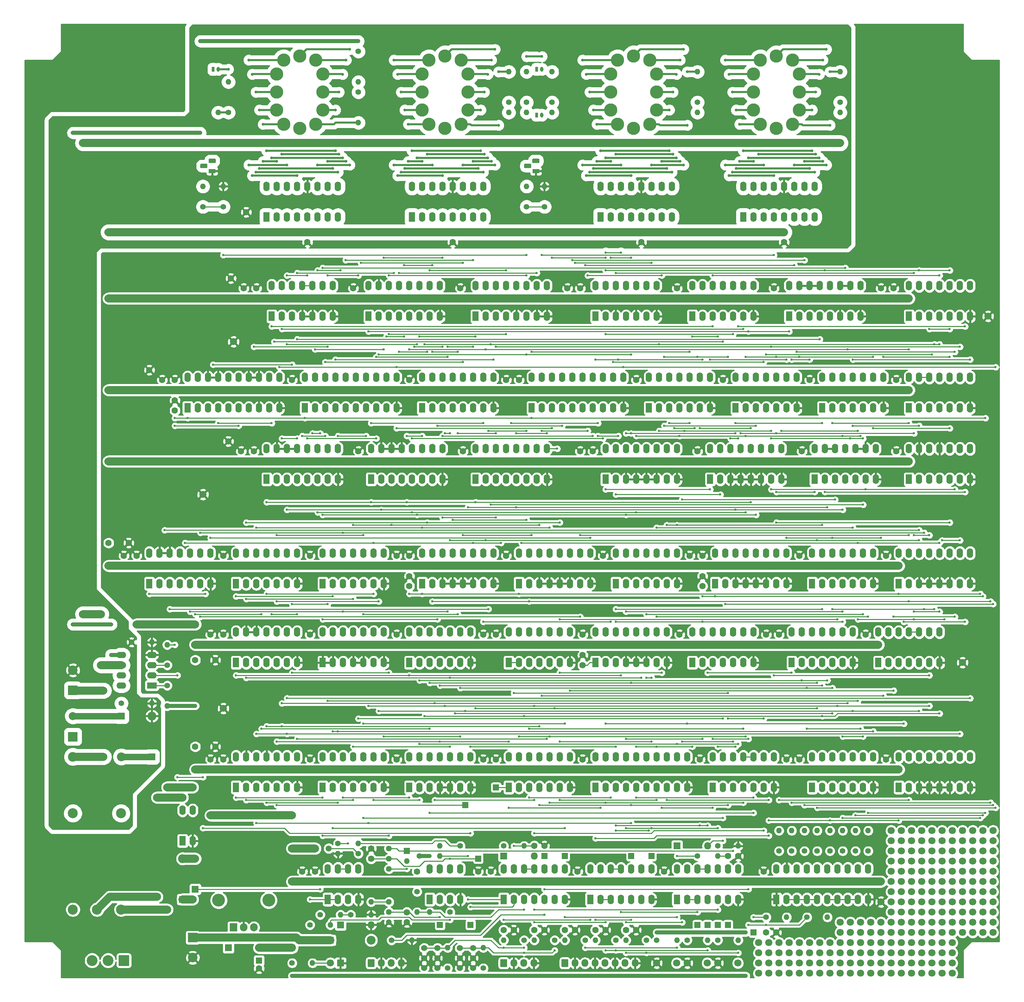
<source format=gtl>
G04 #@! TF.GenerationSoftware,KiCad,Pcbnew,(5.1.5-0-10_14)*
G04 #@! TF.CreationDate,2020-09-21T14:52:22+09:00*
G04 #@! TF.ProjectId,retro_clock,72657472-6f5f-4636-9c6f-636b2e6b6963,rev?*
G04 #@! TF.SameCoordinates,Original*
G04 #@! TF.FileFunction,Copper,L1,Top*
G04 #@! TF.FilePolarity,Positive*
%FSLAX46Y46*%
G04 Gerber Fmt 4.6, Leading zero omitted, Abs format (unit mm)*
G04 Created by KiCad (PCBNEW (5.1.5-0-10_14)) date 2020-09-21 14:52:22*
%MOMM*%
%LPD*%
G04 APERTURE LIST*
%ADD10C,1.800000*%
%ADD11C,1.400000*%
%ADD12O,1.400000X1.400000*%
%ADD13C,3.200000*%
%ADD14R,1.600000X2.400000*%
%ADD15O,1.600000X2.400000*%
%ADD16R,1.800000X1.800000*%
%ADD17O,1.800000X1.800000*%
%ADD18R,2.400000X2.400000*%
%ADD19C,2.400000*%
%ADD20C,1.600000*%
%ADD21R,1.600000X1.600000*%
%ADD22C,1.500000*%
%ADD23C,0.100000*%
%ADD24C,2.700000*%
%ADD25O,1.700000X1.950000*%
%ADD26O,2.200000X2.200000*%
%ADD27O,0.800000X1.200000*%
%ADD28R,0.800000X1.200000*%
%ADD29C,3.300000*%
%ADD30R,2.400000X1.600000*%
%ADD31O,2.400000X1.600000*%
%ADD32R,1.800000X1.100000*%
%ADD33C,1.440000*%
%ADD34C,1.524000*%
%ADD35C,2.500000*%
%ADD36R,1.905000X2.000000*%
%ADD37O,1.905000X2.000000*%
%ADD38R,1.500000X1.500000*%
%ADD39C,2.000000*%
%ADD40C,0.600000*%
%ADD41C,0.700000*%
%ADD42C,2.000000*%
%ADD43C,0.250000*%
%ADD44C,1.600000*%
%ADD45C,1.000000*%
%ADD46C,0.500000*%
%ADD47C,0.254000*%
G04 APERTURE END LIST*
D10*
X226060000Y-271780000D03*
X238760000Y-271780000D03*
X215900000Y-271780000D03*
X220980000Y-271780000D03*
X231140000Y-271780000D03*
X223520000Y-271780000D03*
X246380000Y-271780000D03*
X248920000Y-271780000D03*
X254000000Y-271780000D03*
X243840000Y-271780000D03*
X251460000Y-271780000D03*
X218440000Y-271780000D03*
X233680000Y-271780000D03*
X236220000Y-271780000D03*
X241300000Y-271780000D03*
X228600000Y-271780000D03*
X256540000Y-271780000D03*
X259080000Y-271780000D03*
X264160000Y-271780000D03*
X261620000Y-271780000D03*
X226060000Y-269240000D03*
X238760000Y-269240000D03*
X215900000Y-269240000D03*
X220980000Y-269240000D03*
X231140000Y-269240000D03*
X223520000Y-269240000D03*
X246380000Y-269240000D03*
X248920000Y-269240000D03*
X254000000Y-269240000D03*
X243840000Y-269240000D03*
X251460000Y-269240000D03*
X218440000Y-269240000D03*
X233680000Y-269240000D03*
X236220000Y-269240000D03*
X241300000Y-269240000D03*
X228600000Y-269240000D03*
X256540000Y-269240000D03*
X259080000Y-269240000D03*
X264160000Y-269240000D03*
X261620000Y-269240000D03*
X220980000Y-266700000D03*
X231140000Y-266700000D03*
X223520000Y-266700000D03*
X226060000Y-266700000D03*
X238760000Y-266700000D03*
X215900000Y-266700000D03*
X246380000Y-266700000D03*
X248920000Y-266700000D03*
X254000000Y-266700000D03*
X243840000Y-266700000D03*
X251460000Y-266700000D03*
X218440000Y-266700000D03*
X233680000Y-266700000D03*
X236220000Y-266700000D03*
X241300000Y-266700000D03*
X228600000Y-266700000D03*
X256540000Y-266700000D03*
X259080000Y-266700000D03*
X264160000Y-266700000D03*
X261620000Y-266700000D03*
X256540000Y-264160000D03*
X259080000Y-264160000D03*
X264160000Y-264160000D03*
X261620000Y-264160000D03*
X246380000Y-264160000D03*
X248920000Y-264160000D03*
X254000000Y-264160000D03*
X243840000Y-264160000D03*
X251460000Y-264160000D03*
X218440000Y-264160000D03*
X233680000Y-264160000D03*
X236220000Y-264160000D03*
X241300000Y-264160000D03*
X228600000Y-264160000D03*
X231140000Y-264160000D03*
X226060000Y-264160000D03*
X238760000Y-264160000D03*
X215900000Y-264160000D03*
X220980000Y-264160000D03*
X223520000Y-264160000D03*
X266700000Y-261620000D03*
X269240000Y-261620000D03*
X274320000Y-261620000D03*
X264160000Y-261620000D03*
X271780000Y-261620000D03*
X238760000Y-261620000D03*
X254000000Y-261620000D03*
X256540000Y-261620000D03*
X261620000Y-261620000D03*
X248920000Y-261620000D03*
X251460000Y-261620000D03*
X246380000Y-261620000D03*
X259080000Y-261620000D03*
X236220000Y-261620000D03*
X241300000Y-261620000D03*
X243840000Y-261620000D03*
X266700000Y-259080000D03*
X269240000Y-259080000D03*
X274320000Y-259080000D03*
X264160000Y-259080000D03*
X271780000Y-259080000D03*
X238760000Y-259080000D03*
X254000000Y-259080000D03*
X256540000Y-259080000D03*
X261620000Y-259080000D03*
X248920000Y-259080000D03*
X251460000Y-259080000D03*
X246380000Y-259080000D03*
X259080000Y-259080000D03*
X236220000Y-259080000D03*
X241300000Y-259080000D03*
X243840000Y-259080000D03*
X251460000Y-256540000D03*
X266700000Y-256540000D03*
X269240000Y-256540000D03*
X274320000Y-256540000D03*
X261620000Y-256540000D03*
X264160000Y-256540000D03*
X259080000Y-256540000D03*
X271780000Y-256540000D03*
X248920000Y-256540000D03*
X254000000Y-256540000D03*
X256540000Y-256540000D03*
X251460000Y-254000000D03*
X266700000Y-254000000D03*
X269240000Y-254000000D03*
X274320000Y-254000000D03*
X261620000Y-254000000D03*
X264160000Y-254000000D03*
X259080000Y-254000000D03*
X271780000Y-254000000D03*
X248920000Y-254000000D03*
X254000000Y-254000000D03*
X256540000Y-254000000D03*
X251460000Y-251460000D03*
X266700000Y-251460000D03*
X269240000Y-251460000D03*
X274320000Y-251460000D03*
X261620000Y-251460000D03*
X264160000Y-251460000D03*
X259080000Y-251460000D03*
X271780000Y-251460000D03*
X248920000Y-251460000D03*
X254000000Y-251460000D03*
X256540000Y-251460000D03*
X274320000Y-248920000D03*
X271780000Y-248920000D03*
X251460000Y-248920000D03*
X261620000Y-248920000D03*
X264160000Y-248920000D03*
X259080000Y-248920000D03*
X266700000Y-248920000D03*
X269240000Y-248920000D03*
X254000000Y-248920000D03*
X256540000Y-248920000D03*
X248920000Y-248920000D03*
X274320000Y-246380000D03*
X271780000Y-246380000D03*
X251460000Y-246380000D03*
X261620000Y-246380000D03*
X264160000Y-246380000D03*
X259080000Y-246380000D03*
X266700000Y-246380000D03*
X269240000Y-246380000D03*
X254000000Y-246380000D03*
X256540000Y-246380000D03*
X248920000Y-246380000D03*
X274320000Y-243840000D03*
X271780000Y-243840000D03*
X251460000Y-243840000D03*
X261620000Y-243840000D03*
X264160000Y-243840000D03*
X259080000Y-243840000D03*
X266700000Y-243840000D03*
X269240000Y-243840000D03*
X254000000Y-243840000D03*
X256540000Y-243840000D03*
X248920000Y-243840000D03*
X274320000Y-241300000D03*
X271780000Y-241300000D03*
X251460000Y-241300000D03*
X261620000Y-241300000D03*
X254000000Y-241300000D03*
X256540000Y-241300000D03*
X248920000Y-241300000D03*
X266700000Y-241300000D03*
X269240000Y-241300000D03*
X264160000Y-241300000D03*
X259080000Y-241300000D03*
X274320000Y-238760000D03*
X271780000Y-238760000D03*
X251460000Y-238760000D03*
X261620000Y-238760000D03*
X254000000Y-238760000D03*
X256540000Y-238760000D03*
X248920000Y-238760000D03*
X266700000Y-238760000D03*
X269240000Y-238760000D03*
X264160000Y-238760000D03*
X259080000Y-238760000D03*
X269240000Y-236220000D03*
X266700000Y-236220000D03*
X264160000Y-236220000D03*
X261620000Y-236220000D03*
X259080000Y-236220000D03*
X256540000Y-236220000D03*
X254000000Y-236220000D03*
X251460000Y-236220000D03*
X248920000Y-236220000D03*
D11*
X59690000Y-189230000D03*
D12*
X64770000Y-189230000D03*
D13*
X93880000Y-253570000D03*
X81380000Y-253570000D03*
D14*
X107315000Y-225425000D03*
D15*
X122555000Y-217805000D03*
X109855000Y-225425000D03*
X120015000Y-217805000D03*
X112395000Y-225425000D03*
X117475000Y-217805000D03*
X114935000Y-225425000D03*
X114935000Y-217805000D03*
X117475000Y-225425000D03*
X112395000Y-217805000D03*
X120015000Y-225425000D03*
X109855000Y-217805000D03*
X122555000Y-225425000D03*
X107315000Y-217805000D03*
D14*
X85725000Y-194310000D03*
D15*
X100965000Y-186690000D03*
X88265000Y-194310000D03*
X98425000Y-186690000D03*
X90805000Y-194310000D03*
X95885000Y-186690000D03*
X93345000Y-194310000D03*
X93345000Y-186690000D03*
X95885000Y-194310000D03*
X90805000Y-186690000D03*
X98425000Y-194310000D03*
X88265000Y-186690000D03*
X100965000Y-194310000D03*
X85725000Y-186690000D03*
D11*
X141605000Y-240030000D03*
D12*
X136525000Y-240030000D03*
D16*
X75565000Y-250825000D03*
D17*
X75565000Y-243205000D03*
D18*
X74930000Y-262890000D03*
D19*
X74930000Y-267890000D03*
D20*
X128270000Y-256580000D03*
X128270000Y-259080000D03*
D18*
X45085000Y-212805000D03*
D19*
X45085000Y-217805000D03*
D18*
X45085000Y-201215000D03*
D19*
X45085000Y-196215000D03*
D20*
X208320000Y-242570000D03*
X210820000Y-242570000D03*
D21*
X91440000Y-268605000D03*
D20*
X91440000Y-270605000D03*
X160020000Y-240030000D03*
X162520000Y-240030000D03*
X119380000Y-243205000D03*
X119380000Y-240705000D03*
X149225000Y-248920000D03*
X149225000Y-246420000D03*
X192405000Y-248920000D03*
X192405000Y-246420000D03*
X167640000Y-260985000D03*
X170140000Y-260985000D03*
X175260000Y-260985000D03*
X177760000Y-260985000D03*
X160020000Y-260985000D03*
X162520000Y-260985000D03*
X182880000Y-260985000D03*
X185380000Y-260985000D03*
X170815000Y-248920000D03*
X170815000Y-246420000D03*
X152400000Y-260985000D03*
X154900000Y-260985000D03*
X105410000Y-248920000D03*
X105410000Y-246420000D03*
X130810000Y-248920000D03*
X130810000Y-246420000D03*
X103505000Y-86995000D03*
X103505000Y-89495000D03*
X139700000Y-86995000D03*
X139700000Y-89495000D03*
X186690000Y-86995000D03*
X186690000Y-89495000D03*
X222250000Y-86995000D03*
X222250000Y-89495000D03*
X185420000Y-126365000D03*
X185420000Y-123865000D03*
X249555000Y-103505000D03*
X249555000Y-101005000D03*
X90805000Y-103505000D03*
X90805000Y-101005000D03*
X171450000Y-103505000D03*
X171450000Y-101005000D03*
X207010000Y-126365000D03*
X207010000Y-123865000D03*
X195580000Y-103505000D03*
X195580000Y-101005000D03*
X141605000Y-103505000D03*
X141605000Y-101005000D03*
X67310000Y-126365000D03*
X67310000Y-123865000D03*
X153035000Y-126365000D03*
X153035000Y-123865000D03*
X168275000Y-103505000D03*
X168275000Y-101005000D03*
X87630000Y-103505000D03*
X87630000Y-101005000D03*
X114935000Y-103505000D03*
X114935000Y-101005000D03*
X219710000Y-103505000D03*
X219710000Y-101005000D03*
X246380000Y-103505000D03*
X246380000Y-101005000D03*
X86995000Y-144145000D03*
X86995000Y-141645000D03*
X90170000Y-144145000D03*
X90170000Y-141645000D03*
X128905000Y-126365000D03*
X128905000Y-123865000D03*
X116205000Y-144145000D03*
X116205000Y-141645000D03*
X142240000Y-144145000D03*
X142240000Y-141645000D03*
X156210000Y-126365000D03*
X156210000Y-123865000D03*
X70485000Y-126365000D03*
X70485000Y-123865000D03*
X99695000Y-126365000D03*
X99695000Y-123865000D03*
X79375000Y-220980000D03*
X79375000Y-218480000D03*
X82550000Y-220980000D03*
X82550000Y-218480000D03*
X196215000Y-189865000D03*
X196215000Y-187365000D03*
X125730000Y-189865000D03*
X125730000Y-187365000D03*
X104140000Y-220980000D03*
X104140000Y-218480000D03*
X147320000Y-220980000D03*
X147320000Y-218480000D03*
X79375000Y-189865000D03*
X79375000Y-187365000D03*
X82550000Y-189865000D03*
X82550000Y-187365000D03*
X147320000Y-189865000D03*
X147320000Y-187365000D03*
X201295000Y-220980000D03*
X201295000Y-218480000D03*
X217170000Y-248920000D03*
X217170000Y-246420000D03*
X222885000Y-220980000D03*
X222885000Y-218480000D03*
X150495000Y-189865000D03*
X150495000Y-187365000D03*
X220980000Y-189865000D03*
X220980000Y-187365000D03*
X226060000Y-220980000D03*
X226060000Y-218480000D03*
X172085000Y-220980000D03*
X172085000Y-218480000D03*
X172085000Y-189865000D03*
X172085000Y-187365000D03*
X247650000Y-220980000D03*
X247650000Y-218480000D03*
X125730000Y-220980000D03*
X125730000Y-218480000D03*
X104140000Y-189865000D03*
X104140000Y-187365000D03*
X150495000Y-220980000D03*
X150495000Y-218480000D03*
X217805000Y-189865000D03*
X217805000Y-187365000D03*
X57785000Y-170180000D03*
X57785000Y-167680000D03*
X125730000Y-170180000D03*
X125730000Y-167680000D03*
X198755000Y-170180000D03*
X198755000Y-167680000D03*
X171450000Y-144145000D03*
X171450000Y-141645000D03*
X128905000Y-170180000D03*
X128905000Y-167680000D03*
X153035000Y-170180000D03*
X153035000Y-167680000D03*
X247650000Y-170180000D03*
X247650000Y-167680000D03*
X201930000Y-170180000D03*
X201930000Y-167680000D03*
X174625000Y-144145000D03*
X174625000Y-141645000D03*
X200660000Y-144145000D03*
X200660000Y-141645000D03*
X82550000Y-170180000D03*
X82550000Y-167680000D03*
X177165000Y-170180000D03*
X177165000Y-167680000D03*
X250190000Y-144145000D03*
X250190000Y-141645000D03*
X104140000Y-170180000D03*
X104140000Y-167680000D03*
X60960000Y-170180000D03*
X60960000Y-167680000D03*
X226060000Y-170180000D03*
X226060000Y-167680000D03*
X228600000Y-126365000D03*
X228600000Y-123865000D03*
X250190000Y-126365000D03*
X250190000Y-123865000D03*
X242570000Y-189865000D03*
X242570000Y-187365000D03*
X226695000Y-144145000D03*
X226695000Y-141645000D03*
D22*
X105410000Y-240665000D03*
X108810000Y-240665000D03*
G04 #@! TA.AperFunction,ComponentPad*
D23*
G36*
X58909503Y-267256204D02*
G01*
X58933772Y-267259804D01*
X58957570Y-267265765D01*
X58980670Y-267274030D01*
X59002849Y-267284520D01*
X59023892Y-267297133D01*
X59043598Y-267311748D01*
X59061776Y-267328224D01*
X59078252Y-267346402D01*
X59092867Y-267366108D01*
X59105480Y-267387151D01*
X59115970Y-267409330D01*
X59124235Y-267432430D01*
X59130196Y-267456228D01*
X59133796Y-267480497D01*
X59135000Y-267505001D01*
X59135000Y-269704999D01*
X59133796Y-269729503D01*
X59130196Y-269753772D01*
X59124235Y-269777570D01*
X59115970Y-269800670D01*
X59105480Y-269822849D01*
X59092867Y-269843892D01*
X59078252Y-269863598D01*
X59061776Y-269881776D01*
X59043598Y-269898252D01*
X59023892Y-269912867D01*
X59002849Y-269925480D01*
X58980670Y-269935970D01*
X58957570Y-269944235D01*
X58933772Y-269950196D01*
X58909503Y-269953796D01*
X58884999Y-269955000D01*
X56685001Y-269955000D01*
X56660497Y-269953796D01*
X56636228Y-269950196D01*
X56612430Y-269944235D01*
X56589330Y-269935970D01*
X56567151Y-269925480D01*
X56546108Y-269912867D01*
X56526402Y-269898252D01*
X56508224Y-269881776D01*
X56491748Y-269863598D01*
X56477133Y-269843892D01*
X56464520Y-269822849D01*
X56454030Y-269800670D01*
X56445765Y-269777570D01*
X56439804Y-269753772D01*
X56436204Y-269729503D01*
X56435000Y-269704999D01*
X56435000Y-267505001D01*
X56436204Y-267480497D01*
X56439804Y-267456228D01*
X56445765Y-267432430D01*
X56454030Y-267409330D01*
X56464520Y-267387151D01*
X56477133Y-267366108D01*
X56491748Y-267346402D01*
X56508224Y-267328224D01*
X56526402Y-267311748D01*
X56546108Y-267297133D01*
X56567151Y-267284520D01*
X56589330Y-267274030D01*
X56612430Y-267265765D01*
X56636228Y-267259804D01*
X56660497Y-267256204D01*
X56685001Y-267255000D01*
X58884999Y-267255000D01*
X58909503Y-267256204D01*
G37*
G04 #@! TD.AperFunction*
D24*
X53825000Y-268605000D03*
X49865000Y-268605000D03*
G04 #@! TA.AperFunction,ComponentPad*
D23*
G36*
X120004504Y-268266204D02*
G01*
X120028773Y-268269804D01*
X120052571Y-268275765D01*
X120075671Y-268284030D01*
X120097849Y-268294520D01*
X120118893Y-268307133D01*
X120138598Y-268321747D01*
X120156777Y-268338223D01*
X120173253Y-268356402D01*
X120187867Y-268376107D01*
X120200480Y-268397151D01*
X120210970Y-268419329D01*
X120219235Y-268442429D01*
X120225196Y-268466227D01*
X120228796Y-268490496D01*
X120230000Y-268515000D01*
X120230000Y-269965000D01*
X120228796Y-269989504D01*
X120225196Y-270013773D01*
X120219235Y-270037571D01*
X120210970Y-270060671D01*
X120200480Y-270082849D01*
X120187867Y-270103893D01*
X120173253Y-270123598D01*
X120156777Y-270141777D01*
X120138598Y-270158253D01*
X120118893Y-270172867D01*
X120097849Y-270185480D01*
X120075671Y-270195970D01*
X120052571Y-270204235D01*
X120028773Y-270210196D01*
X120004504Y-270213796D01*
X119980000Y-270215000D01*
X118780000Y-270215000D01*
X118755496Y-270213796D01*
X118731227Y-270210196D01*
X118707429Y-270204235D01*
X118684329Y-270195970D01*
X118662151Y-270185480D01*
X118641107Y-270172867D01*
X118621402Y-270158253D01*
X118603223Y-270141777D01*
X118586747Y-270123598D01*
X118572133Y-270103893D01*
X118559520Y-270082849D01*
X118549030Y-270060671D01*
X118540765Y-270037571D01*
X118534804Y-270013773D01*
X118531204Y-269989504D01*
X118530000Y-269965000D01*
X118530000Y-268515000D01*
X118531204Y-268490496D01*
X118534804Y-268466227D01*
X118540765Y-268442429D01*
X118549030Y-268419329D01*
X118559520Y-268397151D01*
X118572133Y-268376107D01*
X118586747Y-268356402D01*
X118603223Y-268338223D01*
X118621402Y-268321747D01*
X118641107Y-268307133D01*
X118662151Y-268294520D01*
X118684329Y-268284030D01*
X118707429Y-268275765D01*
X118731227Y-268269804D01*
X118755496Y-268266204D01*
X118780000Y-268265000D01*
X119980000Y-268265000D01*
X120004504Y-268266204D01*
G37*
G04 #@! TD.AperFunction*
D25*
X121880000Y-269240000D03*
X124380000Y-269240000D03*
X126880000Y-269240000D03*
G04 #@! TA.AperFunction,ComponentPad*
D23*
G36*
X168264504Y-268266204D02*
G01*
X168288773Y-268269804D01*
X168312571Y-268275765D01*
X168335671Y-268284030D01*
X168357849Y-268294520D01*
X168378893Y-268307133D01*
X168398598Y-268321747D01*
X168416777Y-268338223D01*
X168433253Y-268356402D01*
X168447867Y-268376107D01*
X168460480Y-268397151D01*
X168470970Y-268419329D01*
X168479235Y-268442429D01*
X168485196Y-268466227D01*
X168488796Y-268490496D01*
X168490000Y-268515000D01*
X168490000Y-269965000D01*
X168488796Y-269989504D01*
X168485196Y-270013773D01*
X168479235Y-270037571D01*
X168470970Y-270060671D01*
X168460480Y-270082849D01*
X168447867Y-270103893D01*
X168433253Y-270123598D01*
X168416777Y-270141777D01*
X168398598Y-270158253D01*
X168378893Y-270172867D01*
X168357849Y-270185480D01*
X168335671Y-270195970D01*
X168312571Y-270204235D01*
X168288773Y-270210196D01*
X168264504Y-270213796D01*
X168240000Y-270215000D01*
X167040000Y-270215000D01*
X167015496Y-270213796D01*
X166991227Y-270210196D01*
X166967429Y-270204235D01*
X166944329Y-270195970D01*
X166922151Y-270185480D01*
X166901107Y-270172867D01*
X166881402Y-270158253D01*
X166863223Y-270141777D01*
X166846747Y-270123598D01*
X166832133Y-270103893D01*
X166819520Y-270082849D01*
X166809030Y-270060671D01*
X166800765Y-270037571D01*
X166794804Y-270013773D01*
X166791204Y-269989504D01*
X166790000Y-269965000D01*
X166790000Y-268515000D01*
X166791204Y-268490496D01*
X166794804Y-268466227D01*
X166800765Y-268442429D01*
X166809030Y-268419329D01*
X166819520Y-268397151D01*
X166832133Y-268376107D01*
X166846747Y-268356402D01*
X166863223Y-268338223D01*
X166881402Y-268321747D01*
X166901107Y-268307133D01*
X166922151Y-268294520D01*
X166944329Y-268284030D01*
X166967429Y-268275765D01*
X166991227Y-268269804D01*
X167015496Y-268266204D01*
X167040000Y-268265000D01*
X168240000Y-268265000D01*
X168264504Y-268266204D01*
G37*
G04 #@! TD.AperFunction*
D25*
X170140000Y-269240000D03*
X172640000Y-269240000D03*
X175140000Y-269240000D03*
X177640000Y-269240000D03*
X180140000Y-269240000D03*
X182640000Y-269240000D03*
X185140000Y-269240000D03*
G04 #@! TA.AperFunction,ComponentPad*
D23*
G36*
X153024504Y-268266204D02*
G01*
X153048773Y-268269804D01*
X153072571Y-268275765D01*
X153095671Y-268284030D01*
X153117849Y-268294520D01*
X153138893Y-268307133D01*
X153158598Y-268321747D01*
X153176777Y-268338223D01*
X153193253Y-268356402D01*
X153207867Y-268376107D01*
X153220480Y-268397151D01*
X153230970Y-268419329D01*
X153239235Y-268442429D01*
X153245196Y-268466227D01*
X153248796Y-268490496D01*
X153250000Y-268515000D01*
X153250000Y-269965000D01*
X153248796Y-269989504D01*
X153245196Y-270013773D01*
X153239235Y-270037571D01*
X153230970Y-270060671D01*
X153220480Y-270082849D01*
X153207867Y-270103893D01*
X153193253Y-270123598D01*
X153176777Y-270141777D01*
X153158598Y-270158253D01*
X153138893Y-270172867D01*
X153117849Y-270185480D01*
X153095671Y-270195970D01*
X153072571Y-270204235D01*
X153048773Y-270210196D01*
X153024504Y-270213796D01*
X153000000Y-270215000D01*
X151800000Y-270215000D01*
X151775496Y-270213796D01*
X151751227Y-270210196D01*
X151727429Y-270204235D01*
X151704329Y-270195970D01*
X151682151Y-270185480D01*
X151661107Y-270172867D01*
X151641402Y-270158253D01*
X151623223Y-270141777D01*
X151606747Y-270123598D01*
X151592133Y-270103893D01*
X151579520Y-270082849D01*
X151569030Y-270060671D01*
X151560765Y-270037571D01*
X151554804Y-270013773D01*
X151551204Y-269989504D01*
X151550000Y-269965000D01*
X151550000Y-268515000D01*
X151551204Y-268490496D01*
X151554804Y-268466227D01*
X151560765Y-268442429D01*
X151569030Y-268419329D01*
X151579520Y-268397151D01*
X151592133Y-268376107D01*
X151606747Y-268356402D01*
X151623223Y-268338223D01*
X151641402Y-268321747D01*
X151661107Y-268307133D01*
X151682151Y-268294520D01*
X151704329Y-268284030D01*
X151727429Y-268275765D01*
X151751227Y-268269804D01*
X151775496Y-268266204D01*
X151800000Y-268265000D01*
X153000000Y-268265000D01*
X153024504Y-268266204D01*
G37*
G04 #@! TD.AperFunction*
D25*
X154900000Y-269240000D03*
X157400000Y-269240000D03*
X159900000Y-269240000D03*
D14*
X72390000Y-238760000D03*
D15*
X74930000Y-231140000D03*
X74930000Y-238760000D03*
X72390000Y-231140000D03*
D16*
X195580000Y-240030000D03*
D17*
X203200000Y-240030000D03*
D16*
X72390000Y-253365000D03*
D26*
X72390000Y-243205000D03*
D16*
X109220000Y-263525000D03*
D26*
X119380000Y-263525000D03*
D16*
X111760000Y-259715000D03*
D17*
X119380000Y-259715000D03*
D16*
X57150000Y-207645000D03*
D26*
X57150000Y-217805000D03*
D16*
X64770000Y-217805000D03*
D26*
X64770000Y-207645000D03*
D16*
X83820000Y-265430000D03*
D17*
X91440000Y-265430000D03*
D16*
X111760000Y-269240000D03*
D10*
X109220000Y-269240000D03*
D16*
X152400000Y-242570000D03*
D17*
X160020000Y-242570000D03*
D14*
X152400000Y-253365000D03*
D15*
X167640000Y-245745000D03*
X154940000Y-253365000D03*
X165100000Y-245745000D03*
X157480000Y-253365000D03*
X162560000Y-245745000D03*
X160020000Y-253365000D03*
X160020000Y-245745000D03*
X162560000Y-253365000D03*
X157480000Y-245745000D03*
X165100000Y-253365000D03*
X154940000Y-245745000D03*
X167640000Y-253365000D03*
X152400000Y-245745000D03*
D14*
X108585000Y-253365000D03*
D15*
X116205000Y-245745000D03*
X111125000Y-253365000D03*
X113665000Y-245745000D03*
X113665000Y-253365000D03*
X111125000Y-245745000D03*
X116205000Y-253365000D03*
X108585000Y-245745000D03*
D14*
X195580000Y-253365000D03*
D15*
X210820000Y-245745000D03*
X198120000Y-253365000D03*
X208280000Y-245745000D03*
X200660000Y-253365000D03*
X205740000Y-245745000D03*
X203200000Y-253365000D03*
X203200000Y-245745000D03*
X205740000Y-253365000D03*
X200660000Y-245745000D03*
X208280000Y-253365000D03*
X198120000Y-245745000D03*
X210820000Y-253365000D03*
X195580000Y-245745000D03*
D14*
X133985000Y-253365000D03*
D15*
X141605000Y-245745000D03*
X136525000Y-253365000D03*
X139065000Y-245745000D03*
X139065000Y-253365000D03*
X136525000Y-245745000D03*
X141605000Y-253365000D03*
X133985000Y-245745000D03*
D14*
X173990000Y-253365000D03*
D15*
X189230000Y-245745000D03*
X176530000Y-253365000D03*
X186690000Y-245745000D03*
X179070000Y-253365000D03*
X184150000Y-245745000D03*
X181610000Y-253365000D03*
X181610000Y-245745000D03*
X184150000Y-253365000D03*
X179070000Y-245745000D03*
X186690000Y-253365000D03*
X176530000Y-245745000D03*
X189230000Y-253365000D03*
X173990000Y-245745000D03*
D14*
X93345000Y-83185000D03*
D15*
X111125000Y-75565000D03*
X95885000Y-83185000D03*
X108585000Y-75565000D03*
X98425000Y-83185000D03*
X106045000Y-75565000D03*
X100965000Y-83185000D03*
X103505000Y-75565000D03*
X103505000Y-83185000D03*
X100965000Y-75565000D03*
X106045000Y-83185000D03*
X98425000Y-75565000D03*
X108585000Y-83185000D03*
X95885000Y-75565000D03*
X111125000Y-83185000D03*
X93345000Y-75565000D03*
D14*
X129540000Y-83185000D03*
D15*
X147320000Y-75565000D03*
X132080000Y-83185000D03*
X144780000Y-75565000D03*
X134620000Y-83185000D03*
X142240000Y-75565000D03*
X137160000Y-83185000D03*
X139700000Y-75565000D03*
X139700000Y-83185000D03*
X137160000Y-75565000D03*
X142240000Y-83185000D03*
X134620000Y-75565000D03*
X144780000Y-83185000D03*
X132080000Y-75565000D03*
X147320000Y-83185000D03*
X129540000Y-75565000D03*
D14*
X176530000Y-83185000D03*
D15*
X194310000Y-75565000D03*
X179070000Y-83185000D03*
X191770000Y-75565000D03*
X181610000Y-83185000D03*
X189230000Y-75565000D03*
X184150000Y-83185000D03*
X186690000Y-75565000D03*
X186690000Y-83185000D03*
X184150000Y-75565000D03*
X189230000Y-83185000D03*
X181610000Y-75565000D03*
X191770000Y-83185000D03*
X179070000Y-75565000D03*
X194310000Y-83185000D03*
X176530000Y-75565000D03*
D14*
X212090000Y-83185000D03*
D15*
X229870000Y-75565000D03*
X214630000Y-83185000D03*
X227330000Y-75565000D03*
X217170000Y-83185000D03*
X224790000Y-75565000D03*
X219710000Y-83185000D03*
X222250000Y-75565000D03*
X222250000Y-83185000D03*
X219710000Y-75565000D03*
X224790000Y-83185000D03*
X217170000Y-75565000D03*
X227330000Y-83185000D03*
X214630000Y-75565000D03*
X229870000Y-83185000D03*
X212090000Y-75565000D03*
D14*
X188595000Y-130810000D03*
D15*
X203835000Y-123190000D03*
X191135000Y-130810000D03*
X201295000Y-123190000D03*
X193675000Y-130810000D03*
X198755000Y-123190000D03*
X196215000Y-130810000D03*
X196215000Y-123190000D03*
X198755000Y-130810000D03*
X193675000Y-123190000D03*
X201295000Y-130810000D03*
X191135000Y-123190000D03*
X203835000Y-130810000D03*
X188595000Y-123190000D03*
D14*
X253365000Y-107950000D03*
D15*
X268605000Y-100330000D03*
X255905000Y-107950000D03*
X266065000Y-100330000D03*
X258445000Y-107950000D03*
X263525000Y-100330000D03*
X260985000Y-107950000D03*
X260985000Y-100330000D03*
X263525000Y-107950000D03*
X258445000Y-100330000D03*
X266065000Y-107950000D03*
X255905000Y-100330000D03*
X268605000Y-107950000D03*
X253365000Y-100330000D03*
D14*
X175260000Y-107950000D03*
D15*
X190500000Y-100330000D03*
X177800000Y-107950000D03*
X187960000Y-100330000D03*
X180340000Y-107950000D03*
X185420000Y-100330000D03*
X182880000Y-107950000D03*
X182880000Y-100330000D03*
X185420000Y-107950000D03*
X180340000Y-100330000D03*
X187960000Y-107950000D03*
X177800000Y-100330000D03*
X190500000Y-107950000D03*
X175260000Y-100330000D03*
D14*
X210185000Y-130810000D03*
D15*
X225425000Y-123190000D03*
X212725000Y-130810000D03*
X222885000Y-123190000D03*
X215265000Y-130810000D03*
X220345000Y-123190000D03*
X217805000Y-130810000D03*
X217805000Y-123190000D03*
X220345000Y-130810000D03*
X215265000Y-123190000D03*
X222885000Y-130810000D03*
X212725000Y-123190000D03*
X225425000Y-130810000D03*
X210185000Y-123190000D03*
D14*
X94615000Y-107950000D03*
D15*
X109855000Y-100330000D03*
X97155000Y-107950000D03*
X107315000Y-100330000D03*
X99695000Y-107950000D03*
X104775000Y-100330000D03*
X102235000Y-107950000D03*
X102235000Y-100330000D03*
X104775000Y-107950000D03*
X99695000Y-100330000D03*
X107315000Y-107950000D03*
X97155000Y-100330000D03*
X109855000Y-107950000D03*
X94615000Y-100330000D03*
D14*
X145415000Y-107950000D03*
D15*
X163195000Y-100330000D03*
X147955000Y-107950000D03*
X160655000Y-100330000D03*
X150495000Y-107950000D03*
X158115000Y-100330000D03*
X153035000Y-107950000D03*
X155575000Y-100330000D03*
X155575000Y-107950000D03*
X153035000Y-100330000D03*
X158115000Y-107950000D03*
X150495000Y-100330000D03*
X160655000Y-107950000D03*
X147955000Y-100330000D03*
X163195000Y-107950000D03*
X145415000Y-100330000D03*
D14*
X199390000Y-107950000D03*
D15*
X214630000Y-100330000D03*
X201930000Y-107950000D03*
X212090000Y-100330000D03*
X204470000Y-107950000D03*
X209550000Y-100330000D03*
X207010000Y-107950000D03*
X207010000Y-100330000D03*
X209550000Y-107950000D03*
X204470000Y-100330000D03*
X212090000Y-107950000D03*
X201930000Y-100330000D03*
X214630000Y-107950000D03*
X199390000Y-100330000D03*
D14*
X118745000Y-107950000D03*
D15*
X136525000Y-100330000D03*
X121285000Y-107950000D03*
X133985000Y-100330000D03*
X123825000Y-107950000D03*
X131445000Y-100330000D03*
X126365000Y-107950000D03*
X128905000Y-100330000D03*
X128905000Y-107950000D03*
X126365000Y-100330000D03*
X131445000Y-107950000D03*
X123825000Y-100330000D03*
X133985000Y-107950000D03*
X121285000Y-100330000D03*
X136525000Y-107950000D03*
X118745000Y-100330000D03*
D14*
X223520000Y-107950000D03*
D15*
X241300000Y-100330000D03*
X226060000Y-107950000D03*
X238760000Y-100330000D03*
X228600000Y-107950000D03*
X236220000Y-100330000D03*
X231140000Y-107950000D03*
X233680000Y-100330000D03*
X233680000Y-107950000D03*
X231140000Y-100330000D03*
X236220000Y-107950000D03*
X228600000Y-100330000D03*
X238760000Y-107950000D03*
X226060000Y-100330000D03*
X241300000Y-107950000D03*
X223520000Y-100330000D03*
D14*
X93345000Y-148590000D03*
D15*
X111125000Y-140970000D03*
X95885000Y-148590000D03*
X108585000Y-140970000D03*
X98425000Y-148590000D03*
X106045000Y-140970000D03*
X100965000Y-148590000D03*
X103505000Y-140970000D03*
X103505000Y-148590000D03*
X100965000Y-140970000D03*
X106045000Y-148590000D03*
X98425000Y-140970000D03*
X108585000Y-148590000D03*
X95885000Y-140970000D03*
X111125000Y-148590000D03*
X93345000Y-140970000D03*
D14*
X132080000Y-130810000D03*
D15*
X149860000Y-123190000D03*
X134620000Y-130810000D03*
X147320000Y-123190000D03*
X137160000Y-130810000D03*
X144780000Y-123190000D03*
X139700000Y-130810000D03*
X142240000Y-123190000D03*
X142240000Y-130810000D03*
X139700000Y-123190000D03*
X144780000Y-130810000D03*
X137160000Y-123190000D03*
X147320000Y-130810000D03*
X134620000Y-123190000D03*
X149860000Y-130810000D03*
X132080000Y-123190000D03*
D14*
X119380000Y-148590000D03*
D15*
X137160000Y-140970000D03*
X121920000Y-148590000D03*
X134620000Y-140970000D03*
X124460000Y-148590000D03*
X132080000Y-140970000D03*
X127000000Y-148590000D03*
X129540000Y-140970000D03*
X129540000Y-148590000D03*
X127000000Y-140970000D03*
X132080000Y-148590000D03*
X124460000Y-140970000D03*
X134620000Y-148590000D03*
X121920000Y-140970000D03*
X137160000Y-148590000D03*
X119380000Y-140970000D03*
D14*
X145415000Y-148590000D03*
D15*
X163195000Y-140970000D03*
X147955000Y-148590000D03*
X160655000Y-140970000D03*
X150495000Y-148590000D03*
X158115000Y-140970000D03*
X153035000Y-148590000D03*
X155575000Y-140970000D03*
X155575000Y-148590000D03*
X153035000Y-140970000D03*
X158115000Y-148590000D03*
X150495000Y-140970000D03*
X160655000Y-148590000D03*
X147955000Y-140970000D03*
X163195000Y-148590000D03*
X145415000Y-140970000D03*
D14*
X159385000Y-130810000D03*
D15*
X182245000Y-123190000D03*
X161925000Y-130810000D03*
X179705000Y-123190000D03*
X164465000Y-130810000D03*
X177165000Y-123190000D03*
X167005000Y-130810000D03*
X174625000Y-123190000D03*
X169545000Y-130810000D03*
X172085000Y-123190000D03*
X172085000Y-130810000D03*
X169545000Y-123190000D03*
X174625000Y-130810000D03*
X167005000Y-123190000D03*
X177165000Y-130810000D03*
X164465000Y-123190000D03*
X179705000Y-130810000D03*
X161925000Y-123190000D03*
X182245000Y-130810000D03*
X159385000Y-123190000D03*
D14*
X73660000Y-130810000D03*
D15*
X96520000Y-123190000D03*
X76200000Y-130810000D03*
X93980000Y-123190000D03*
X78740000Y-130810000D03*
X91440000Y-123190000D03*
X81280000Y-130810000D03*
X88900000Y-123190000D03*
X83820000Y-130810000D03*
X86360000Y-123190000D03*
X86360000Y-130810000D03*
X83820000Y-123190000D03*
X88900000Y-130810000D03*
X81280000Y-123190000D03*
X91440000Y-130810000D03*
X78740000Y-123190000D03*
X93980000Y-130810000D03*
X76200000Y-123190000D03*
X96520000Y-130810000D03*
X73660000Y-123190000D03*
D14*
X102870000Y-130810000D03*
D15*
X125730000Y-123190000D03*
X105410000Y-130810000D03*
X123190000Y-123190000D03*
X107950000Y-130810000D03*
X120650000Y-123190000D03*
X110490000Y-130810000D03*
X118110000Y-123190000D03*
X113030000Y-130810000D03*
X115570000Y-123190000D03*
X115570000Y-130810000D03*
X113030000Y-123190000D03*
X118110000Y-130810000D03*
X110490000Y-123190000D03*
X120650000Y-130810000D03*
X107950000Y-123190000D03*
X123190000Y-130810000D03*
X105410000Y-123190000D03*
X125730000Y-130810000D03*
X102870000Y-123190000D03*
D14*
X85725000Y-225425000D03*
D15*
X100965000Y-217805000D03*
X88265000Y-225425000D03*
X98425000Y-217805000D03*
X90805000Y-225425000D03*
X95885000Y-217805000D03*
X93345000Y-225425000D03*
X93345000Y-217805000D03*
X95885000Y-225425000D03*
X90805000Y-217805000D03*
X98425000Y-225425000D03*
X88265000Y-217805000D03*
X100965000Y-225425000D03*
X85725000Y-217805000D03*
D14*
X199390000Y-194310000D03*
D15*
X214630000Y-186690000D03*
X201930000Y-194310000D03*
X212090000Y-186690000D03*
X204470000Y-194310000D03*
X209550000Y-186690000D03*
X207010000Y-194310000D03*
X207010000Y-186690000D03*
X209550000Y-194310000D03*
X204470000Y-186690000D03*
X212090000Y-194310000D03*
X201930000Y-186690000D03*
X214630000Y-194310000D03*
X199390000Y-186690000D03*
D14*
X128905000Y-194310000D03*
D15*
X144145000Y-186690000D03*
X131445000Y-194310000D03*
X141605000Y-186690000D03*
X133985000Y-194310000D03*
X139065000Y-186690000D03*
X136525000Y-194310000D03*
X136525000Y-186690000D03*
X139065000Y-194310000D03*
X133985000Y-186690000D03*
X141605000Y-194310000D03*
X131445000Y-186690000D03*
X144145000Y-194310000D03*
X128905000Y-186690000D03*
D14*
X220345000Y-253365000D03*
D15*
X243205000Y-245745000D03*
X222885000Y-253365000D03*
X240665000Y-245745000D03*
X225425000Y-253365000D03*
X238125000Y-245745000D03*
X227965000Y-253365000D03*
X235585000Y-245745000D03*
X230505000Y-253365000D03*
X233045000Y-245745000D03*
X233045000Y-253365000D03*
X230505000Y-245745000D03*
X235585000Y-253365000D03*
X227965000Y-245745000D03*
X238125000Y-253365000D03*
X225425000Y-245745000D03*
X240665000Y-253365000D03*
X222885000Y-245745000D03*
X243205000Y-253365000D03*
X220345000Y-245745000D03*
D14*
X204470000Y-225425000D03*
D15*
X219710000Y-217805000D03*
X207010000Y-225425000D03*
X217170000Y-217805000D03*
X209550000Y-225425000D03*
X214630000Y-217805000D03*
X212090000Y-225425000D03*
X212090000Y-217805000D03*
X214630000Y-225425000D03*
X209550000Y-217805000D03*
X217170000Y-225425000D03*
X207010000Y-217805000D03*
X219710000Y-225425000D03*
X204470000Y-217805000D03*
D14*
X128905000Y-225425000D03*
D15*
X144145000Y-217805000D03*
X131445000Y-225425000D03*
X141605000Y-217805000D03*
X133985000Y-225425000D03*
X139065000Y-217805000D03*
X136525000Y-225425000D03*
X136525000Y-217805000D03*
X139065000Y-225425000D03*
X133985000Y-217805000D03*
X141605000Y-225425000D03*
X131445000Y-217805000D03*
X144145000Y-225425000D03*
X128905000Y-217805000D03*
D14*
X107315000Y-194310000D03*
D15*
X122555000Y-186690000D03*
X109855000Y-194310000D03*
X120015000Y-186690000D03*
X112395000Y-194310000D03*
X117475000Y-186690000D03*
X114935000Y-194310000D03*
X114935000Y-186690000D03*
X117475000Y-194310000D03*
X112395000Y-186690000D03*
X120015000Y-194310000D03*
X109855000Y-186690000D03*
X122555000Y-194310000D03*
X107315000Y-186690000D03*
D14*
X153670000Y-194310000D03*
D15*
X168910000Y-186690000D03*
X156210000Y-194310000D03*
X166370000Y-186690000D03*
X158750000Y-194310000D03*
X163830000Y-186690000D03*
X161290000Y-194310000D03*
X161290000Y-186690000D03*
X163830000Y-194310000D03*
X158750000Y-186690000D03*
X166370000Y-194310000D03*
X156210000Y-186690000D03*
X168910000Y-194310000D03*
X153670000Y-186690000D03*
D14*
X224155000Y-194310000D03*
D15*
X239395000Y-186690000D03*
X226695000Y-194310000D03*
X236855000Y-186690000D03*
X229235000Y-194310000D03*
X234315000Y-186690000D03*
X231775000Y-194310000D03*
X231775000Y-186690000D03*
X234315000Y-194310000D03*
X229235000Y-186690000D03*
X236855000Y-194310000D03*
X226695000Y-186690000D03*
X239395000Y-194310000D03*
X224155000Y-186690000D03*
D14*
X153670000Y-225425000D03*
D15*
X168910000Y-217805000D03*
X156210000Y-225425000D03*
X166370000Y-217805000D03*
X158750000Y-225425000D03*
X163830000Y-217805000D03*
X161290000Y-225425000D03*
X161290000Y-217805000D03*
X163830000Y-225425000D03*
X158750000Y-217805000D03*
X166370000Y-225425000D03*
X156210000Y-217805000D03*
X168910000Y-225425000D03*
X153670000Y-217805000D03*
D14*
X175260000Y-225425000D03*
D15*
X198120000Y-217805000D03*
X177800000Y-225425000D03*
X195580000Y-217805000D03*
X180340000Y-225425000D03*
X193040000Y-217805000D03*
X182880000Y-225425000D03*
X190500000Y-217805000D03*
X185420000Y-225425000D03*
X187960000Y-217805000D03*
X187960000Y-225425000D03*
X185420000Y-217805000D03*
X190500000Y-225425000D03*
X182880000Y-217805000D03*
X193040000Y-225425000D03*
X180340000Y-217805000D03*
X195580000Y-225425000D03*
X177800000Y-217805000D03*
X198120000Y-225425000D03*
X175260000Y-217805000D03*
D14*
X175260000Y-194310000D03*
D15*
X193040000Y-186690000D03*
X177800000Y-194310000D03*
X190500000Y-186690000D03*
X180340000Y-194310000D03*
X187960000Y-186690000D03*
X182880000Y-194310000D03*
X185420000Y-186690000D03*
X185420000Y-194310000D03*
X182880000Y-186690000D03*
X187960000Y-194310000D03*
X180340000Y-186690000D03*
X190500000Y-194310000D03*
X177800000Y-186690000D03*
X193040000Y-194310000D03*
X175260000Y-186690000D03*
D14*
X250825000Y-225425000D03*
D15*
X268605000Y-217805000D03*
X253365000Y-225425000D03*
X266065000Y-217805000D03*
X255905000Y-225425000D03*
X263525000Y-217805000D03*
X258445000Y-225425000D03*
X260985000Y-217805000D03*
X260985000Y-225425000D03*
X258445000Y-217805000D03*
X263525000Y-225425000D03*
X255905000Y-217805000D03*
X266065000Y-225425000D03*
X253365000Y-217805000D03*
X268605000Y-225425000D03*
X250825000Y-217805000D03*
D14*
X229235000Y-225425000D03*
D15*
X244475000Y-217805000D03*
X231775000Y-225425000D03*
X241935000Y-217805000D03*
X234315000Y-225425000D03*
X239395000Y-217805000D03*
X236855000Y-225425000D03*
X236855000Y-217805000D03*
X239395000Y-225425000D03*
X234315000Y-217805000D03*
X241935000Y-225425000D03*
X231775000Y-217805000D03*
X244475000Y-225425000D03*
X229235000Y-217805000D03*
D14*
X64135000Y-174625000D03*
D15*
X79375000Y-167005000D03*
X66675000Y-174625000D03*
X76835000Y-167005000D03*
X69215000Y-174625000D03*
X74295000Y-167005000D03*
X71755000Y-174625000D03*
X71755000Y-167005000D03*
X74295000Y-174625000D03*
X69215000Y-167005000D03*
X76835000Y-174625000D03*
X66675000Y-167005000D03*
X79375000Y-174625000D03*
X64135000Y-167005000D03*
D14*
X245745000Y-194310000D03*
D15*
X260985000Y-186690000D03*
X248285000Y-194310000D03*
X258445000Y-186690000D03*
X250825000Y-194310000D03*
X255905000Y-186690000D03*
X253365000Y-194310000D03*
X253365000Y-186690000D03*
X255905000Y-194310000D03*
X250825000Y-186690000D03*
X258445000Y-194310000D03*
X248285000Y-186690000D03*
X260985000Y-194310000D03*
X245745000Y-186690000D03*
D14*
X253365000Y-148590000D03*
D15*
X268605000Y-140970000D03*
X255905000Y-148590000D03*
X266065000Y-140970000D03*
X258445000Y-148590000D03*
X263525000Y-140970000D03*
X260985000Y-148590000D03*
X260985000Y-140970000D03*
X263525000Y-148590000D03*
X258445000Y-140970000D03*
X266065000Y-148590000D03*
X255905000Y-140970000D03*
X268605000Y-148590000D03*
X253365000Y-140970000D03*
D14*
X229870000Y-148590000D03*
D15*
X245110000Y-140970000D03*
X232410000Y-148590000D03*
X242570000Y-140970000D03*
X234950000Y-148590000D03*
X240030000Y-140970000D03*
X237490000Y-148590000D03*
X237490000Y-140970000D03*
X240030000Y-148590000D03*
X234950000Y-140970000D03*
X242570000Y-148590000D03*
X232410000Y-140970000D03*
X245110000Y-148590000D03*
X229870000Y-140970000D03*
D14*
X132080000Y-174625000D03*
D15*
X149860000Y-167005000D03*
X134620000Y-174625000D03*
X147320000Y-167005000D03*
X137160000Y-174625000D03*
X144780000Y-167005000D03*
X139700000Y-174625000D03*
X142240000Y-167005000D03*
X142240000Y-174625000D03*
X139700000Y-167005000D03*
X144780000Y-174625000D03*
X137160000Y-167005000D03*
X147320000Y-174625000D03*
X134620000Y-167005000D03*
X149860000Y-174625000D03*
X132080000Y-167005000D03*
D14*
X156210000Y-174625000D03*
D15*
X173990000Y-167005000D03*
X158750000Y-174625000D03*
X171450000Y-167005000D03*
X161290000Y-174625000D03*
X168910000Y-167005000D03*
X163830000Y-174625000D03*
X166370000Y-167005000D03*
X166370000Y-174625000D03*
X163830000Y-167005000D03*
X168910000Y-174625000D03*
X161290000Y-167005000D03*
X171450000Y-174625000D03*
X158750000Y-167005000D03*
X173990000Y-174625000D03*
X156210000Y-167005000D03*
D14*
X250825000Y-174625000D03*
D15*
X268605000Y-167005000D03*
X253365000Y-174625000D03*
X266065000Y-167005000D03*
X255905000Y-174625000D03*
X263525000Y-167005000D03*
X258445000Y-174625000D03*
X260985000Y-167005000D03*
X260985000Y-174625000D03*
X258445000Y-167005000D03*
X263525000Y-174625000D03*
X255905000Y-167005000D03*
X266065000Y-174625000D03*
X253365000Y-167005000D03*
X268605000Y-174625000D03*
X250825000Y-167005000D03*
D14*
X205105000Y-174625000D03*
D15*
X222885000Y-167005000D03*
X207645000Y-174625000D03*
X220345000Y-167005000D03*
X210185000Y-174625000D03*
X217805000Y-167005000D03*
X212725000Y-174625000D03*
X215265000Y-167005000D03*
X215265000Y-174625000D03*
X212725000Y-167005000D03*
X217805000Y-174625000D03*
X210185000Y-167005000D03*
X220345000Y-174625000D03*
X207645000Y-167005000D03*
X222885000Y-174625000D03*
X205105000Y-167005000D03*
D14*
X177800000Y-148590000D03*
D15*
X195580000Y-140970000D03*
X180340000Y-148590000D03*
X193040000Y-140970000D03*
X182880000Y-148590000D03*
X190500000Y-140970000D03*
X185420000Y-148590000D03*
X187960000Y-140970000D03*
X187960000Y-148590000D03*
X185420000Y-140970000D03*
X190500000Y-148590000D03*
X182880000Y-140970000D03*
X193040000Y-148590000D03*
X180340000Y-140970000D03*
X195580000Y-148590000D03*
X177800000Y-140970000D03*
D14*
X203835000Y-148590000D03*
D15*
X221615000Y-140970000D03*
X206375000Y-148590000D03*
X219075000Y-140970000D03*
X208915000Y-148590000D03*
X216535000Y-140970000D03*
X211455000Y-148590000D03*
X213995000Y-140970000D03*
X213995000Y-148590000D03*
X211455000Y-140970000D03*
X216535000Y-148590000D03*
X208915000Y-140970000D03*
X219075000Y-148590000D03*
X206375000Y-140970000D03*
X221615000Y-148590000D03*
X203835000Y-140970000D03*
D14*
X107315000Y-174625000D03*
D15*
X122555000Y-167005000D03*
X109855000Y-174625000D03*
X120015000Y-167005000D03*
X112395000Y-174625000D03*
X117475000Y-167005000D03*
X114935000Y-174625000D03*
X114935000Y-167005000D03*
X117475000Y-174625000D03*
X112395000Y-167005000D03*
X120015000Y-174625000D03*
X109855000Y-167005000D03*
X122555000Y-174625000D03*
X107315000Y-167005000D03*
D14*
X229235000Y-174625000D03*
D15*
X244475000Y-167005000D03*
X231775000Y-174625000D03*
X241935000Y-167005000D03*
X234315000Y-174625000D03*
X239395000Y-167005000D03*
X236855000Y-174625000D03*
X236855000Y-167005000D03*
X239395000Y-174625000D03*
X234315000Y-167005000D03*
X241935000Y-174625000D03*
X231775000Y-167005000D03*
X244475000Y-174625000D03*
X229235000Y-167005000D03*
D14*
X231775000Y-130810000D03*
D15*
X247015000Y-123190000D03*
X234315000Y-130810000D03*
X244475000Y-123190000D03*
X236855000Y-130810000D03*
X241935000Y-123190000D03*
X239395000Y-130810000D03*
X239395000Y-123190000D03*
X241935000Y-130810000D03*
X236855000Y-123190000D03*
X244475000Y-130810000D03*
X234315000Y-123190000D03*
X247015000Y-130810000D03*
X231775000Y-123190000D03*
D14*
X85725000Y-174625000D03*
D15*
X100965000Y-167005000D03*
X88265000Y-174625000D03*
X98425000Y-167005000D03*
X90805000Y-174625000D03*
X95885000Y-167005000D03*
X93345000Y-174625000D03*
X93345000Y-167005000D03*
X95885000Y-174625000D03*
X90805000Y-167005000D03*
X98425000Y-174625000D03*
X88265000Y-167005000D03*
X100965000Y-174625000D03*
X85725000Y-167005000D03*
D14*
X180340000Y-174625000D03*
D15*
X195580000Y-167005000D03*
X182880000Y-174625000D03*
X193040000Y-167005000D03*
X185420000Y-174625000D03*
X190500000Y-167005000D03*
X187960000Y-174625000D03*
X187960000Y-167005000D03*
X190500000Y-174625000D03*
X185420000Y-167005000D03*
X193040000Y-174625000D03*
X182880000Y-167005000D03*
X195580000Y-174625000D03*
X180340000Y-167005000D03*
D14*
X253365000Y-130810000D03*
D15*
X268605000Y-123190000D03*
X255905000Y-130810000D03*
X266065000Y-123190000D03*
X258445000Y-130810000D03*
X263525000Y-123190000D03*
X260985000Y-130810000D03*
X260985000Y-123190000D03*
X263525000Y-130810000D03*
X258445000Y-123190000D03*
X266065000Y-130810000D03*
X255905000Y-123190000D03*
X268605000Y-130810000D03*
X253365000Y-123190000D03*
D27*
X81280000Y-46355000D03*
D28*
X80010000Y-46355000D03*
D27*
X161925000Y-57785000D03*
D28*
X160655000Y-57785000D03*
D27*
X161925000Y-46355000D03*
D28*
X160655000Y-46355000D03*
D29*
X107350000Y-56570000D03*
X97600000Y-60070000D03*
X95850000Y-56570000D03*
X95850000Y-52070000D03*
X95850000Y-47570000D03*
X97600000Y-44070000D03*
X101600000Y-43070000D03*
X105600000Y-44070000D03*
X107350000Y-47570000D03*
X107350000Y-52070000D03*
X105600000Y-60070000D03*
X101600000Y-61070000D03*
X143545000Y-56570000D03*
X133795000Y-60070000D03*
X132045000Y-56570000D03*
X132045000Y-52070000D03*
X132045000Y-47570000D03*
X133795000Y-44070000D03*
X137795000Y-43070000D03*
X141795000Y-44070000D03*
X143545000Y-47570000D03*
X143545000Y-52070000D03*
X141795000Y-60070000D03*
X137795000Y-61070000D03*
X190535000Y-56570000D03*
X180785000Y-60070000D03*
X179035000Y-56570000D03*
X179035000Y-52070000D03*
X179035000Y-47570000D03*
X180785000Y-44070000D03*
X184785000Y-43070000D03*
X188785000Y-44070000D03*
X190535000Y-47570000D03*
X190535000Y-52070000D03*
X188785000Y-60070000D03*
X184785000Y-61070000D03*
X226095000Y-56570000D03*
X216345000Y-60070000D03*
X214595000Y-56570000D03*
X214595000Y-52070000D03*
X214595000Y-47570000D03*
X216345000Y-44070000D03*
X220345000Y-43070000D03*
X224345000Y-44070000D03*
X226095000Y-47570000D03*
X226095000Y-52070000D03*
X224345000Y-60070000D03*
X220345000Y-61070000D03*
D30*
X64770000Y-200025000D03*
D31*
X57150000Y-192405000D03*
X64770000Y-197485000D03*
X57150000Y-194945000D03*
X64770000Y-194945000D03*
X57150000Y-197485000D03*
X64770000Y-192405000D03*
X57150000Y-200025000D03*
G04 #@! TA.AperFunction,ComponentPad*
D23*
G36*
X78356955Y-69936324D02*
G01*
X78383650Y-69940284D01*
X78409828Y-69946841D01*
X78435238Y-69955933D01*
X78459634Y-69967472D01*
X78482782Y-69981346D01*
X78504458Y-69997422D01*
X78524454Y-70015546D01*
X78542578Y-70035542D01*
X78558654Y-70057218D01*
X78572528Y-70080366D01*
X78584067Y-70104762D01*
X78593159Y-70130172D01*
X78599716Y-70156350D01*
X78603676Y-70183045D01*
X78605000Y-70210000D01*
X78605000Y-70760000D01*
X78603676Y-70786955D01*
X78599716Y-70813650D01*
X78593159Y-70839828D01*
X78584067Y-70865238D01*
X78572528Y-70889634D01*
X78558654Y-70912782D01*
X78542578Y-70934458D01*
X78524454Y-70954454D01*
X78504458Y-70972578D01*
X78482782Y-70988654D01*
X78459634Y-71002528D01*
X78435238Y-71014067D01*
X78409828Y-71023159D01*
X78383650Y-71029716D01*
X78356955Y-71033676D01*
X78330000Y-71035000D01*
X77080000Y-71035000D01*
X77053045Y-71033676D01*
X77026350Y-71029716D01*
X77000172Y-71023159D01*
X76974762Y-71014067D01*
X76950366Y-71002528D01*
X76927218Y-70988654D01*
X76905542Y-70972578D01*
X76885546Y-70954454D01*
X76867422Y-70934458D01*
X76851346Y-70912782D01*
X76837472Y-70889634D01*
X76825933Y-70865238D01*
X76816841Y-70839828D01*
X76810284Y-70813650D01*
X76806324Y-70786955D01*
X76805000Y-70760000D01*
X76805000Y-70210000D01*
X76806324Y-70183045D01*
X76810284Y-70156350D01*
X76816841Y-70130172D01*
X76825933Y-70104762D01*
X76837472Y-70080366D01*
X76851346Y-70057218D01*
X76867422Y-70035542D01*
X76885546Y-70015546D01*
X76905542Y-69997422D01*
X76927218Y-69981346D01*
X76950366Y-69967472D01*
X76974762Y-69955933D01*
X77000172Y-69946841D01*
X77026350Y-69940284D01*
X77053045Y-69936324D01*
X77080000Y-69935000D01*
X78330000Y-69935000D01*
X78356955Y-69936324D01*
G37*
G04 #@! TD.AperFunction*
G04 #@! TA.AperFunction,ComponentPad*
G36*
X80426955Y-68666324D02*
G01*
X80453650Y-68670284D01*
X80479828Y-68676841D01*
X80505238Y-68685933D01*
X80529634Y-68697472D01*
X80552782Y-68711346D01*
X80574458Y-68727422D01*
X80594454Y-68745546D01*
X80612578Y-68765542D01*
X80628654Y-68787218D01*
X80642528Y-68810366D01*
X80654067Y-68834762D01*
X80663159Y-68860172D01*
X80669716Y-68886350D01*
X80673676Y-68913045D01*
X80675000Y-68940000D01*
X80675000Y-69490000D01*
X80673676Y-69516955D01*
X80669716Y-69543650D01*
X80663159Y-69569828D01*
X80654067Y-69595238D01*
X80642528Y-69619634D01*
X80628654Y-69642782D01*
X80612578Y-69664458D01*
X80594454Y-69684454D01*
X80574458Y-69702578D01*
X80552782Y-69718654D01*
X80529634Y-69732528D01*
X80505238Y-69744067D01*
X80479828Y-69753159D01*
X80453650Y-69759716D01*
X80426955Y-69763676D01*
X80400000Y-69765000D01*
X79150000Y-69765000D01*
X79123045Y-69763676D01*
X79096350Y-69759716D01*
X79070172Y-69753159D01*
X79044762Y-69744067D01*
X79020366Y-69732528D01*
X78997218Y-69718654D01*
X78975542Y-69702578D01*
X78955546Y-69684454D01*
X78937422Y-69664458D01*
X78921346Y-69642782D01*
X78907472Y-69619634D01*
X78895933Y-69595238D01*
X78886841Y-69569828D01*
X78880284Y-69543650D01*
X78876324Y-69516955D01*
X78875000Y-69490000D01*
X78875000Y-68940000D01*
X78876324Y-68913045D01*
X78880284Y-68886350D01*
X78886841Y-68860172D01*
X78895933Y-68834762D01*
X78907472Y-68810366D01*
X78921346Y-68787218D01*
X78937422Y-68765542D01*
X78955546Y-68745546D01*
X78975542Y-68727422D01*
X78997218Y-68711346D01*
X79020366Y-68697472D01*
X79044762Y-68685933D01*
X79070172Y-68676841D01*
X79096350Y-68670284D01*
X79123045Y-68666324D01*
X79150000Y-68665000D01*
X80400000Y-68665000D01*
X80426955Y-68666324D01*
G37*
G04 #@! TD.AperFunction*
D32*
X79775000Y-71755000D03*
G04 #@! TA.AperFunction,ComponentPad*
D23*
G36*
X159001955Y-69936324D02*
G01*
X159028650Y-69940284D01*
X159054828Y-69946841D01*
X159080238Y-69955933D01*
X159104634Y-69967472D01*
X159127782Y-69981346D01*
X159149458Y-69997422D01*
X159169454Y-70015546D01*
X159187578Y-70035542D01*
X159203654Y-70057218D01*
X159217528Y-70080366D01*
X159229067Y-70104762D01*
X159238159Y-70130172D01*
X159244716Y-70156350D01*
X159248676Y-70183045D01*
X159250000Y-70210000D01*
X159250000Y-70760000D01*
X159248676Y-70786955D01*
X159244716Y-70813650D01*
X159238159Y-70839828D01*
X159229067Y-70865238D01*
X159217528Y-70889634D01*
X159203654Y-70912782D01*
X159187578Y-70934458D01*
X159169454Y-70954454D01*
X159149458Y-70972578D01*
X159127782Y-70988654D01*
X159104634Y-71002528D01*
X159080238Y-71014067D01*
X159054828Y-71023159D01*
X159028650Y-71029716D01*
X159001955Y-71033676D01*
X158975000Y-71035000D01*
X157725000Y-71035000D01*
X157698045Y-71033676D01*
X157671350Y-71029716D01*
X157645172Y-71023159D01*
X157619762Y-71014067D01*
X157595366Y-71002528D01*
X157572218Y-70988654D01*
X157550542Y-70972578D01*
X157530546Y-70954454D01*
X157512422Y-70934458D01*
X157496346Y-70912782D01*
X157482472Y-70889634D01*
X157470933Y-70865238D01*
X157461841Y-70839828D01*
X157455284Y-70813650D01*
X157451324Y-70786955D01*
X157450000Y-70760000D01*
X157450000Y-70210000D01*
X157451324Y-70183045D01*
X157455284Y-70156350D01*
X157461841Y-70130172D01*
X157470933Y-70104762D01*
X157482472Y-70080366D01*
X157496346Y-70057218D01*
X157512422Y-70035542D01*
X157530546Y-70015546D01*
X157550542Y-69997422D01*
X157572218Y-69981346D01*
X157595366Y-69967472D01*
X157619762Y-69955933D01*
X157645172Y-69946841D01*
X157671350Y-69940284D01*
X157698045Y-69936324D01*
X157725000Y-69935000D01*
X158975000Y-69935000D01*
X159001955Y-69936324D01*
G37*
G04 #@! TD.AperFunction*
G04 #@! TA.AperFunction,ComponentPad*
G36*
X161071955Y-68666324D02*
G01*
X161098650Y-68670284D01*
X161124828Y-68676841D01*
X161150238Y-68685933D01*
X161174634Y-68697472D01*
X161197782Y-68711346D01*
X161219458Y-68727422D01*
X161239454Y-68745546D01*
X161257578Y-68765542D01*
X161273654Y-68787218D01*
X161287528Y-68810366D01*
X161299067Y-68834762D01*
X161308159Y-68860172D01*
X161314716Y-68886350D01*
X161318676Y-68913045D01*
X161320000Y-68940000D01*
X161320000Y-69490000D01*
X161318676Y-69516955D01*
X161314716Y-69543650D01*
X161308159Y-69569828D01*
X161299067Y-69595238D01*
X161287528Y-69619634D01*
X161273654Y-69642782D01*
X161257578Y-69664458D01*
X161239454Y-69684454D01*
X161219458Y-69702578D01*
X161197782Y-69718654D01*
X161174634Y-69732528D01*
X161150238Y-69744067D01*
X161124828Y-69753159D01*
X161098650Y-69759716D01*
X161071955Y-69763676D01*
X161045000Y-69765000D01*
X159795000Y-69765000D01*
X159768045Y-69763676D01*
X159741350Y-69759716D01*
X159715172Y-69753159D01*
X159689762Y-69744067D01*
X159665366Y-69732528D01*
X159642218Y-69718654D01*
X159620542Y-69702578D01*
X159600546Y-69684454D01*
X159582422Y-69664458D01*
X159566346Y-69642782D01*
X159552472Y-69619634D01*
X159540933Y-69595238D01*
X159531841Y-69569828D01*
X159525284Y-69543650D01*
X159521324Y-69516955D01*
X159520000Y-69490000D01*
X159520000Y-68940000D01*
X159521324Y-68913045D01*
X159525284Y-68886350D01*
X159531841Y-68860172D01*
X159540933Y-68834762D01*
X159552472Y-68810366D01*
X159566346Y-68787218D01*
X159582422Y-68765542D01*
X159600546Y-68745546D01*
X159620542Y-68727422D01*
X159642218Y-68711346D01*
X159665366Y-68697472D01*
X159689762Y-68685933D01*
X159715172Y-68676841D01*
X159741350Y-68670284D01*
X159768045Y-68666324D01*
X159795000Y-68665000D01*
X161045000Y-68665000D01*
X161071955Y-68666324D01*
G37*
G04 #@! TD.AperFunction*
D32*
X160420000Y-71755000D03*
D11*
X124460000Y-263525000D03*
D12*
X129540000Y-263525000D03*
D11*
X106680000Y-257175000D03*
D12*
X111760000Y-257175000D03*
D11*
X114300000Y-257175000D03*
D12*
X119380000Y-257175000D03*
D11*
X119380000Y-248920000D03*
D12*
X119380000Y-254000000D03*
D11*
X200660000Y-242570000D03*
D12*
X205740000Y-242570000D03*
D11*
X116205000Y-241935000D03*
D12*
X111125000Y-241935000D03*
D11*
X205740000Y-240030000D03*
D12*
X210820000Y-240030000D03*
D11*
X57150000Y-204470000D03*
D12*
X64770000Y-204470000D03*
D11*
X111125000Y-239395000D03*
D12*
X116205000Y-239395000D03*
D11*
X104140000Y-259715000D03*
D12*
X109220000Y-259715000D03*
D11*
X99695000Y-269240000D03*
D12*
X104775000Y-269240000D03*
D11*
X139065000Y-256540000D03*
D12*
X133985000Y-256540000D03*
D11*
X128270000Y-248920000D03*
D12*
X128270000Y-243840000D03*
D11*
X152400000Y-240030000D03*
D12*
X157480000Y-240030000D03*
D11*
X130810000Y-251460000D03*
D12*
X130810000Y-256540000D03*
D11*
X131445000Y-242570000D03*
D12*
X136525000Y-242570000D03*
D11*
X68580000Y-200025000D03*
D12*
X68580000Y-205105000D03*
D11*
X68580000Y-194945000D03*
D12*
X68580000Y-189865000D03*
D11*
X205740000Y-263525000D03*
D12*
X210820000Y-263525000D03*
D11*
X198120000Y-263525000D03*
D12*
X203200000Y-263525000D03*
D11*
X190500000Y-263525000D03*
D12*
X195580000Y-263525000D03*
D11*
X147320000Y-270510000D03*
D12*
X147320000Y-265430000D03*
D11*
X138430000Y-270510000D03*
D12*
X138430000Y-265430000D03*
D11*
X172720000Y-263525000D03*
D12*
X167640000Y-263525000D03*
D11*
X180340000Y-263525000D03*
D12*
X175260000Y-263525000D03*
D11*
X187960000Y-263525000D03*
D12*
X182880000Y-263525000D03*
D11*
X157480000Y-263525000D03*
D12*
X152400000Y-263525000D03*
D11*
X165100000Y-263525000D03*
D12*
X160020000Y-263525000D03*
D11*
X116205000Y-41910000D03*
D12*
X116205000Y-49530000D03*
D11*
X153670000Y-64770000D03*
D12*
X153670000Y-57150000D03*
D11*
X200660000Y-64770000D03*
D12*
X200660000Y-57150000D03*
D11*
X236220000Y-64770000D03*
D12*
X236220000Y-57150000D03*
D11*
X82550000Y-80645000D03*
D12*
X82550000Y-75565000D03*
D11*
X77470000Y-80645000D03*
D12*
X77470000Y-75565000D03*
D11*
X81280000Y-64770000D03*
D12*
X81280000Y-57150000D03*
D11*
X162560000Y-80645000D03*
D12*
X162560000Y-75565000D03*
D11*
X158115000Y-80645000D03*
D12*
X158115000Y-75565000D03*
D11*
X164465000Y-64770000D03*
D12*
X164465000Y-57150000D03*
D11*
X158115000Y-64770000D03*
D12*
X158115000Y-57150000D03*
D11*
X217805000Y-257810000D03*
D12*
X222885000Y-257810000D03*
D11*
X227965000Y-257810000D03*
D12*
X233045000Y-257810000D03*
D11*
X220980000Y-241300000D03*
D12*
X220980000Y-236220000D03*
D11*
X224155000Y-241300000D03*
D12*
X224155000Y-236220000D03*
D11*
X227330000Y-241300000D03*
D12*
X227330000Y-236220000D03*
D11*
X230505000Y-241300000D03*
D12*
X230505000Y-236220000D03*
D11*
X233680000Y-241300000D03*
D12*
X233680000Y-236220000D03*
D11*
X236855000Y-241300000D03*
D12*
X236855000Y-236220000D03*
D11*
X240030000Y-241300000D03*
D12*
X240030000Y-236220000D03*
D11*
X243205000Y-241300000D03*
D12*
X243205000Y-236220000D03*
D33*
X123825000Y-254000000D03*
X123825000Y-256540000D03*
X123825000Y-259080000D03*
X123825000Y-245745000D03*
X123825000Y-243205000D03*
X123825000Y-240665000D03*
D10*
X195500000Y-269240000D03*
X190500000Y-269240000D03*
D34*
X135890000Y-265510000D03*
X135890000Y-268010000D03*
X135890000Y-270510000D03*
X132590000Y-270510000D03*
X132590000Y-268010000D03*
X132590000Y-265510000D03*
D10*
X203120000Y-269240000D03*
X198120000Y-269240000D03*
X210740000Y-269240000D03*
X205740000Y-269240000D03*
D34*
X144780000Y-265510000D03*
X144780000Y-268010000D03*
X144780000Y-270510000D03*
X141480000Y-270510000D03*
X141480000Y-268010000D03*
X141480000Y-265510000D03*
D35*
X57085000Y-255905000D03*
X51085000Y-255905000D03*
X45085000Y-255905000D03*
X45085000Y-231905000D03*
X57085000Y-231905000D03*
D36*
X85090000Y-260350000D03*
D37*
X87630000Y-260350000D03*
X90170000Y-260350000D03*
D20*
X102235000Y-248920000D03*
X102235000Y-246420000D03*
X146050000Y-248920000D03*
X146050000Y-246420000D03*
D38*
X167640000Y-242570000D03*
X104140000Y-263525000D03*
X136525000Y-259715000D03*
X128270000Y-241300000D03*
X99695000Y-265430000D03*
X146050000Y-243205000D03*
X144145000Y-259715000D03*
X208280000Y-259715000D03*
X162560000Y-242570000D03*
X203200000Y-259715000D03*
X189230000Y-242570000D03*
X205740000Y-259715000D03*
X200660000Y-259715000D03*
X184150000Y-242570000D03*
X214630000Y-261620000D03*
X142875000Y-229870000D03*
X150495000Y-225425000D03*
D20*
X217805000Y-261620000D03*
X220305000Y-261620000D03*
X172085000Y-194945000D03*
X172085000Y-192445000D03*
X128905000Y-175260000D03*
X128905000Y-172760000D03*
X201930000Y-175260000D03*
X201930000Y-172760000D03*
X70485000Y-131445000D03*
X70485000Y-128945000D03*
D10*
X266700000Y-194310000D03*
X82550000Y-205740000D03*
X273050000Y-107950000D03*
X77470000Y-152400000D03*
X246380000Y-254000000D03*
X274320000Y-236220000D03*
X271780000Y-236220000D03*
X246380000Y-248920000D03*
X85090000Y-114300000D03*
D20*
X88265000Y-86995000D03*
X88265000Y-81995000D03*
X75565000Y-193675000D03*
X80565000Y-193675000D03*
X53975000Y-164465000D03*
X58975000Y-164465000D03*
X83820000Y-144145000D03*
X83820000Y-139145000D03*
X64135000Y-126365000D03*
X64135000Y-121365000D03*
X84455000Y-103505000D03*
X84455000Y-98505000D03*
X75565000Y-215265000D03*
X80565000Y-215265000D03*
D11*
X116205000Y-52070000D03*
D12*
X116205000Y-59690000D03*
D11*
X153670000Y-54610000D03*
D12*
X153670000Y-46990000D03*
D11*
X200660000Y-54610000D03*
D12*
X200660000Y-46990000D03*
D11*
X236220000Y-54610000D03*
D12*
X236220000Y-46990000D03*
D11*
X83820000Y-57150000D03*
D12*
X83820000Y-49530000D03*
D11*
X164465000Y-54610000D03*
D12*
X164465000Y-46990000D03*
D11*
X158115000Y-54610000D03*
D12*
X158115000Y-46990000D03*
D39*
X83820000Y-262890000D03*
X74930000Y-253365000D03*
D40*
X165735000Y-97790000D03*
X167005000Y-97790000D03*
X168275000Y-97790000D03*
X142875000Y-107950000D03*
X141605000Y-107950000D03*
X140335000Y-107950000D03*
X167005000Y-106045000D03*
X167005000Y-107315000D03*
X167005000Y-108585000D03*
X109855000Y-93980000D03*
X111125000Y-93980000D03*
X110490000Y-94615000D03*
X165100000Y-238125000D03*
X165100000Y-240030000D03*
X169545000Y-238125000D03*
X169545000Y-240030000D03*
X172085000Y-238125000D03*
X172085000Y-240030000D03*
X174625000Y-240030000D03*
X177165000Y-240030000D03*
X191770000Y-240030000D03*
X193040000Y-240030000D03*
X193040000Y-238760000D03*
X150495000Y-237490000D03*
X150495000Y-239395000D03*
X148590000Y-237490000D03*
X146685000Y-237490000D03*
X146685000Y-239395000D03*
X148590000Y-239395000D03*
X152400000Y-237490000D03*
X154305000Y-236982000D03*
X156210000Y-236982000D03*
X158115000Y-237490000D03*
X104775000Y-135255000D03*
X109220000Y-135255000D03*
X102870000Y-135255000D03*
X114300000Y-134620000D03*
X114300000Y-136525000D03*
X116205000Y-134620000D03*
X116205000Y-136525000D03*
X112395000Y-134620000D03*
X112395000Y-136525000D03*
X35560000Y-261620000D03*
X35560000Y-251460000D03*
X44450000Y-271780000D03*
X44450000Y-264160000D03*
X63500000Y-264160000D03*
X67310000Y-271780000D03*
X81280000Y-271780000D03*
X87630000Y-271780000D03*
X67310000Y-260350000D03*
X81280000Y-259080000D03*
X96520000Y-259080000D03*
X96520000Y-271780000D03*
X35560000Y-231140000D03*
X35560000Y-220980000D03*
X35560000Y-210820000D03*
X35560000Y-200660000D03*
X35560000Y-190500000D03*
X35560000Y-180340000D03*
X35560000Y-170180000D03*
X35560000Y-160020000D03*
X35560000Y-149860000D03*
X35560000Y-139700000D03*
X35560000Y-129540000D03*
X35560000Y-119380000D03*
X35560000Y-109220000D03*
X35560000Y-99060000D03*
X35560000Y-88900000D03*
X35560000Y-78740000D03*
X35560000Y-68580000D03*
X35560000Y-58420000D03*
X35560000Y-48260000D03*
X40640000Y-53340000D03*
X45720000Y-48260000D03*
X50800000Y-53340000D03*
X45720000Y-38100000D03*
X50800000Y-43180000D03*
X55880000Y-38100000D03*
X60960000Y-43180000D03*
X66040000Y-38100000D03*
X71120000Y-43180000D03*
X66040000Y-48260000D03*
X55880000Y-48260000D03*
X60960000Y-53340000D03*
X71120000Y-53340000D03*
X69215000Y-220980000D03*
X69215000Y-215900000D03*
X69215000Y-210820000D03*
X78740000Y-195580000D03*
X82550000Y-198120000D03*
X86360000Y-201930000D03*
X78740000Y-201930000D03*
X86360000Y-209550000D03*
X78740000Y-209550000D03*
X82550000Y-213360000D03*
X100330000Y-200660000D03*
X106680000Y-200660000D03*
X99060000Y-207010000D03*
X109220000Y-207010000D03*
X104140000Y-207010000D03*
X113665000Y-200660000D03*
X113665000Y-207010000D03*
X123190000Y-200660000D03*
X129540000Y-200660000D03*
X93345000Y-213995000D03*
X104140000Y-215900000D03*
X104140000Y-225425000D03*
X82550000Y-225425000D03*
X82550000Y-229235000D03*
X102235000Y-253365000D03*
X102235000Y-257175000D03*
X106680000Y-266700000D03*
X114300000Y-266700000D03*
X114300000Y-270510000D03*
X121920000Y-263525000D03*
X128270000Y-253365000D03*
X103505000Y-243840000D03*
X119380000Y-245745000D03*
X130810000Y-260350000D03*
X133985000Y-260350000D03*
X140970000Y-260350000D03*
X146685000Y-259715000D03*
X141605000Y-255905000D03*
X147955000Y-256540000D03*
X149225000Y-269240000D03*
X149860000Y-261620000D03*
X157480000Y-260985000D03*
X165100000Y-260985000D03*
X172720000Y-260985000D03*
X180340000Y-260985000D03*
X167640000Y-265430000D03*
X163830000Y-269240000D03*
X187960000Y-260985000D03*
X205740000Y-265430000D03*
X146050000Y-251460000D03*
X149225000Y-251460000D03*
X170815000Y-253365000D03*
X192405000Y-253365000D03*
X170815000Y-243205000D03*
X177800000Y-243205000D03*
X209550000Y-255905000D03*
X192405000Y-243205000D03*
X213360000Y-242570000D03*
X217170000Y-243840000D03*
X217170000Y-240030000D03*
X216662000Y-252095000D03*
X216662000Y-254762000D03*
X225425000Y-257175000D03*
X224155000Y-250825000D03*
X229235000Y-250825000D03*
X234315000Y-250825000D03*
X239395000Y-250825000D03*
X222885000Y-225425000D03*
X226060000Y-225425000D03*
X212725000Y-234315000D03*
X208915000Y-234315000D03*
X201295000Y-225425000D03*
X215265000Y-214630000D03*
X219710000Y-214630000D03*
X225425000Y-214630000D03*
X247650000Y-225425000D03*
X247650000Y-214630000D03*
X263525000Y-221615000D03*
X268605000Y-221615000D03*
X258445000Y-221615000D03*
X172085000Y-225425000D03*
X147320000Y-225425000D03*
X125730000Y-225425000D03*
X80645000Y-184785000D03*
X104140000Y-194310000D03*
X125730000Y-194310000D03*
X147320000Y-194310000D03*
X150114000Y-194310000D03*
X196215000Y-194310000D03*
X196215000Y-196850000D03*
X217805000Y-194310000D03*
X221615000Y-194310000D03*
X243205000Y-194310000D03*
X238760000Y-199390000D03*
X242570000Y-199390000D03*
X245110000Y-199390000D03*
X254000000Y-209550000D03*
X254000000Y-214630000D03*
X263525000Y-214630000D03*
X263525000Y-209550000D03*
X263525000Y-205105000D03*
X252095000Y-199390000D03*
X254635000Y-201295000D03*
X257175000Y-199390000D03*
X263525000Y-199390000D03*
X266700000Y-201295000D03*
X259715000Y-190500000D03*
X266700000Y-186055000D03*
X269875000Y-189865000D03*
X269875000Y-197485000D03*
X263525000Y-190500000D03*
X269240000Y-182245000D03*
X255905000Y-170815000D03*
X269875000Y-170815000D03*
X226060000Y-174625000D03*
X198755000Y-174625000D03*
X153035000Y-174625000D03*
X125730000Y-174625000D03*
X104140000Y-174625000D03*
X125730000Y-179070000D03*
X123190000Y-179070000D03*
X128270000Y-179070000D03*
X131445000Y-179070000D03*
X82550000Y-174625000D03*
X82550000Y-177800000D03*
X64135000Y-182245000D03*
X67310000Y-182245000D03*
X64135000Y-179070000D03*
X67310000Y-179070000D03*
X53340000Y-175260000D03*
X58420000Y-180340000D03*
X55880000Y-177800000D03*
X58420000Y-175260000D03*
X55880000Y-172720000D03*
X96520000Y-156845000D03*
X92710000Y-156845000D03*
X168275000Y-159385000D03*
X173990000Y-159385000D03*
X177800000Y-159385000D03*
X181610000Y-159385000D03*
X187325000Y-159385000D03*
X197485000Y-158750000D03*
X201930000Y-158750000D03*
X217805000Y-158115000D03*
X239395000Y-156210000D03*
X239395000Y-158115000D03*
X236855000Y-153035000D03*
X240665000Y-153670000D03*
X216535000Y-151765000D03*
X208915000Y-151765000D03*
X212725000Y-151765000D03*
X251460000Y-157480000D03*
X251460000Y-153670000D03*
X243840000Y-153670000D03*
X243840000Y-157480000D03*
X247650000Y-157480000D03*
X247650000Y-153670000D03*
X267970000Y-154940000D03*
X270510000Y-154940000D03*
X270510000Y-158750000D03*
X267970000Y-158750000D03*
X267970000Y-162560000D03*
X270510000Y-162560000D03*
X256540000Y-144780000D03*
X260350000Y-144780000D03*
X270510000Y-144780000D03*
X247650000Y-148590000D03*
X250190000Y-148590000D03*
X224790000Y-148590000D03*
X227330000Y-148590000D03*
X258445000Y-137795000D03*
X263525000Y-137795000D03*
X268605000Y-137795000D03*
X198755000Y-148590000D03*
X201295000Y-148590000D03*
X166370000Y-148590000D03*
X170180000Y-148590000D03*
X173990000Y-148590000D03*
X168275000Y-140970000D03*
X140970000Y-148590000D03*
X113665000Y-148590000D03*
X116840000Y-148590000D03*
X173990000Y-152400000D03*
X170180000Y-152400000D03*
X166370000Y-152400000D03*
X162560000Y-152400000D03*
X153670000Y-152400000D03*
X140970000Y-152400000D03*
X135890000Y-152400000D03*
X116840000Y-152400000D03*
X113030000Y-152400000D03*
X109220000Y-152400000D03*
X104140000Y-152400000D03*
X100330000Y-152400000D03*
X96520000Y-152400000D03*
X99060000Y-135890000D03*
X123190000Y-137160000D03*
X88900000Y-137160000D03*
X92710000Y-137160000D03*
X99060000Y-130810000D03*
X128270000Y-130810000D03*
X152400000Y-130810000D03*
X156210000Y-130810000D03*
X179070000Y-135890000D03*
X186690000Y-135255000D03*
X186055000Y-130810000D03*
X207010000Y-130810000D03*
X228600000Y-130810000D03*
X250190000Y-130810000D03*
X269240000Y-127000000D03*
X273050000Y-127000000D03*
X273050000Y-123190000D03*
X273050000Y-130810000D03*
X227330000Y-112395000D03*
X229870000Y-112395000D03*
X233680000Y-113030000D03*
X238760000Y-113030000D03*
X244475000Y-113030000D03*
X250190000Y-113030000D03*
X231140000Y-119380000D03*
X235585000Y-119380000D03*
X244475000Y-107950000D03*
X250190000Y-107950000D03*
X273050000Y-115570000D03*
X273050000Y-100330000D03*
X270510000Y-104140000D03*
X270510000Y-111760000D03*
X219710000Y-107950000D03*
X196850000Y-107950000D03*
X193040000Y-107950000D03*
X116840000Y-112395000D03*
X109855000Y-112395000D03*
X102235000Y-112395000D03*
X118110000Y-117475000D03*
X109220000Y-117475000D03*
X102235000Y-116840000D03*
X102235000Y-119380000D03*
X96520000Y-116840000D03*
X98425000Y-118745000D03*
X91440000Y-116840000D03*
X93980000Y-118745000D03*
X102235000Y-93980000D03*
X104775000Y-95885000D03*
X57150000Y-93980000D03*
X57150000Y-100330000D03*
X62230000Y-93980000D03*
X62230000Y-100330000D03*
X67310000Y-100330000D03*
X67310000Y-93980000D03*
X72390000Y-93980000D03*
X72390000Y-100330000D03*
X80010000Y-93980000D03*
X80010000Y-100330000D03*
X85090000Y-95250000D03*
X90170000Y-95250000D03*
X95250000Y-95250000D03*
X84455000Y-100330000D03*
X57150000Y-106680000D03*
X57150000Y-114300000D03*
X57150000Y-121920000D03*
X62230000Y-106680000D03*
X62230000Y-114300000D03*
X62230000Y-121920000D03*
X67310000Y-106680000D03*
X67310000Y-114300000D03*
X67310000Y-120650000D03*
X72390000Y-106680000D03*
X72390000Y-114300000D03*
X80010000Y-106680000D03*
X80010000Y-114300000D03*
X85090000Y-106680000D03*
X90170000Y-106680000D03*
X90170000Y-113030000D03*
X57150000Y-129540000D03*
X62230000Y-129540000D03*
X67310000Y-129540000D03*
X57150000Y-135890000D03*
X57150000Y-140970000D03*
X62230000Y-140970000D03*
X62230000Y-135890000D03*
X67310000Y-135890000D03*
X67310000Y-140970000D03*
X72390000Y-140970000D03*
X77470000Y-140970000D03*
X81915000Y-140970000D03*
X74930000Y-138430000D03*
X80010000Y-138430000D03*
X57150000Y-147320000D03*
X62230000Y-147320000D03*
X67310000Y-147320000D03*
X72390000Y-147320000D03*
X77470000Y-147320000D03*
X82550000Y-147320000D03*
X87630000Y-147320000D03*
X87630000Y-152400000D03*
X82550000Y-152400000D03*
X82550000Y-157480000D03*
X87630000Y-157480000D03*
X77470000Y-157480000D03*
X72390000Y-152400000D03*
X72390000Y-157480000D03*
X67310000Y-152400000D03*
X67310000Y-157480000D03*
X62230000Y-152400000D03*
X57150000Y-152400000D03*
X57150000Y-157480000D03*
X62230000Y-157480000D03*
X62230000Y-162560000D03*
X57150000Y-162560000D03*
X241300000Y-36830000D03*
X251460000Y-36830000D03*
X261620000Y-36830000D03*
X246380000Y-41910000D03*
X256540000Y-41910000D03*
X241300000Y-46990000D03*
X251460000Y-46990000D03*
X261620000Y-46990000D03*
X256540000Y-52070000D03*
X246380000Y-52070000D03*
X266700000Y-52070000D03*
X271780000Y-46990000D03*
X271780000Y-57150000D03*
X261620000Y-57150000D03*
X251460000Y-57150000D03*
X241300000Y-57150000D03*
X246380000Y-62230000D03*
X256540000Y-62230000D03*
X266700000Y-62230000D03*
X271780000Y-67310000D03*
X261620000Y-67310000D03*
X251460000Y-67310000D03*
X241300000Y-67310000D03*
X246380000Y-72390000D03*
X256540000Y-72390000D03*
X266700000Y-72390000D03*
X271780000Y-77470000D03*
X261620000Y-77470000D03*
X251460000Y-77470000D03*
X241300000Y-77470000D03*
X246380000Y-82550000D03*
X256540000Y-82550000D03*
X266700000Y-82550000D03*
X271780000Y-87630000D03*
X261620000Y-87630000D03*
X251460000Y-87630000D03*
X241300000Y-87630000D03*
X246380000Y-92710000D03*
X256540000Y-92710000D03*
X266700000Y-92710000D03*
X136525000Y-257810000D03*
D39*
X52705000Y-217805000D03*
X52705000Y-201295000D03*
X45085000Y-207645000D03*
D40*
X99695000Y-79375000D03*
X103505000Y-79375000D03*
X107315000Y-79375000D03*
X139700000Y-79375000D03*
X135890000Y-79375000D03*
X143510000Y-79375000D03*
X186690000Y-79375000D03*
X190500000Y-79375000D03*
X182880000Y-79375000D03*
X222250000Y-79375000D03*
X226060000Y-79375000D03*
X218440000Y-79375000D03*
X85725000Y-43180000D03*
X85725000Y-53340000D03*
X85725000Y-58420000D03*
X85090000Y-36830000D03*
X95250000Y-36830000D03*
X105410000Y-36830000D03*
X115570000Y-36830000D03*
X120650000Y-41910000D03*
X120650000Y-60960000D03*
X125730000Y-36830000D03*
X135890000Y-36830000D03*
X146050000Y-36830000D03*
X156210000Y-36830000D03*
X153670000Y-44450000D03*
X166370000Y-36830000D03*
X176530000Y-36830000D03*
X161290000Y-41910000D03*
X166370000Y-46990000D03*
X168910000Y-60960000D03*
X168910000Y-52070000D03*
X186690000Y-36830000D03*
X196850000Y-36830000D03*
X201930000Y-41910000D03*
X201930000Y-52070000D03*
X204470000Y-46990000D03*
X207010000Y-36830000D03*
X217170000Y-36830000D03*
X227330000Y-36830000D03*
X237490000Y-36830000D03*
X238125000Y-52070000D03*
X204470000Y-57150000D03*
X237490000Y-88900000D03*
X237490000Y-78740000D03*
X237490000Y-68580000D03*
X233680000Y-73660000D03*
X233680000Y-83820000D03*
X229870000Y-88900000D03*
X200660000Y-68580000D03*
X204470000Y-73660000D03*
X200660000Y-78740000D03*
X208280000Y-78740000D03*
X204470000Y-83820000D03*
X196850000Y-78740000D03*
X165100000Y-68580000D03*
X168910000Y-73660000D03*
X168910000Y-78740000D03*
X172720000Y-83820000D03*
X165100000Y-83820000D03*
X153670000Y-68580000D03*
X153670000Y-78740000D03*
X151130000Y-73660000D03*
X151130000Y-83820000D03*
X214630000Y-90170000D03*
X204470000Y-90170000D03*
X194310000Y-90170000D03*
X173990000Y-90170000D03*
X163830000Y-90170000D03*
X154940000Y-90170000D03*
X148590000Y-90170000D03*
X132080000Y-90170000D03*
X121920000Y-90170000D03*
X111760000Y-90170000D03*
X91440000Y-90170000D03*
X81280000Y-90170000D03*
X69850000Y-90170000D03*
X59690000Y-90170000D03*
X116840000Y-68580000D03*
X121920000Y-73660000D03*
X116840000Y-78740000D03*
X127000000Y-78740000D03*
X121920000Y-83820000D03*
X85090000Y-68580000D03*
X85090000Y-73660000D03*
X87630000Y-78740000D03*
X85090000Y-83820000D03*
X71120000Y-59690000D03*
X60960000Y-59690000D03*
X50800000Y-59690000D03*
X40640000Y-59690000D03*
X40640000Y-68580000D03*
X50800000Y-68580000D03*
X60960000Y-68580000D03*
X71120000Y-68580000D03*
X66040000Y-73660000D03*
X55880000Y-73660000D03*
X71120000Y-78740000D03*
X60960000Y-78740000D03*
X50800000Y-78740000D03*
X55880000Y-83820000D03*
X66040000Y-83820000D03*
X40640000Y-78740000D03*
X40640000Y-88900000D03*
X40640000Y-99060000D03*
X40640000Y-109220000D03*
X40640000Y-119380000D03*
X40640000Y-129540000D03*
X40640000Y-144145000D03*
X40640000Y-149860000D03*
X40640000Y-160020000D03*
X40640000Y-170180000D03*
X40640000Y-180340000D03*
X40640000Y-190500000D03*
X48260000Y-190500000D03*
X40640000Y-207010000D03*
X49530000Y-204470000D03*
X40640000Y-224790000D03*
X50800000Y-224790000D03*
X60960000Y-222250000D03*
X60960000Y-214630000D03*
X60960000Y-210820000D03*
X60960000Y-207010000D03*
X57150000Y-186690000D03*
X50292000Y-99060000D03*
X50292000Y-109220000D03*
X50292000Y-119380000D03*
X50292000Y-129540000D03*
X50292000Y-139700000D03*
X50292000Y-149860000D03*
X50292000Y-160020000D03*
X50292000Y-170180000D03*
X51308000Y-178308000D03*
X201930000Y-60960000D03*
X120650000Y-52070000D03*
D39*
X99695000Y-240665000D03*
X99695000Y-248920000D03*
X99695000Y-232410000D03*
X79375000Y-232410000D03*
X53975000Y-170180000D03*
X53975000Y-126365000D03*
X75565000Y-220980000D03*
X75565000Y-189865000D03*
X75565000Y-184785000D03*
X60960010Y-184785000D03*
D41*
X205740000Y-261620000D03*
X198120000Y-261620000D03*
X190500000Y-261620000D03*
X138430000Y-272415000D03*
X147320000Y-272415000D03*
X212725000Y-261620000D03*
X212725000Y-272415000D03*
X99695000Y-272415000D03*
X220345000Y-248920000D03*
X195580000Y-248920000D03*
X173990000Y-248920000D03*
X152400000Y-248920000D03*
X133985000Y-242570000D03*
X133985000Y-248920000D03*
X108585000Y-248920000D03*
X85725000Y-220980000D03*
X107315000Y-220980000D03*
X128905000Y-220980000D03*
X153670000Y-220980000D03*
X175260000Y-220980000D03*
X204470000Y-220980000D03*
X229235000Y-220980000D03*
X250825000Y-220980000D03*
X245745000Y-189865000D03*
X224155000Y-189865000D03*
X199390000Y-189865000D03*
X175260000Y-189865000D03*
X153670000Y-189865000D03*
X128905000Y-189865000D03*
X107315000Y-189865000D03*
X85725000Y-189865000D03*
X64135000Y-170180000D03*
X85725000Y-170180000D03*
X107315000Y-170180000D03*
X132080000Y-170180000D03*
X156210000Y-170180000D03*
X180340000Y-170180000D03*
X205105000Y-170180000D03*
X229235000Y-170180000D03*
X250825000Y-170180000D03*
X253365000Y-144145000D03*
X229870000Y-144145000D03*
X203835000Y-144145000D03*
X177800000Y-144145000D03*
X145415000Y-144145000D03*
X119380000Y-144145000D03*
X93345000Y-144145000D03*
X73660000Y-126365000D03*
X102870000Y-126365000D03*
X132080000Y-126365000D03*
X159385000Y-126365000D03*
X188595000Y-126365000D03*
X210185000Y-126365000D03*
X231775000Y-126365000D03*
X253365000Y-126365000D03*
X253365000Y-103505000D03*
X223520000Y-103505000D03*
X199390000Y-103505000D03*
X175260000Y-103505000D03*
X155575000Y-103505000D03*
X145415000Y-103505000D03*
X118745000Y-103505000D03*
X94615000Y-103505000D03*
X75565000Y-205105000D03*
D39*
X53975000Y-103505000D03*
X53975000Y-86995000D03*
X53975000Y-144145000D03*
D41*
X167640000Y-272415000D03*
D40*
X154940000Y-240030000D03*
X139065000Y-243205000D03*
X167640000Y-257810000D03*
X195580000Y-257810000D03*
X175260000Y-258445000D03*
X184150000Y-258445000D03*
X160020000Y-259080000D03*
X177800000Y-259080000D03*
X182880000Y-259080000D03*
X196850000Y-259080000D03*
X152400000Y-258445000D03*
X173990000Y-258445000D03*
D39*
X72390000Y-227965000D03*
X66040000Y-227965000D03*
X66040000Y-252730000D03*
X74930000Y-225425000D03*
X68580000Y-225425000D03*
X68580000Y-255905000D03*
D40*
X167640000Y-235585000D03*
X109855000Y-235585000D03*
X182880000Y-266700000D03*
X210820000Y-266700000D03*
X187960000Y-266700000D03*
X177800000Y-266065000D03*
X203200000Y-266065000D03*
X180340000Y-266065000D03*
X172720000Y-265430000D03*
X195580000Y-265430000D03*
X152400000Y-265430000D03*
X157480000Y-265430000D03*
X157480000Y-266700000D03*
X165100000Y-266065000D03*
X207010000Y-238760000D03*
X207010000Y-233045000D03*
X117475000Y-233045000D03*
X195580000Y-242570000D03*
X106680000Y-250825000D03*
X143510000Y-242570000D03*
X143510000Y-253365000D03*
X144145000Y-255270000D03*
X144145000Y-236855000D03*
X77470000Y-235585000D03*
X77470000Y-222885000D03*
X71120000Y-222885000D03*
X71120000Y-197485000D03*
X157480000Y-255905000D03*
X162560000Y-250825000D03*
X213360000Y-250825000D03*
X213360000Y-259715000D03*
X217805000Y-259715000D03*
X205740000Y-255905000D03*
X160020000Y-255905000D03*
X113665000Y-239395000D03*
X104140000Y-253365000D03*
X209550000Y-241300000D03*
X123825000Y-237490000D03*
X107315000Y-237490000D03*
X85725000Y-227965000D03*
X107315000Y-227965000D03*
X204470000Y-230505000D03*
X191770000Y-230505000D03*
X201295000Y-234950000D03*
X180340000Y-234950000D03*
X203200000Y-234950000D03*
X139065000Y-258445000D03*
X189230000Y-235585000D03*
X182880000Y-235585000D03*
X205740000Y-235585000D03*
X184150000Y-234315000D03*
X90805000Y-234315000D03*
X118745000Y-234315000D03*
X181610000Y-256540000D03*
X200660000Y-256540000D03*
X180340000Y-236220000D03*
X188595000Y-236220000D03*
D41*
X112268000Y-68453004D03*
X112268000Y-47625000D03*
X94615000Y-68453000D03*
X90678000Y-72009000D03*
X90678000Y-52069996D03*
X111125000Y-72009000D03*
X111378996Y-52070000D03*
X111379000Y-67564000D03*
X97155000Y-67564000D03*
X113157004Y-44069000D03*
X113157000Y-69342006D03*
X108585000Y-69342000D03*
D40*
X103505000Y-97790000D03*
X98425000Y-97790000D03*
D41*
X114046000Y-41401996D03*
X114046000Y-70230996D03*
X106045000Y-70231000D03*
D40*
X125095000Y-97155000D03*
X100965000Y-97155000D03*
D41*
X89789000Y-47625010D03*
X89789000Y-72898000D03*
X100965000Y-72898000D03*
D40*
X111760000Y-96520000D03*
X106045000Y-96520000D03*
D41*
X88900004Y-70231000D03*
X88900000Y-44069000D03*
X98425000Y-70231000D03*
D40*
X116205000Y-97790000D03*
X108585000Y-97790000D03*
D41*
X92456000Y-60071000D03*
X92456004Y-69342000D03*
X95885000Y-69342000D03*
X91566996Y-71120000D03*
X91567000Y-56514996D03*
X109855000Y-71120000D03*
X110490000Y-56515000D03*
X110490000Y-66675000D03*
X93345000Y-66675000D03*
X148463000Y-68453004D03*
X148463000Y-47625000D03*
X130810000Y-68453000D03*
X126873000Y-72009000D03*
X126873000Y-52069996D03*
X147320000Y-72009000D03*
X147574000Y-67564000D03*
X147573996Y-52070000D03*
X133350000Y-67564000D03*
X149352000Y-69342006D03*
X149352004Y-44069000D03*
X144780000Y-69342000D03*
D40*
X123190000Y-113030000D03*
X127635000Y-113030000D03*
X127635000Y-95250000D03*
X134620000Y-95250000D03*
D41*
X150241000Y-41401996D03*
X150241000Y-70230996D03*
X142240000Y-70231000D03*
D40*
X105410000Y-116205000D03*
X122555000Y-116205000D03*
X122555000Y-93345000D03*
X137160000Y-93345000D03*
D41*
X125984000Y-72898000D03*
X125984000Y-47625010D03*
X137160000Y-72898000D03*
D40*
X116840000Y-94615000D03*
X142240000Y-94615000D03*
D41*
X125095004Y-70231000D03*
X125095000Y-44069000D03*
X134620000Y-70231000D03*
D40*
X113030000Y-93980000D03*
X144780000Y-93980000D03*
D41*
X128651000Y-60071000D03*
X128651004Y-69342000D03*
X132080000Y-69342000D03*
X127761996Y-71120000D03*
X127762000Y-56514996D03*
X146050000Y-71120000D03*
X146685000Y-56515000D03*
X146685000Y-66675000D03*
X129540000Y-66675000D03*
X195453000Y-68453004D03*
X195453000Y-47625000D03*
X177800000Y-68453000D03*
X173863000Y-72009000D03*
X173863000Y-52069996D03*
X194310000Y-72009000D03*
X194564000Y-67564000D03*
X194563996Y-52070000D03*
X180340000Y-67564000D03*
X196342000Y-69342006D03*
X196342004Y-44069000D03*
X191770000Y-69342000D03*
D40*
X164465000Y-93345000D03*
X177800000Y-93345000D03*
X181610000Y-92075000D03*
X177800000Y-92075000D03*
D41*
X197231000Y-41401996D03*
X197231000Y-70230996D03*
X189230000Y-70231000D03*
D40*
X179070000Y-93345000D03*
X184150000Y-93345000D03*
D41*
X172974000Y-72898000D03*
X172974000Y-47625010D03*
X184150000Y-72898000D03*
D40*
X170180000Y-94615000D03*
X189230000Y-94615000D03*
D41*
X172085004Y-70231000D03*
X172085000Y-44069000D03*
X181610000Y-70231000D03*
D40*
X173355000Y-97790000D03*
X191770000Y-97790000D03*
D41*
X175641000Y-60071000D03*
X175641004Y-69342000D03*
X179070000Y-69342000D03*
X174751996Y-71120000D03*
X174752000Y-56514996D03*
X193040000Y-71120000D03*
X193675000Y-56515000D03*
X193675000Y-66675000D03*
X176530000Y-66675000D03*
X231013000Y-47625000D03*
X231013000Y-68453004D03*
X213360000Y-68453000D03*
X209423000Y-72009000D03*
X209423000Y-52069996D03*
X229870000Y-72009000D03*
X230123996Y-52070000D03*
X230124000Y-67564000D03*
X215900000Y-67564000D03*
X231902004Y-44069000D03*
X231902000Y-69342006D03*
X227330000Y-69342000D03*
D40*
X179705000Y-119380000D03*
X217170000Y-119380000D03*
D41*
X232791000Y-41401996D03*
X232791000Y-70230996D03*
X224790000Y-70231000D03*
D40*
X161925000Y-92710000D03*
X219710000Y-92710000D03*
D41*
X208534000Y-72898000D03*
X208534000Y-47625010D03*
X219710000Y-72898000D03*
D40*
X172720000Y-95250000D03*
X224790000Y-95250000D03*
D41*
X207645004Y-70231000D03*
X207645000Y-44069000D03*
X217170000Y-70231000D03*
D40*
X169545000Y-93980000D03*
X227330000Y-93980000D03*
D41*
X211201000Y-60071000D03*
X211201004Y-69342000D03*
X214630000Y-69342000D03*
X210311996Y-71120000D03*
X210312000Y-56514996D03*
X228600000Y-71120000D03*
X229235000Y-56515000D03*
X229235000Y-66675000D03*
X212090000Y-66675000D03*
D40*
X203835000Y-118745000D03*
X222885000Y-118745000D03*
X191135000Y-114935000D03*
X259715000Y-114935000D03*
X149225000Y-114935000D03*
X132715000Y-114935000D03*
X260985000Y-114935000D03*
X193675000Y-134620000D03*
X198755000Y-134620000D03*
X238760000Y-138430000D03*
X241935000Y-138430000D03*
X197485000Y-136525000D03*
X191135000Y-136525000D03*
X219075000Y-136525000D03*
X219075000Y-138430000D03*
X198755000Y-116840000D03*
X159385000Y-116840000D03*
X123825000Y-97790000D03*
X158115000Y-97790000D03*
X185420000Y-137795000D03*
X196215000Y-137795000D03*
X236855000Y-137795000D03*
X241300000Y-137795000D03*
X212725000Y-137795000D03*
X238125000Y-116205000D03*
X253365000Y-116205000D03*
X147955000Y-116205000D03*
X128905000Y-116205000D03*
X201295000Y-135890000D03*
X213995000Y-135890000D03*
X211455000Y-137160000D03*
X220345000Y-137160000D03*
X254635000Y-137160000D03*
X177800000Y-96520000D03*
X232410000Y-96520000D03*
X263525000Y-96520000D03*
X255905000Y-96520000D03*
X219075000Y-115570000D03*
X266065000Y-115570000D03*
X150495000Y-115570000D03*
X217805000Y-117475000D03*
X259080000Y-117475000D03*
X258445000Y-111125000D03*
X263525000Y-111125000D03*
X204470000Y-97790000D03*
X260985000Y-97790000D03*
X225425000Y-116840000D03*
X264795000Y-116840000D03*
X210820000Y-110490000D03*
X267335000Y-110490000D03*
X153670000Y-230505000D03*
X176530000Y-230505000D03*
X175895000Y-137795000D03*
X180975000Y-137795000D03*
X180975000Y-118745000D03*
X201930000Y-118745000D03*
X175260000Y-118745000D03*
X177800000Y-112395000D03*
X209550000Y-112395000D03*
X187960000Y-198120000D03*
X189230000Y-198120000D03*
X192405000Y-118110000D03*
X200660000Y-118110000D03*
X208280000Y-118110000D03*
X208915000Y-138430000D03*
X210820000Y-138430000D03*
X212725000Y-118110000D03*
X220345000Y-118110000D03*
X244475000Y-118110000D03*
X226060000Y-118110000D03*
X199390000Y-113030000D03*
X205740000Y-113030000D03*
X182880000Y-137160000D03*
X210185000Y-137160000D03*
X210185000Y-134620000D03*
X231775000Y-134620000D03*
X184150000Y-137160000D03*
X184150000Y-117475000D03*
X158115000Y-117475000D03*
X121285000Y-117475000D03*
X94615000Y-110490000D03*
X204470000Y-110490000D03*
X90170000Y-115570000D03*
X108585000Y-115570000D03*
X97155000Y-111125000D03*
X212090000Y-111125000D03*
X104775000Y-137160000D03*
X106680000Y-137160000D03*
X107315000Y-95885000D03*
X237490000Y-95885000D03*
X80010000Y-120015000D03*
X99695000Y-120015000D03*
X97155000Y-138430000D03*
X100965000Y-138430000D03*
X100965000Y-113665000D03*
X231140000Y-113665000D03*
X156210000Y-212725000D03*
X163830000Y-212725000D03*
X212725000Y-212725000D03*
X213995000Y-154305000D03*
X145415000Y-154305000D03*
X119380000Y-154305000D03*
X93345000Y-154305000D03*
X128270000Y-154305000D03*
X128270000Y-137795000D03*
X132080000Y-137795000D03*
X130810000Y-114935000D03*
X98425000Y-114935000D03*
X131445000Y-113030000D03*
X145415000Y-113030000D03*
X126365000Y-97155000D03*
X160655000Y-97155000D03*
X123825000Y-112395000D03*
X153035000Y-112395000D03*
X133985000Y-96520000D03*
X153035000Y-96520000D03*
X100965000Y-182245000D03*
X94615000Y-182245000D03*
X94615000Y-134620000D03*
X81280000Y-134620000D03*
X95250000Y-114300000D03*
X207010000Y-114300000D03*
X118745000Y-111760000D03*
X213360000Y-111760000D03*
X223520000Y-111760000D03*
X144780000Y-115570000D03*
X138430000Y-115570000D03*
X133350000Y-116840000D03*
X126365000Y-116840000D03*
X137160000Y-115570000D03*
X130175000Y-115570000D03*
X140970000Y-116840000D03*
X134620000Y-116840000D03*
X185420000Y-156845000D03*
X129540000Y-156845000D03*
X106045000Y-156845000D03*
X212725000Y-156845000D03*
X103505000Y-138430000D03*
X120650000Y-138430000D03*
X102235000Y-137795000D03*
X107950000Y-137795000D03*
X210185000Y-156210000D03*
X236855000Y-156210000D03*
X121920000Y-156210000D03*
X98425000Y-156210000D03*
X182880000Y-157480000D03*
X130810000Y-157480000D03*
X107315000Y-157480000D03*
X215265000Y-157480000D03*
X111125000Y-137795000D03*
X118110000Y-137795000D03*
X147320000Y-134620000D03*
X119380000Y-134620000D03*
X257175000Y-180975000D03*
X259715000Y-180975000D03*
X234315000Y-180975000D03*
X233045000Y-155575000D03*
X155575000Y-155575000D03*
X143510000Y-155575000D03*
X254635000Y-183515000D03*
X262255000Y-183515000D03*
X240665000Y-183515000D03*
X241935000Y-154940000D03*
X149225000Y-154940000D03*
X150495000Y-137160000D03*
X140970000Y-137160000D03*
X107950000Y-119380000D03*
X142240000Y-119380000D03*
X120650000Y-118110000D03*
X138430000Y-118110000D03*
X230505000Y-163830000D03*
X255905000Y-163830000D03*
X147955000Y-163830000D03*
X139065000Y-163830000D03*
X139065000Y-137160000D03*
X137795000Y-137160000D03*
X240665000Y-164465000D03*
X260985000Y-164465000D03*
X156845000Y-164465000D03*
X158115000Y-136525000D03*
X148590000Y-136525000D03*
X110490000Y-118745000D03*
X149860000Y-118745000D03*
X137160000Y-137795000D03*
X174625000Y-137795000D03*
X88265000Y-159385000D03*
X133350000Y-159385000D03*
X166370000Y-159385000D03*
X114935000Y-160020000D03*
X161290000Y-160020000D03*
X124460000Y-160020000D03*
X125730000Y-135890000D03*
X164465000Y-135890000D03*
X129540000Y-138430000D03*
X177165000Y-138430000D03*
X163830000Y-160655000D03*
X132080000Y-160655000D03*
X90805000Y-160655000D03*
X135890000Y-135255000D03*
X167005000Y-135255000D03*
X161925000Y-136525000D03*
X173355000Y-136525000D03*
X112395000Y-181610000D03*
X74295000Y-181610000D03*
X138430000Y-181610000D03*
X139700000Y-158750000D03*
X158115000Y-158750000D03*
X120015000Y-164465000D03*
X144780000Y-164465000D03*
X73025000Y-164465000D03*
X151765000Y-164465000D03*
X155575000Y-137160000D03*
X163195000Y-137160000D03*
X154305000Y-134620000D03*
X175895000Y-134620000D03*
X107315000Y-183515000D03*
X135890000Y-183515000D03*
X137160000Y-158115000D03*
X150495000Y-158115000D03*
X117475000Y-182245000D03*
X140970000Y-182245000D03*
X142240000Y-162560000D03*
X159385000Y-162560000D03*
X165735000Y-140970000D03*
X159385000Y-133350000D03*
X102870000Y-133350000D03*
X73660000Y-133350000D03*
X272415000Y-133350000D03*
X70485000Y-133350000D03*
X243205000Y-231775000D03*
X272415000Y-231775000D03*
X182245000Y-120650000D03*
X125730000Y-120650000D03*
X96520000Y-120650000D03*
X274955000Y-120650000D03*
X274955000Y-230505000D03*
X230505000Y-230505000D03*
X82550000Y-92710000D03*
X158115000Y-92710000D03*
X70485000Y-189865000D03*
X70485000Y-135255000D03*
X86360000Y-135255000D03*
X97155000Y-210185000D03*
X161290000Y-210185000D03*
X93345000Y-210185000D03*
X93345000Y-229235000D03*
X111125000Y-229235000D03*
X98425000Y-212090000D03*
X90805000Y-212090000D03*
X266065000Y-212090000D03*
X88265000Y-228600000D03*
X114935000Y-228600000D03*
X100965000Y-213360000D03*
X163195000Y-213360000D03*
X158750000Y-210820000D03*
X212090000Y-210820000D03*
X224155000Y-196850000D03*
X203200000Y-196850000D03*
X209550000Y-213995000D03*
X196850000Y-213995000D03*
X95885000Y-229870000D03*
X144145000Y-215265000D03*
X180340000Y-215265000D03*
X179070000Y-184150000D03*
X147320000Y-184150000D03*
X217170000Y-208280000D03*
X208280000Y-208280000D03*
X154940000Y-201930000D03*
X208280000Y-201930000D03*
X214630000Y-227965000D03*
X185420000Y-227965000D03*
X213360000Y-213360000D03*
X204470000Y-213360000D03*
X210820000Y-214630000D03*
X195580000Y-214630000D03*
X131445000Y-214630000D03*
X182880000Y-213360000D03*
X201930000Y-213360000D03*
X161290000Y-229870000D03*
X184150000Y-229870000D03*
X208280000Y-229870000D03*
X185420000Y-215265000D03*
X190500000Y-215265000D03*
X199390000Y-215265000D03*
X85725000Y-197485000D03*
X128905000Y-197485000D03*
X181610000Y-197485000D03*
X230505000Y-205740000D03*
X165100000Y-205740000D03*
X145415000Y-205740000D03*
X233045000Y-198755000D03*
X131445000Y-198755000D03*
X226695000Y-198755000D03*
X239395000Y-206375000D03*
X255905000Y-206375000D03*
X142875000Y-206375000D03*
X121285000Y-206375000D03*
X133985000Y-199390000D03*
X184150000Y-199390000D03*
X230505000Y-199390000D03*
X136525000Y-200025000D03*
X231775000Y-200025000D03*
X235585000Y-205105000D03*
X160020000Y-205105000D03*
X137795000Y-205105000D03*
X118745000Y-205105000D03*
X258445000Y-205105000D03*
X88265000Y-198120000D03*
X139065000Y-198120000D03*
X186690000Y-198120000D03*
X238125000Y-204470000D03*
X135255000Y-204470000D03*
X97155000Y-204470000D03*
X234315000Y-200660000D03*
X141605000Y-200660000D03*
X227965000Y-200660000D03*
X122555000Y-212725000D03*
X141605000Y-212725000D03*
X112395000Y-227965000D03*
X128905000Y-227965000D03*
X117475000Y-209550000D03*
X167640000Y-209550000D03*
X114935000Y-215265000D03*
X139065000Y-215265000D03*
X120015000Y-228600000D03*
X131445000Y-228600000D03*
X109855000Y-211455000D03*
X111125000Y-211455000D03*
X244475000Y-211455000D03*
X268605000Y-203200000D03*
X98425000Y-203200000D03*
X136525000Y-213995000D03*
X153670000Y-213995000D03*
X95885000Y-213995000D03*
X163830000Y-229235000D03*
X177800000Y-229235000D03*
X212090000Y-229235000D03*
X135255000Y-228600000D03*
X160020000Y-228600000D03*
X160020000Y-236855000D03*
X217170000Y-236220000D03*
X133985000Y-210820000D03*
X92075000Y-210820000D03*
X92075000Y-182245000D03*
X75565000Y-182245000D03*
X207010000Y-208280000D03*
X116205000Y-208280000D03*
X214630000Y-231775000D03*
X133985000Y-231775000D03*
X214630000Y-257810000D03*
X161925000Y-202565000D03*
X247015000Y-202565000D03*
X168910000Y-201295000D03*
X249555000Y-201295000D03*
X166370000Y-196850000D03*
X191770000Y-196850000D03*
X240665000Y-203835000D03*
X108585000Y-203835000D03*
X158750000Y-227965000D03*
X179070000Y-227965000D03*
X190500000Y-228600000D03*
X166370000Y-228600000D03*
X76835000Y-182880000D03*
X171450000Y-182880000D03*
X171450000Y-162560000D03*
X253365000Y-162560000D03*
X69215000Y-180975000D03*
X148590000Y-180975000D03*
X257175000Y-161925000D03*
X112395000Y-161925000D03*
X76835000Y-161925000D03*
X67945000Y-161290000D03*
X255905000Y-161290000D03*
X64135000Y-177165000D03*
X78105000Y-177165000D03*
X79375000Y-163195000D03*
X173990000Y-163195000D03*
X222885000Y-163195000D03*
X234315000Y-163195000D03*
X246380000Y-163195000D03*
X249555000Y-182880000D03*
X264795000Y-182880000D03*
X252095000Y-184150000D03*
X267335000Y-184150000D03*
X258445000Y-197485000D03*
X219710000Y-197485000D03*
X220345000Y-159385000D03*
X263525000Y-159385000D03*
X232410000Y-151765000D03*
X267335000Y-151765000D03*
X234950000Y-153670000D03*
X196850000Y-153670000D03*
X220345000Y-151765000D03*
X229870000Y-151765000D03*
X221615000Y-136525000D03*
X240665000Y-136525000D03*
X253365000Y-179070000D03*
X158750000Y-179070000D03*
X134620000Y-179070000D03*
X224155000Y-229235000D03*
X273685000Y-229235000D03*
X273685000Y-179070000D03*
X250825000Y-177165000D03*
X156210000Y-177165000D03*
X132080000Y-177165000D03*
X271145000Y-177165000D03*
X128905000Y-177165000D03*
X236855000Y-233045000D03*
X271145000Y-233045000D03*
X207645000Y-179705000D03*
X180340000Y-152400000D03*
X206375000Y-152400000D03*
X227330000Y-229870000D03*
X274320000Y-179705000D03*
X274320000Y-229870000D03*
X205105000Y-177800000D03*
X177800000Y-151130000D03*
X203835000Y-151130000D03*
X201930000Y-177800000D03*
X240030000Y-232410000D03*
X271780000Y-232410000D03*
X271780000Y-177800000D03*
X195580000Y-160020000D03*
X193040000Y-160020000D03*
X231775000Y-160020000D03*
X95885000Y-179070000D03*
X121285000Y-179070000D03*
X109855000Y-177800000D03*
X85725000Y-177800000D03*
X95885000Y-162560000D03*
X117475000Y-162560000D03*
X114935000Y-178435000D03*
X88265000Y-178435000D03*
X120015000Y-177165000D03*
X93345000Y-177165000D03*
X99695000Y-179705000D03*
X108585000Y-179705000D03*
X187960000Y-182245000D03*
X241935000Y-182245000D03*
X182880000Y-181610000D03*
X236855000Y-181610000D03*
X180340000Y-180975000D03*
X231775000Y-180975000D03*
X190500000Y-182880000D03*
X243205000Y-182880000D03*
X247015000Y-118110000D03*
X263525000Y-118110000D03*
X253365000Y-134620000D03*
X234315000Y-134620000D03*
X239395000Y-135255000D03*
X255905000Y-135255000D03*
X244475000Y-135890012D03*
X263525000Y-135890000D03*
D41*
X83820000Y-46355000D03*
X158115000Y-43180000D03*
X161925000Y-43180000D03*
X151130000Y-60325000D03*
X151130000Y-46990000D03*
X198120000Y-60325000D03*
X198120000Y-46990000D03*
X233680000Y-60325000D03*
X233680000Y-46990000D03*
D39*
X52070000Y-194945000D03*
X52070000Y-182245000D03*
X47625000Y-182245000D03*
X47625000Y-64770000D03*
D41*
X54610000Y-192405000D03*
X54610000Y-184785000D03*
X45085000Y-184785000D03*
X116205000Y-39370000D03*
X76835000Y-39370000D03*
X76835000Y-62230000D03*
X45085000Y-62230000D03*
D40*
X128270000Y-245745000D03*
X162560000Y-257175000D03*
X233680000Y-233680000D03*
X175260000Y-238125000D03*
X218440000Y-237490000D03*
X218440000Y-233680000D03*
X250825000Y-233680000D03*
X198120000Y-209550000D03*
X177800000Y-209550000D03*
X252094984Y-209550000D03*
X220980000Y-228600000D03*
X253365000Y-228600000D03*
X194945000Y-135890000D03*
X200025000Y-135890000D03*
X192405000Y-135255000D03*
X215265000Y-135255000D03*
X180340000Y-97155000D03*
X254635000Y-97155000D03*
X224155000Y-118745000D03*
X228600000Y-118745000D03*
X210185000Y-215265000D03*
X205740000Y-215265000D03*
X180340000Y-184150000D03*
X201930000Y-184150000D03*
X236855000Y-184150000D03*
X234315000Y-207010000D03*
X140335000Y-207010000D03*
X231775000Y-207645000D03*
X157480000Y-207645000D03*
X132715000Y-207645000D03*
X260985000Y-207010000D03*
X99695000Y-196850000D03*
X123825000Y-196850000D03*
X218440000Y-228600000D03*
X193040000Y-228600000D03*
X241935000Y-212725000D03*
X236855000Y-212725000D03*
X166370000Y-183515000D03*
X235585000Y-183515000D03*
X227965000Y-210820000D03*
X241300000Y-210820000D03*
X166370000Y-213995000D03*
X189230000Y-213995000D03*
X260985000Y-181610000D03*
X254635000Y-181610000D03*
X254635000Y-162560000D03*
X258445000Y-162560000D03*
X219075000Y-151130000D03*
X242570000Y-151130000D03*
X264795000Y-151130000D03*
X266065000Y-163830000D03*
X261620000Y-163830000D03*
X190500000Y-160655000D03*
X239395000Y-160655000D03*
X239395000Y-118745000D03*
X268605000Y-118745000D03*
D42*
X104140000Y-263525000D02*
X109220000Y-263525000D01*
X100755000Y-262890000D02*
X83820000Y-262890000D01*
X101390000Y-263525000D02*
X100755000Y-262890000D01*
X104140000Y-263525000D02*
X101390000Y-263525000D01*
X74930000Y-262890000D02*
X83820000Y-262890000D01*
X72390000Y-253365000D02*
X74930000Y-253365000D01*
D43*
X128230000Y-256540000D02*
X128270000Y-256580000D01*
X123825000Y-256540000D02*
X128230000Y-256540000D01*
X128905000Y-256540000D02*
X128310000Y-256540000D01*
X128310000Y-256540000D02*
X128270000Y-256580000D01*
X130175000Y-257810000D02*
X128905000Y-256540000D01*
X136525000Y-257810000D02*
X130175000Y-257810000D01*
D42*
X45085000Y-217805000D02*
X52705000Y-217805000D01*
X45165000Y-201295000D02*
X45085000Y-201215000D01*
X52705000Y-201295000D02*
X45165000Y-201295000D01*
D44*
X45085000Y-207645000D02*
X57150000Y-207645000D01*
D43*
X205740000Y-242570000D02*
X208320000Y-242570000D01*
D42*
X146050000Y-248920000D02*
X149225000Y-248920000D01*
X128270000Y-248920000D02*
X130810000Y-248920000D01*
X119380000Y-248920000D02*
X128270000Y-248920000D01*
X102235000Y-248920000D02*
X105410000Y-248920000D01*
X91440000Y-265430000D02*
X99695000Y-265430000D01*
X99695000Y-240665000D02*
X105410000Y-240665000D01*
X102235000Y-248920000D02*
X99695000Y-248920000D01*
X99695000Y-232410000D02*
X79375000Y-232410000D01*
X79375000Y-220980000D02*
X82550000Y-220980000D01*
X125730000Y-220980000D02*
X126861370Y-220980000D01*
X147320000Y-220980000D02*
X150495000Y-220980000D01*
X172085000Y-220980000D02*
X173216370Y-220980000D01*
X222885000Y-220980000D02*
X226060000Y-220980000D01*
X79375000Y-189865000D02*
X82550000Y-189865000D01*
X147320000Y-189865000D02*
X150495000Y-189865000D01*
X217805000Y-189865000D02*
X220980000Y-189865000D01*
X57785000Y-170180000D02*
X60960000Y-170180000D01*
X125730000Y-170180000D02*
X128905000Y-170180000D01*
X177165000Y-170180000D02*
X178296370Y-170180000D01*
X198755000Y-170180000D02*
X201930000Y-170180000D01*
X201930000Y-170180000D02*
X203061370Y-170180000D01*
X226060000Y-170180000D02*
X227191370Y-170180000D01*
X86995000Y-144145000D02*
X90170000Y-144145000D01*
X171450000Y-144145000D02*
X174625000Y-144145000D01*
X200660000Y-144145000D02*
X201791370Y-144145000D01*
X67310000Y-126365000D02*
X70485000Y-126365000D01*
X153035000Y-126365000D02*
X156210000Y-126365000D01*
X185420000Y-126365000D02*
X186551370Y-126365000D01*
X207010000Y-126365000D02*
X208141370Y-126365000D01*
X87630000Y-103505000D02*
X90805000Y-103505000D01*
X141605000Y-103505000D02*
X142736370Y-103505000D01*
X168275000Y-103505000D02*
X171450000Y-103505000D01*
X246380000Y-103505000D02*
X249555000Y-103505000D01*
X184150000Y-86995000D02*
X222250000Y-86995000D01*
X57785000Y-170180000D02*
X53975000Y-170180000D01*
X53975000Y-126365000D02*
X67310000Y-126365000D01*
X79375000Y-220980000D02*
X75565000Y-220980000D01*
X75565000Y-189865000D02*
X79375000Y-189865000D01*
X75565000Y-184785000D02*
X60960010Y-184785000D01*
X249555000Y-103505000D02*
X253365000Y-103505000D01*
X250190000Y-126365000D02*
X253365000Y-126365000D01*
X250190000Y-144145000D02*
X253365000Y-144145000D01*
X247650000Y-170180000D02*
X250825000Y-170180000D01*
X242570000Y-189865000D02*
X245745000Y-189865000D01*
X247650000Y-220980000D02*
X250825000Y-220980000D01*
X217170000Y-248920000D02*
X220345000Y-248920000D01*
D45*
X205740000Y-261620000D02*
X198120000Y-261620000D01*
X190500000Y-261620000D02*
X198120000Y-261620000D01*
X138430000Y-272415000D02*
X147320000Y-272415000D01*
X205740000Y-261620000D02*
X212725000Y-261620000D01*
X138430000Y-272415000D02*
X99695000Y-272415000D01*
D42*
X195580000Y-248920000D02*
X217170000Y-248920000D01*
X192405000Y-248920000D02*
X195580000Y-248920000D01*
X173990000Y-248920000D02*
X192405000Y-248920000D01*
X170815000Y-248920000D02*
X173990000Y-248920000D01*
X152400000Y-248920000D02*
X170815000Y-248920000D01*
X149225000Y-248920000D02*
X152400000Y-248920000D01*
D45*
X131445000Y-242570000D02*
X133985000Y-242570000D01*
D42*
X133985000Y-248920000D02*
X146050000Y-248920000D01*
X130810000Y-248920000D02*
X133985000Y-248920000D01*
X108585000Y-248920000D02*
X119380000Y-248920000D01*
X105410000Y-248920000D02*
X108585000Y-248920000D01*
X85725000Y-220980000D02*
X104140000Y-220980000D01*
X82550000Y-220980000D02*
X85725000Y-220980000D01*
X107315000Y-220980000D02*
X125730000Y-220980000D01*
X104140000Y-220980000D02*
X107315000Y-220980000D01*
X128905000Y-220980000D02*
X147320000Y-220980000D01*
X126861370Y-220980000D02*
X128905000Y-220980000D01*
X153670000Y-220980000D02*
X172085000Y-220980000D01*
X150495000Y-220980000D02*
X153670000Y-220980000D01*
X175260000Y-220980000D02*
X201295000Y-220980000D01*
X173216370Y-220980000D02*
X175260000Y-220980000D01*
X204470000Y-220980000D02*
X222885000Y-220980000D01*
X201295000Y-220980000D02*
X204470000Y-220980000D01*
X229235000Y-220980000D02*
X247650000Y-220980000D01*
X226060000Y-220980000D02*
X229235000Y-220980000D01*
X224155000Y-189865000D02*
X242570000Y-189865000D01*
X220980000Y-189865000D02*
X224155000Y-189865000D01*
X199390000Y-189865000D02*
X217805000Y-189865000D01*
X196215000Y-189865000D02*
X199390000Y-189865000D01*
X175260000Y-189865000D02*
X196215000Y-189865000D01*
X172085000Y-189865000D02*
X175260000Y-189865000D01*
X153670000Y-189865000D02*
X172085000Y-189865000D01*
X150495000Y-189865000D02*
X153670000Y-189865000D01*
X128905000Y-189865000D02*
X147320000Y-189865000D01*
X125730000Y-189865000D02*
X128905000Y-189865000D01*
X107315000Y-189865000D02*
X125730000Y-189865000D01*
X104140000Y-189865000D02*
X107315000Y-189865000D01*
X85725000Y-189865000D02*
X104140000Y-189865000D01*
X82550000Y-189865000D02*
X85725000Y-189865000D01*
X64135000Y-170180000D02*
X82550000Y-170180000D01*
X60960000Y-170180000D02*
X64135000Y-170180000D01*
X85725000Y-170180000D02*
X104140000Y-170180000D01*
X82550000Y-170180000D02*
X85725000Y-170180000D01*
X107315000Y-170180000D02*
X125730000Y-170180000D01*
X104140000Y-170180000D02*
X107315000Y-170180000D01*
X132080000Y-170180000D02*
X153035000Y-170180000D01*
X128905000Y-170180000D02*
X132080000Y-170180000D01*
X156210000Y-170180000D02*
X177165000Y-170180000D01*
X153035000Y-170180000D02*
X156210000Y-170180000D01*
X180340000Y-170180000D02*
X198755000Y-170180000D01*
X178296370Y-170180000D02*
X180340000Y-170180000D01*
X205105000Y-170180000D02*
X226060000Y-170180000D01*
X203061370Y-170180000D02*
X205105000Y-170180000D01*
X229235000Y-170180000D02*
X247650000Y-170180000D01*
X227191370Y-170180000D02*
X229235000Y-170180000D01*
X229870000Y-144145000D02*
X250190000Y-144145000D01*
X226695000Y-144145000D02*
X229870000Y-144145000D01*
X203835000Y-144145000D02*
X226695000Y-144145000D01*
X201791370Y-144145000D02*
X203835000Y-144145000D01*
X177800000Y-144145000D02*
X200660000Y-144145000D01*
X174625000Y-144145000D02*
X177800000Y-144145000D01*
X145415000Y-144145000D02*
X171450000Y-144145000D01*
X142240000Y-144145000D02*
X145415000Y-144145000D01*
X119380000Y-144145000D02*
X142240000Y-144145000D01*
X116205000Y-144145000D02*
X119380000Y-144145000D01*
X93345000Y-144145000D02*
X116205000Y-144145000D01*
X90170000Y-144145000D02*
X93345000Y-144145000D01*
X73660000Y-126365000D02*
X99695000Y-126365000D01*
X70485000Y-126365000D02*
X73660000Y-126365000D01*
X102870000Y-126365000D02*
X128905000Y-126365000D01*
X99695000Y-126365000D02*
X102870000Y-126365000D01*
X132080000Y-126365000D02*
X153035000Y-126365000D01*
X128905000Y-126365000D02*
X132080000Y-126365000D01*
X159385000Y-126365000D02*
X185420000Y-126365000D01*
X156210000Y-126365000D02*
X159385000Y-126365000D01*
X188595000Y-126365000D02*
X207010000Y-126365000D01*
X186551370Y-126365000D02*
X188595000Y-126365000D01*
X210185000Y-126365000D02*
X228600000Y-126365000D01*
X208141370Y-126365000D02*
X210185000Y-126365000D01*
X231775000Y-126365000D02*
X250190000Y-126365000D01*
X228600000Y-126365000D02*
X231775000Y-126365000D01*
X223520000Y-103505000D02*
X246380000Y-103505000D01*
X219710000Y-103505000D02*
X223520000Y-103505000D01*
X199390000Y-103505000D02*
X219710000Y-103505000D01*
X195580000Y-103505000D02*
X199390000Y-103505000D01*
X175260000Y-103505000D02*
X195580000Y-103505000D01*
X171450000Y-103505000D02*
X175260000Y-103505000D01*
X155575000Y-103505000D02*
X168275000Y-103505000D01*
X145415000Y-103505000D02*
X155575000Y-103505000D01*
X142736370Y-103505000D02*
X145415000Y-103505000D01*
X118745000Y-103505000D02*
X141605000Y-103505000D01*
X114935000Y-103505000D02*
X118745000Y-103505000D01*
X94615000Y-103505000D02*
X114935000Y-103505000D01*
X90805000Y-103505000D02*
X94615000Y-103505000D01*
X139700000Y-86995000D02*
X184150000Y-86995000D01*
X103505000Y-86995000D02*
X139700000Y-86995000D01*
D45*
X68580000Y-205105000D02*
X75565000Y-205105000D01*
D42*
X87630000Y-103505000D02*
X53975000Y-103505000D01*
X103505000Y-86995000D02*
X53975000Y-86995000D01*
X86995000Y-144145000D02*
X53975000Y-144145000D01*
D45*
X167640000Y-272415000D02*
X147320000Y-272415000D01*
X212725000Y-272415000D02*
X167640000Y-272415000D01*
D42*
X220345000Y-248920000D02*
X246380000Y-248920000D01*
D43*
X157480000Y-240030000D02*
X160020000Y-240030000D01*
X154940000Y-240030000D02*
X157480000Y-240030000D01*
X119380000Y-243205000D02*
X123825000Y-243205000D01*
X131445000Y-245110000D02*
X127635000Y-245110000D01*
X125730000Y-243205000D02*
X123825000Y-243205000D01*
X127635000Y-245110000D02*
X125730000Y-243205000D01*
X137795000Y-243205000D02*
X137160000Y-243840000D01*
X137160000Y-243840000D02*
X132715000Y-243840000D01*
X132715000Y-243840000D02*
X131445000Y-245110000D01*
X139065000Y-243205000D02*
X137795000Y-243205000D01*
X139065000Y-243205000D02*
X146050000Y-243205000D01*
X167640000Y-257810000D02*
X195580000Y-257810000D01*
X175260000Y-258445000D02*
X184150000Y-258445000D01*
X160020000Y-259080000D02*
X177800000Y-259080000D01*
X182880000Y-259080000D02*
X196850000Y-259080000D01*
X152400000Y-258445000D02*
X173990000Y-258445000D01*
X114935000Y-240665000D02*
X116205000Y-241935000D01*
X108810000Y-240665000D02*
X114935000Y-240665000D01*
D42*
X72390000Y-227965000D02*
X66040000Y-227965000D01*
X54260000Y-252730000D02*
X51085000Y-255905000D01*
X66040000Y-252730000D02*
X54260000Y-252730000D01*
X68580000Y-255905000D02*
X57085000Y-255905000D01*
X74930000Y-225425000D02*
X68580000Y-225425000D01*
D43*
X167640000Y-235585000D02*
X109855000Y-235585000D01*
X187960000Y-266700000D02*
X210820000Y-266700000D01*
X182880000Y-266700000D02*
X187960000Y-266700000D01*
X203200000Y-269160000D02*
X203120000Y-269240000D01*
X180340000Y-266065000D02*
X203200000Y-266065000D01*
X177800000Y-266065000D02*
X180340000Y-266065000D01*
X195580000Y-269160000D02*
X195500000Y-269240000D01*
X172720000Y-265430000D02*
X195580000Y-265430000D01*
X152400000Y-265430000D02*
X157480000Y-265430000D01*
X132590000Y-265510000D02*
X135890000Y-265510000D01*
X138350000Y-265510000D02*
X138430000Y-265430000D01*
X135890000Y-265510000D02*
X138350000Y-265510000D01*
X151130000Y-265430000D02*
X152400000Y-265430000D01*
X140335000Y-263525000D02*
X149225000Y-263525000D01*
X149225000Y-263525000D02*
X151130000Y-265430000D01*
X138430000Y-265430000D02*
X140335000Y-263525000D01*
X164465000Y-266700000D02*
X165100000Y-266065000D01*
X157480000Y-266700000D02*
X164465000Y-266700000D01*
X141480000Y-265510000D02*
X144780000Y-265510000D01*
X147240000Y-265510000D02*
X147320000Y-265430000D01*
X144780000Y-265510000D02*
X147240000Y-265510000D01*
X157055736Y-266700000D02*
X157480000Y-266700000D01*
X149860000Y-266700000D02*
X157055736Y-266700000D01*
X148590000Y-265430000D02*
X149860000Y-266700000D01*
X147320000Y-265430000D02*
X148590000Y-265430000D01*
D42*
X72390000Y-243205000D02*
X75565000Y-243205000D01*
D43*
X204470000Y-238760000D02*
X207010000Y-238760000D01*
X203200000Y-240030000D02*
X204470000Y-238760000D01*
X207010000Y-233045000D02*
X117475000Y-233045000D01*
X200660000Y-242570000D02*
X195580000Y-242570000D01*
X75565000Y-250825000D02*
X106680000Y-250825000D01*
X112749949Y-257175000D02*
X114300000Y-257175000D01*
X111760000Y-257175000D02*
X112749949Y-257175000D01*
D44*
X57150000Y-217805000D02*
X64770000Y-217805000D01*
D43*
X104775000Y-269240000D02*
X109220000Y-269240000D01*
X136525000Y-242570000D02*
X143510000Y-242570000D01*
X143510000Y-253365000D02*
X152400000Y-253365000D01*
X154940000Y-254815000D02*
X154485000Y-255270000D01*
X154485000Y-255270000D02*
X144145000Y-255270000D01*
X154940000Y-253365000D02*
X154940000Y-254815000D01*
X144145000Y-236855000D02*
X123825000Y-236855000D01*
X123825000Y-236855000D02*
X99060000Y-236855000D01*
X97790000Y-235585000D02*
X77470000Y-235585000D01*
X99060000Y-236855000D02*
X97790000Y-235585000D01*
X71120000Y-197485000D02*
X64770000Y-197485000D01*
X77470000Y-222885000D02*
X71120000Y-222885000D01*
X130810000Y-256540000D02*
X133985000Y-256540000D01*
X136525000Y-256540000D02*
X133985000Y-256540000D01*
X137795000Y-257810000D02*
X136525000Y-256540000D01*
X149225000Y-257810000D02*
X137795000Y-257810000D01*
X151130000Y-255905000D02*
X149225000Y-257810000D01*
X157480000Y-255905000D02*
X151130000Y-255905000D01*
X162560000Y-250825000D02*
X213360000Y-250825000D01*
X227965000Y-257810000D02*
X226060000Y-259715000D01*
X213360000Y-259715000D02*
X217805000Y-259715000D01*
X217805000Y-259715000D02*
X226060000Y-259715000D01*
X205740000Y-255905000D02*
X160020000Y-255905000D01*
X158530000Y-245745000D02*
X160020000Y-245745000D01*
X157480000Y-245745000D02*
X158530000Y-245745000D01*
X111125000Y-245745000D02*
X113665000Y-245745000D01*
X111125000Y-239395000D02*
X113665000Y-239395000D01*
X108585000Y-253365000D02*
X111125000Y-253365000D01*
X104140000Y-253365000D02*
X108585000Y-253365000D01*
X123825000Y-240665000D02*
X125730000Y-240665000D01*
X125730000Y-240665000D02*
X126365000Y-241300000D01*
X163830000Y-241300000D02*
X209550000Y-241300000D01*
X128270000Y-241300000D02*
X163830000Y-241300000D01*
X126365000Y-241300000D02*
X128270000Y-241300000D01*
X123825000Y-237490000D02*
X107315000Y-237490000D01*
X85725000Y-227965000D02*
X107315000Y-227965000D01*
X198120000Y-253365000D02*
X200660000Y-253365000D01*
X204470000Y-230505000D02*
X191770000Y-230505000D01*
X201295000Y-234950000D02*
X180340000Y-234950000D01*
X201295000Y-234950000D02*
X203200000Y-234950000D01*
X200660000Y-245745000D02*
X203200000Y-245745000D01*
X141605000Y-240030000D02*
X139065000Y-240030000D01*
X139065000Y-240030000D02*
X137795000Y-238760000D01*
X137795000Y-238760000D02*
X135255000Y-238760000D01*
X134620000Y-239395000D02*
X116205000Y-239395000D01*
X135255000Y-238760000D02*
X134620000Y-239395000D01*
X109220000Y-258725051D02*
X109500051Y-258445000D01*
X109220000Y-259715000D02*
X109220000Y-258725051D01*
X109500051Y-258445000D02*
X121285000Y-258445000D01*
X121285000Y-258445000D02*
X121920000Y-257810000D01*
X121920000Y-257810000D02*
X128905000Y-257810000D01*
X129540000Y-258445000D02*
X139065000Y-258445000D01*
X128905000Y-257810000D02*
X129540000Y-258445000D01*
X189230000Y-235585000D02*
X182880000Y-235585000D01*
X189230000Y-235585000D02*
X205740000Y-235585000D01*
X176530000Y-253365000D02*
X179070000Y-253365000D01*
X184150000Y-234315000D02*
X118745000Y-234315000D01*
X90805000Y-234315000D02*
X118745000Y-234315000D01*
X181610000Y-256540000D02*
X200660000Y-256540000D01*
X180340000Y-236220000D02*
X188595000Y-236220000D01*
X179070000Y-245745000D02*
X181610000Y-245745000D01*
D46*
X112267996Y-68453000D02*
X112268000Y-68453004D01*
X94615000Y-68453000D02*
X112267996Y-68453000D01*
X107350000Y-47570000D02*
X112213000Y-47570000D01*
X112213000Y-47570000D02*
X112268000Y-47625000D01*
X111125000Y-72009000D02*
X90678000Y-72009000D01*
X90678004Y-52070000D02*
X90678000Y-52069996D01*
X95850000Y-52070000D02*
X90678004Y-52070000D01*
X110884026Y-67564000D02*
X111379000Y-67564000D01*
X97155000Y-67564000D02*
X110884026Y-67564000D01*
X107350000Y-52070000D02*
X111378996Y-52070000D01*
X105600000Y-44070000D02*
X113156004Y-44070000D01*
X113156004Y-44070000D02*
X113157004Y-44069000D01*
X109855000Y-69342000D02*
X109855006Y-69342006D01*
X108585000Y-69342000D02*
X109855000Y-69342000D01*
X109855006Y-69342006D02*
X113157000Y-69342006D01*
D43*
X103505000Y-97790000D02*
X98425000Y-97790000D01*
D46*
X101600000Y-43070000D02*
X103268004Y-41401996D01*
X113551026Y-41401996D02*
X114046000Y-41401996D01*
X103268004Y-41401996D02*
X113551026Y-41401996D01*
X106045000Y-70231000D02*
X114045996Y-70231000D01*
X114045996Y-70231000D02*
X114046000Y-70230996D01*
D43*
X125095000Y-97155000D02*
X100965000Y-97155000D01*
D46*
X95850000Y-47570000D02*
X89844010Y-47570000D01*
X89844010Y-47570000D02*
X89789000Y-47625010D01*
X100965000Y-72898000D02*
X89789000Y-72898000D01*
D43*
X111760000Y-96520000D02*
X106045000Y-96520000D01*
D46*
X98425000Y-70231000D02*
X88900004Y-70231000D01*
X88901000Y-44070000D02*
X88900000Y-44069000D01*
X97600000Y-44070000D02*
X88901000Y-44070000D01*
D43*
X116205000Y-97790000D02*
X108585000Y-97790000D01*
D46*
X92457000Y-60070000D02*
X92456000Y-60071000D01*
X97600000Y-60070000D02*
X92457000Y-60070000D01*
X95885000Y-69342000D02*
X92456004Y-69342000D01*
X109855000Y-71120000D02*
X91566996Y-71120000D01*
X91622004Y-56570000D02*
X91567000Y-56514996D01*
X95850000Y-56570000D02*
X91622004Y-56570000D01*
X109165000Y-56570000D02*
X109220000Y-56515000D01*
X107350000Y-56570000D02*
X109165000Y-56570000D01*
X110490000Y-66675000D02*
X93345000Y-66675000D01*
X109220000Y-56515000D02*
X110490000Y-56515000D01*
X148462996Y-68453000D02*
X148463000Y-68453004D01*
X130810000Y-68453000D02*
X148462996Y-68453000D01*
X143545000Y-47570000D02*
X148408000Y-47570000D01*
X148408000Y-47570000D02*
X148463000Y-47625000D01*
X147320000Y-72009000D02*
X126873000Y-72009000D01*
X126873004Y-52070000D02*
X126873000Y-52069996D01*
X132045000Y-52070000D02*
X126873004Y-52070000D01*
X147079026Y-67564000D02*
X147574000Y-67564000D01*
X133350000Y-67564000D02*
X147079026Y-67564000D01*
X143545000Y-52070000D02*
X147573996Y-52070000D01*
X146050000Y-69342000D02*
X146050006Y-69342006D01*
X144780000Y-69342000D02*
X146050000Y-69342000D01*
X146050006Y-69342006D02*
X149352000Y-69342006D01*
X141795000Y-44070000D02*
X149351004Y-44070000D01*
X149351004Y-44070000D02*
X149352004Y-44069000D01*
D43*
X123190000Y-113030000D02*
X127635000Y-113030000D01*
X127635000Y-95250000D02*
X134620000Y-95250000D01*
D46*
X142240000Y-70231000D02*
X150240996Y-70231000D01*
X150240996Y-70231000D02*
X150241000Y-70230996D01*
X137795000Y-43070000D02*
X139463004Y-41401996D01*
X149746026Y-41401996D02*
X150241000Y-41401996D01*
X139463004Y-41401996D02*
X149746026Y-41401996D01*
D43*
X105410000Y-116205000D02*
X122555000Y-116205000D01*
X122555000Y-93345000D02*
X137160000Y-93345000D01*
D46*
X137160000Y-72898000D02*
X125984000Y-72898000D01*
X132045000Y-47570000D02*
X126039010Y-47570000D01*
X126039010Y-47570000D02*
X125984000Y-47625010D01*
D43*
X116840000Y-94615000D02*
X142240000Y-94615000D01*
D46*
X134620000Y-70231000D02*
X125095004Y-70231000D01*
X125096000Y-44070000D02*
X125095000Y-44069000D01*
X133795000Y-44070000D02*
X125096000Y-44070000D01*
D43*
X113030000Y-93980000D02*
X144780000Y-93980000D01*
D46*
X128652000Y-60070000D02*
X128651000Y-60071000D01*
X133795000Y-60070000D02*
X128652000Y-60070000D01*
X132080000Y-69342000D02*
X128651004Y-69342000D01*
X146050000Y-71120000D02*
X127761996Y-71120000D01*
X127817004Y-56570000D02*
X127762000Y-56514996D01*
X132045000Y-56570000D02*
X127817004Y-56570000D01*
X143545000Y-56570000D02*
X145360000Y-56570000D01*
X145360000Y-56570000D02*
X145415000Y-56515000D01*
X146685000Y-66675000D02*
X129540000Y-66675000D01*
X145415000Y-56515000D02*
X146685000Y-56515000D01*
X195452996Y-68453000D02*
X195453000Y-68453004D01*
X177800000Y-68453000D02*
X195452996Y-68453000D01*
X190535000Y-47570000D02*
X195398000Y-47570000D01*
X195398000Y-47570000D02*
X195453000Y-47625000D01*
X194310000Y-72009000D02*
X173863000Y-72009000D01*
X173863004Y-52070000D02*
X173863000Y-52069996D01*
X179035000Y-52070000D02*
X173863004Y-52070000D01*
X194069026Y-67564000D02*
X194564000Y-67564000D01*
X180340000Y-67564000D02*
X194069026Y-67564000D01*
X190535000Y-52070000D02*
X194563996Y-52070000D01*
X193040000Y-69342000D02*
X193040006Y-69342006D01*
X191770000Y-69342000D02*
X193040000Y-69342000D01*
X193040006Y-69342006D02*
X196342000Y-69342006D01*
X188785000Y-44070000D02*
X196341004Y-44070000D01*
X196341004Y-44070000D02*
X196342004Y-44069000D01*
D43*
X164465000Y-93345000D02*
X177800000Y-93345000D01*
X181610000Y-92075000D02*
X177800000Y-92075000D01*
D46*
X189230000Y-70231000D02*
X197230996Y-70231000D01*
X197230996Y-70231000D02*
X197231000Y-70230996D01*
X184785000Y-43070000D02*
X186453004Y-41401996D01*
X196736026Y-41401996D02*
X197231000Y-41401996D01*
X186453004Y-41401996D02*
X196736026Y-41401996D01*
D43*
X179070000Y-93345000D02*
X184150000Y-93345000D01*
D46*
X184150000Y-72898000D02*
X172974000Y-72898000D01*
X179035000Y-47570000D02*
X173029010Y-47570000D01*
X173029010Y-47570000D02*
X172974000Y-47625010D01*
D43*
X170180000Y-94615000D02*
X189230000Y-94615000D01*
D46*
X181610000Y-70231000D02*
X172085004Y-70231000D01*
X172086000Y-44070000D02*
X172085000Y-44069000D01*
X180785000Y-44070000D02*
X172086000Y-44070000D01*
D43*
X173355000Y-97790000D02*
X191770000Y-97790000D01*
D46*
X175642000Y-60070000D02*
X175641000Y-60071000D01*
X180785000Y-60070000D02*
X175642000Y-60070000D01*
X179070000Y-69342000D02*
X175641004Y-69342000D01*
X193040000Y-71120000D02*
X174751996Y-71120000D01*
X174807004Y-56570000D02*
X174752000Y-56514996D01*
X179035000Y-56570000D02*
X174807004Y-56570000D01*
X190535000Y-56570000D02*
X192350000Y-56570000D01*
X192350000Y-56570000D02*
X192405000Y-56515000D01*
X193675000Y-66675000D02*
X176530000Y-66675000D01*
X192405000Y-56515000D02*
X193675000Y-56515000D01*
X226095000Y-47570000D02*
X230958000Y-47570000D01*
X230958000Y-47570000D02*
X231013000Y-47625000D01*
X231012996Y-68453000D02*
X231013000Y-68453004D01*
X213360000Y-68453000D02*
X231012996Y-68453000D01*
X229870000Y-72009000D02*
X209423000Y-72009000D01*
X209423004Y-52070000D02*
X209423000Y-52069996D01*
X214595000Y-52070000D02*
X209423004Y-52070000D01*
X226095000Y-52070000D02*
X230123996Y-52070000D01*
X229629026Y-67564000D02*
X230124000Y-67564000D01*
X215900000Y-67564000D02*
X229629026Y-67564000D01*
X224345000Y-44070000D02*
X231901004Y-44070000D01*
X231901004Y-44070000D02*
X231902004Y-44069000D01*
X228600006Y-69342006D02*
X231902000Y-69342006D01*
X228600000Y-69342000D02*
X228600006Y-69342006D01*
X227330000Y-69342000D02*
X228600000Y-69342000D01*
D43*
X179705000Y-119380000D02*
X217170000Y-119380000D01*
D46*
X220345000Y-43070000D02*
X222013004Y-41401996D01*
X232296026Y-41401996D02*
X232791000Y-41401996D01*
X222013004Y-41401996D02*
X232296026Y-41401996D01*
X232790996Y-70231000D02*
X232791000Y-70230996D01*
X224790000Y-70231000D02*
X232790996Y-70231000D01*
D43*
X161925000Y-92710000D02*
X219710000Y-92710000D01*
D46*
X219710000Y-72898000D02*
X208534000Y-72898000D01*
X214595000Y-47570000D02*
X208589010Y-47570000D01*
X208589010Y-47570000D02*
X208534000Y-47625010D01*
D43*
X172720000Y-95250000D02*
X224790000Y-95250000D01*
D46*
X217170000Y-70231000D02*
X207645004Y-70231000D01*
X207646000Y-44070000D02*
X207645000Y-44069000D01*
X216345000Y-44070000D02*
X207646000Y-44070000D01*
D43*
X169545000Y-93980000D02*
X227330000Y-93980000D01*
D46*
X211202000Y-60070000D02*
X211201000Y-60071000D01*
X216345000Y-60070000D02*
X211202000Y-60070000D01*
X214630000Y-69342000D02*
X211201004Y-69342000D01*
X228600000Y-71120000D02*
X210311996Y-71120000D01*
X214595000Y-56570000D02*
X210367004Y-56570000D01*
X210367004Y-56570000D02*
X210312000Y-56514996D01*
X226095000Y-56570000D02*
X227910000Y-56570000D01*
X227965000Y-56515000D02*
X229235000Y-56515000D01*
X227910000Y-56570000D02*
X227965000Y-56515000D01*
X229235000Y-66675000D02*
X212090000Y-66675000D01*
D43*
X203835000Y-118745000D02*
X222885000Y-118745000D01*
X191135000Y-114935000D02*
X259715000Y-114935000D01*
X191135000Y-114935000D02*
X149225000Y-114935000D01*
X149225000Y-114935000D02*
X132715000Y-114935000D01*
X259715000Y-114935000D02*
X260985000Y-114935000D01*
X193675000Y-134620000D02*
X198755000Y-134620000D01*
X238760000Y-138430000D02*
X241935000Y-138430000D01*
X197485000Y-136525000D02*
X191135000Y-136525000D01*
X197485000Y-136525000D02*
X219075000Y-136525000D01*
X219075000Y-138430000D02*
X238760000Y-138430000D01*
X198755000Y-116840000D02*
X159385000Y-116840000D01*
X123825000Y-97790000D02*
X158115000Y-97790000D01*
X185420000Y-137795000D02*
X196215000Y-137795000D01*
X241300000Y-137795000D02*
X236855000Y-137795000D01*
X196215000Y-137795000D02*
X212725000Y-137795000D01*
X236855000Y-137795000D02*
X212725000Y-137795000D01*
X238125000Y-116205000D02*
X253365000Y-116205000D01*
X238125000Y-116205000D02*
X147955000Y-116205000D01*
X147955000Y-116205000D02*
X128905000Y-116205000D01*
X201295000Y-135890000D02*
X213995000Y-135890000D01*
X211455000Y-137160000D02*
X220345000Y-137160000D01*
X220345000Y-137160000D02*
X254635000Y-137160000D01*
X255905000Y-123190000D02*
X258445000Y-123190000D01*
X177800000Y-96520000D02*
X232410000Y-96520000D01*
X255905000Y-96520000D02*
X263525000Y-96520000D01*
X232410000Y-96520000D02*
X255905000Y-96520000D01*
X219075000Y-115570000D02*
X266065000Y-115570000D01*
X219075000Y-115570000D02*
X150495000Y-115570000D01*
X217805000Y-117475000D02*
X259080000Y-117475000D01*
X258445000Y-111125000D02*
X263525000Y-111125000D01*
X204470000Y-97790000D02*
X260985000Y-97790000D01*
X225425000Y-116840000D02*
X264795000Y-116840000D01*
X210820000Y-110490000D02*
X267335000Y-110490000D01*
X153670000Y-230505000D02*
X176530000Y-230505000D01*
X150495000Y-225425000D02*
X153670000Y-225425000D01*
X175895000Y-137795000D02*
X180975000Y-137795000D01*
X180975000Y-118745000D02*
X182245000Y-118745000D01*
X182245000Y-118745000D02*
X192405000Y-118745000D01*
X192405000Y-118745000D02*
X201930000Y-118745000D01*
X180975000Y-118745000D02*
X175260000Y-118745000D01*
X177800000Y-112395000D02*
X209550000Y-112395000D01*
X187960000Y-198120000D02*
X189230000Y-198120000D01*
X192405000Y-118110000D02*
X200660000Y-118110000D01*
X200660000Y-118110000D02*
X208280000Y-118110000D01*
X208915000Y-138430000D02*
X210820000Y-138430000D01*
X212725000Y-118110000D02*
X220345000Y-118110000D01*
X220345000Y-118110000D02*
X226060000Y-118110000D01*
X226060000Y-118110000D02*
X244475000Y-118110000D01*
X199390000Y-113030000D02*
X205740000Y-113030000D01*
X210185000Y-134620000D02*
X231775000Y-134620000D01*
X182880000Y-137160000D02*
X184150000Y-137160000D01*
X184150000Y-137160000D02*
X210185000Y-137160000D01*
X184150000Y-117475000D02*
X158115000Y-117475000D01*
X158115000Y-117475000D02*
X121285000Y-117475000D01*
X94615000Y-110490000D02*
X204470000Y-110490000D01*
X90170000Y-115570000D02*
X108585000Y-115570000D01*
X97155000Y-111125000D02*
X212090000Y-111125000D01*
X104775000Y-137160000D02*
X106680000Y-137160000D01*
X107315000Y-95885000D02*
X237490000Y-95885000D01*
X80010000Y-120015000D02*
X99695000Y-120015000D01*
X102235000Y-100330000D02*
X104775000Y-100330000D01*
X97155000Y-138430000D02*
X100965000Y-138430000D01*
X100965000Y-113665000D02*
X231140000Y-113665000D01*
X156210000Y-212725000D02*
X163830000Y-212725000D01*
X163830000Y-212725000D02*
X212725000Y-212725000D01*
X213995000Y-154305000D02*
X145415000Y-154305000D01*
X119380000Y-154305000D02*
X93345000Y-154305000D01*
X145415000Y-154305000D02*
X128270000Y-154305000D01*
X128270000Y-154305000D02*
X119380000Y-154305000D01*
X128270000Y-137795000D02*
X132080000Y-137795000D01*
X130810000Y-114935000D02*
X98425000Y-114935000D01*
X131445000Y-113030000D02*
X145415000Y-113030000D01*
X126365000Y-97155000D02*
X160655000Y-97155000D01*
X123825000Y-112395000D02*
X153035000Y-112395000D01*
X133985000Y-96520000D02*
X153035000Y-96520000D01*
X100965000Y-182245000D02*
X94615000Y-182245000D01*
X94615000Y-134620000D02*
X81280000Y-134620000D01*
X95250000Y-114300000D02*
X207010000Y-114300000D01*
X118745000Y-111760000D02*
X213360000Y-111760000D01*
X223520000Y-111760000D02*
X213360000Y-111760000D01*
X144780000Y-115570000D02*
X138430000Y-115570000D01*
X133350000Y-116840000D02*
X126365000Y-116840000D01*
X137160000Y-115570000D02*
X130175000Y-115570000D01*
X140970000Y-116840000D02*
X134620000Y-116840000D01*
X185420000Y-156845000D02*
X129540000Y-156845000D01*
X129540000Y-156845000D02*
X106045000Y-156845000D01*
X185420000Y-156845000D02*
X212725000Y-156845000D01*
X103505000Y-138430000D02*
X120650000Y-138430000D01*
X102235000Y-137795000D02*
X107950000Y-137795000D01*
X210185000Y-156210000D02*
X236855000Y-156210000D01*
X210185000Y-156210000D02*
X121920000Y-156210000D01*
X121920000Y-156210000D02*
X98425000Y-156210000D01*
X182880000Y-157480000D02*
X130810000Y-157480000D01*
X182880000Y-157480000D02*
X215265000Y-157480000D01*
X130810000Y-157480000D02*
X107315000Y-157480000D01*
X111125000Y-137795000D02*
X118110000Y-137795000D01*
X147320000Y-134620000D02*
X119380000Y-134620000D01*
X257175000Y-180975000D02*
X259715000Y-180975000D01*
X257175000Y-180975000D02*
X234315000Y-180975000D01*
X233045000Y-155575000D02*
X155575000Y-155575000D01*
X155575000Y-155575000D02*
X143510000Y-155575000D01*
X254635000Y-183515000D02*
X262255000Y-183515000D01*
X254635000Y-183515000D02*
X240665000Y-183515000D01*
X241935000Y-154940000D02*
X149225000Y-154940000D01*
X150495000Y-137160000D02*
X140970000Y-137160000D01*
X107950000Y-119380000D02*
X108374264Y-119380000D01*
X108374264Y-119380000D02*
X142240000Y-119380000D01*
X121074264Y-118110000D02*
X138430000Y-118110000D01*
X120650000Y-118110000D02*
X121074264Y-118110000D01*
X230505000Y-163830000D02*
X255905000Y-163830000D01*
X230505000Y-163830000D02*
X147955000Y-163830000D01*
X147955000Y-163830000D02*
X139065000Y-163830000D01*
X139065000Y-137160000D02*
X137795000Y-137160000D01*
X240665000Y-164465000D02*
X260985000Y-164465000D01*
X240665000Y-164465000D02*
X156845000Y-164465000D01*
X158115000Y-136525000D02*
X148590000Y-136525000D01*
X110914264Y-118745000D02*
X149860000Y-118745000D01*
X110490000Y-118745000D02*
X110914264Y-118745000D01*
X137160000Y-137795000D02*
X174625000Y-137795000D01*
X88265000Y-159385000D02*
X133350000Y-159385000D01*
X133350000Y-159385000D02*
X166370000Y-159385000D01*
X124460000Y-160020000D02*
X161290000Y-160020000D01*
X114935000Y-160020000D02*
X124460000Y-160020000D01*
X125730000Y-135890000D02*
X164465000Y-135890000D01*
X129540000Y-138430000D02*
X177165000Y-138430000D01*
X163830000Y-160655000D02*
X132080000Y-160655000D01*
X132080000Y-160655000D02*
X90805000Y-160655000D01*
X135890000Y-135255000D02*
X167005000Y-135255000D01*
X161925000Y-136525000D02*
X173355000Y-136525000D01*
X112395000Y-181610000D02*
X74295000Y-181610000D01*
X112395000Y-181610000D02*
X138430000Y-181610000D01*
X139700000Y-158750000D02*
X158115000Y-158750000D01*
X120015000Y-164465000D02*
X144780000Y-164465000D01*
X73025000Y-164465000D02*
X120015000Y-164465000D01*
X144780000Y-164465000D02*
X151765000Y-164465000D01*
X155575000Y-137160000D02*
X163195000Y-137160000D01*
X154305000Y-134620000D02*
X175895000Y-134620000D01*
X107315000Y-183515000D02*
X135890000Y-183515000D01*
X137160000Y-158115000D02*
X150495000Y-158115000D01*
X117475000Y-182245000D02*
X140970000Y-182245000D01*
X142240000Y-162560000D02*
X159385000Y-162560000D01*
X163195000Y-140970000D02*
X165735000Y-140970000D01*
X159385000Y-133350000D02*
X102870000Y-133350000D01*
X102870000Y-133350000D02*
X73660000Y-133350000D01*
X159385000Y-133350000D02*
X272415000Y-133350000D01*
X73660000Y-133350000D02*
X70485000Y-133350000D01*
X243205000Y-231775000D02*
X272415000Y-231775000D01*
X182245000Y-120650000D02*
X125730000Y-120650000D01*
X125730000Y-120650000D02*
X96520000Y-120650000D01*
X182245000Y-120650000D02*
X274955000Y-120650000D01*
X274955000Y-230505000D02*
X230505000Y-230505000D01*
X77470000Y-80645000D02*
X82550000Y-80645000D01*
X82550000Y-92710000D02*
X158115000Y-92710000D01*
X158115000Y-80645000D02*
X162560000Y-80645000D01*
X68580000Y-189865000D02*
X70485000Y-189865000D01*
X70485000Y-135255000D02*
X86360000Y-135255000D01*
X97155000Y-210185000D02*
X161290000Y-210185000D01*
X97155000Y-210185000D02*
X93345000Y-210185000D01*
X93345000Y-229235000D02*
X111125000Y-229235000D01*
X98425000Y-212090000D02*
X90805000Y-212090000D01*
X98425000Y-212090000D02*
X266065000Y-212090000D01*
X88265000Y-228600000D02*
X114935000Y-228600000D01*
X100965000Y-213360000D02*
X163195000Y-213360000D01*
X158750000Y-210820000D02*
X212090000Y-210820000D01*
X224155000Y-196850000D02*
X203200000Y-196850000D01*
X209125736Y-213995000D02*
X196850000Y-213995000D01*
X209550000Y-213995000D02*
X209125736Y-213995000D01*
X95885000Y-229870000D02*
X142875000Y-229870000D01*
X144145000Y-215265000D02*
X180340000Y-215265000D01*
X179070000Y-184150000D02*
X147320000Y-184150000D01*
X217170000Y-208280000D02*
X208280000Y-208280000D01*
X154940000Y-201930000D02*
X208280000Y-201930000D01*
X214630000Y-227965000D02*
X185420000Y-227965000D01*
X213360000Y-213360000D02*
X204470000Y-213360000D01*
X210820000Y-214630000D02*
X210395736Y-214630000D01*
X210395736Y-214630000D02*
X195580000Y-214630000D01*
X131445000Y-214630000D02*
X195580000Y-214630000D01*
X182880000Y-213360000D02*
X201930000Y-213360000D01*
X161290000Y-229870000D02*
X184150000Y-229870000D01*
X184150000Y-229870000D02*
X208280000Y-229870000D01*
X185420000Y-215265000D02*
X190500000Y-215265000D01*
X190500000Y-215265000D02*
X199390000Y-215265000D01*
X85725000Y-197485000D02*
X128905000Y-197485000D01*
X128905000Y-197485000D02*
X181610000Y-197485000D01*
X230505000Y-205740000D02*
X165100000Y-205740000D01*
X165100000Y-205740000D02*
X145415000Y-205740000D01*
X226695000Y-198755000D02*
X233045000Y-198755000D01*
X131445000Y-198755000D02*
X226695000Y-198755000D01*
X239395000Y-206375000D02*
X255905000Y-206375000D01*
X239395000Y-206375000D02*
X142875000Y-206375000D01*
X121285000Y-206375000D02*
X142875000Y-206375000D01*
X133985000Y-199390000D02*
X184150000Y-199390000D01*
X184150000Y-199390000D02*
X230505000Y-199390000D01*
X136525000Y-200025000D02*
X231775000Y-200025000D01*
X235585000Y-205105000D02*
X160020000Y-205105000D01*
X160020000Y-205105000D02*
X137795000Y-205105000D01*
X137795000Y-205105000D02*
X118745000Y-205105000D01*
X235585000Y-205105000D02*
X258445000Y-205105000D01*
X88265000Y-198120000D02*
X139065000Y-198120000D01*
X139065000Y-198120000D02*
X186690000Y-198120000D01*
X238125000Y-204470000D02*
X135255000Y-204470000D01*
X135255000Y-204470000D02*
X97155000Y-204470000D01*
X234315000Y-200660000D02*
X227965000Y-200660000D01*
X141605000Y-200660000D02*
X227965000Y-200660000D01*
X122555000Y-212725000D02*
X141605000Y-212725000D01*
X112395000Y-227965000D02*
X128905000Y-227965000D01*
X117475000Y-209550000D02*
X167640000Y-209550000D01*
X114935000Y-215265000D02*
X139065000Y-215265000D01*
X120015000Y-228600000D02*
X131445000Y-228600000D01*
X109855000Y-211455000D02*
X111125000Y-211455000D01*
X111125000Y-211455000D02*
X244475000Y-211455000D01*
X268605000Y-203200000D02*
X98425000Y-203200000D01*
X136525000Y-213995000D02*
X153670000Y-213995000D01*
X136525000Y-213995000D02*
X95885000Y-213995000D01*
X154720000Y-194310000D02*
X156210000Y-194310000D01*
X153670000Y-194310000D02*
X154720000Y-194310000D01*
X233045000Y-253365000D02*
X235585000Y-253365000D01*
X235585000Y-253365000D02*
X238125000Y-253365000D01*
X238125000Y-253365000D02*
X240665000Y-253365000D01*
X222885000Y-253365000D02*
X225425000Y-253365000D01*
X225425000Y-253365000D02*
X227965000Y-253365000D01*
X227965000Y-253365000D02*
X230505000Y-253365000D01*
X163830000Y-229235000D02*
X177800000Y-229235000D01*
X177800000Y-229235000D02*
X212090000Y-229235000D01*
X135255000Y-228600000D02*
X160020000Y-228600000D01*
X189865000Y-236220000D02*
X217170000Y-236220000D01*
X189230000Y-236855000D02*
X189865000Y-236220000D01*
X160020000Y-236855000D02*
X189230000Y-236855000D01*
X133985000Y-210820000D02*
X92075000Y-210820000D01*
X92075000Y-182245000D02*
X75565000Y-182245000D01*
X207010000Y-208280000D02*
X116205000Y-208280000D01*
X214630000Y-231775000D02*
X133985000Y-231775000D01*
X214630000Y-257810000D02*
X217805000Y-257810000D01*
X161925000Y-202565000D02*
X247015000Y-202565000D01*
X168910000Y-201295000D02*
X249555000Y-201295000D01*
X166370000Y-196850000D02*
X191770000Y-196850000D01*
X240665000Y-203835000D02*
X108585000Y-203835000D01*
X158750000Y-227965000D02*
X179070000Y-227965000D01*
X190075736Y-228600000D02*
X166370000Y-228600000D01*
X190500000Y-228600000D02*
X190075736Y-228600000D01*
X76835000Y-182880000D02*
X171450000Y-182880000D01*
X171450000Y-162560000D02*
X253365000Y-162560000D01*
X69215000Y-180975000D02*
X148590000Y-180975000D01*
X257175000Y-161925000D02*
X112395000Y-161925000D01*
X112395000Y-161925000D02*
X76835000Y-161925000D01*
X67945000Y-161290000D02*
X255905000Y-161290000D01*
X64135000Y-177165000D02*
X78105000Y-177165000D01*
X79375000Y-163195000D02*
X173990000Y-163195000D01*
X222885000Y-163195000D02*
X234315000Y-163195000D01*
X246380000Y-163195000D02*
X234315000Y-163195000D01*
X249555000Y-182880000D02*
X264795000Y-182880000D01*
X252095000Y-184150000D02*
X267335000Y-184150000D01*
X258445000Y-197485000D02*
X219710000Y-197485000D01*
X220345000Y-159385000D02*
X263525000Y-159385000D01*
X232410000Y-151765000D02*
X267335000Y-151765000D01*
X234950000Y-153670000D02*
X196850000Y-153670000D01*
X220345000Y-151765000D02*
X229870000Y-151765000D01*
X221615000Y-136525000D02*
X240665000Y-136525000D01*
X158750000Y-179070000D02*
X134620000Y-179070000D01*
X253365000Y-179070000D02*
X158750000Y-179070000D01*
X224155000Y-229235000D02*
X273685000Y-229235000D01*
X253365000Y-179070000D02*
X273685000Y-179070000D01*
X132080000Y-177165000D02*
X156210000Y-177165000D01*
X250825000Y-177165000D02*
X271145000Y-177165000D01*
X132080000Y-177165000D02*
X128905000Y-177165000D01*
X250825000Y-177165000D02*
X156210000Y-177165000D01*
X236855000Y-233045000D02*
X271145000Y-233045000D01*
X180340000Y-152400000D02*
X206375000Y-152400000D01*
X207645000Y-179705000D02*
X274320000Y-179705000D01*
X227330000Y-229870000D02*
X274320000Y-229870000D01*
X177800000Y-151130000D02*
X203835000Y-151130000D01*
X205105000Y-177800000D02*
X271780000Y-177800000D01*
X205105000Y-177800000D02*
X201930000Y-177800000D01*
X240030000Y-232410000D02*
X271780000Y-232410000D01*
X195580000Y-160020000D02*
X193040000Y-160020000D01*
X195580000Y-160020000D02*
X231775000Y-160020000D01*
X95885000Y-179070000D02*
X121285000Y-179070000D01*
X109855000Y-177800000D02*
X85725000Y-177800000D01*
X95885000Y-162560000D02*
X117475000Y-162560000D01*
X114935000Y-178435000D02*
X88265000Y-178435000D01*
X120015000Y-177165000D02*
X93345000Y-177165000D01*
X99695000Y-179705000D02*
X108585000Y-179705000D01*
X187960000Y-182245000D02*
X241935000Y-182245000D01*
X182880000Y-181610000D02*
X236855000Y-181610000D01*
X180340000Y-180975000D02*
X231775000Y-180975000D01*
X190500000Y-182880000D02*
X243205000Y-182880000D01*
X247015000Y-118110000D02*
X263525000Y-118110000D01*
X253365000Y-134620000D02*
X234315000Y-134620000D01*
X239395000Y-135255000D02*
X255905000Y-135255000D01*
X244475000Y-135890012D02*
X263524988Y-135890012D01*
X263524988Y-135890012D02*
X263525000Y-135890000D01*
D46*
X83820000Y-46355000D02*
X81280000Y-46355000D01*
X158115000Y-43180000D02*
X161925000Y-43180000D01*
X110490000Y-59690000D02*
X110110000Y-60070000D01*
X110110000Y-60070000D02*
X105600000Y-60070000D01*
X116205000Y-59690000D02*
X110490000Y-59690000D01*
X144128452Y-60070000D02*
X144383452Y-60325000D01*
X141795000Y-60070000D02*
X144128452Y-60070000D01*
X144383452Y-60325000D02*
X151130000Y-60325000D01*
X151130000Y-46990000D02*
X153670000Y-46990000D01*
X191118452Y-60070000D02*
X191373452Y-60325000D01*
X188785000Y-60070000D02*
X191118452Y-60070000D01*
X191373452Y-60325000D02*
X198120000Y-60325000D01*
X198120000Y-46990000D02*
X200660000Y-46990000D01*
X226678452Y-60070000D02*
X226933452Y-60325000D01*
X224345000Y-60070000D02*
X226678452Y-60070000D01*
X226933452Y-60325000D02*
X233680000Y-60325000D01*
X233680000Y-46990000D02*
X236220000Y-46990000D01*
D42*
X164465000Y-64770000D02*
X158115000Y-64770000D01*
X57150000Y-194945000D02*
X52070000Y-194945000D01*
X52070000Y-182245000D02*
X47625000Y-182245000D01*
X47625000Y-64770000D02*
X81280000Y-64770000D01*
X200660000Y-64770000D02*
X164465000Y-64770000D01*
X153670000Y-64770000D02*
X81280000Y-64770000D01*
X158115000Y-64770000D02*
X153670000Y-64770000D01*
X236220000Y-64770000D02*
X200660000Y-64770000D01*
D43*
X64770000Y-194945000D02*
X68580000Y-194945000D01*
D45*
X57150000Y-192405000D02*
X54610000Y-192405000D01*
X54610000Y-184785000D02*
X45085000Y-184785000D01*
X76835000Y-39370000D02*
X116205000Y-39370000D01*
X76835000Y-62230000D02*
X76340026Y-62230000D01*
X76340026Y-62230000D02*
X45085000Y-62230000D01*
D43*
X64770000Y-200025000D02*
X68580000Y-200025000D01*
X119380000Y-254000000D02*
X123825000Y-254000000D01*
X123825000Y-245745000D02*
X128270000Y-245745000D01*
X151765000Y-257175000D02*
X162560000Y-257175000D01*
X128270000Y-262255000D02*
X146685000Y-262255000D01*
X127000000Y-263525000D02*
X128270000Y-262255000D01*
X146685000Y-262255000D02*
X151765000Y-257175000D01*
X124460000Y-263525000D02*
X127000000Y-263525000D01*
X175260000Y-238125000D02*
X189865000Y-238125000D01*
X189865000Y-238125000D02*
X190500000Y-237490000D01*
X190500000Y-237490000D02*
X218440000Y-237490000D01*
X173216370Y-194945000D02*
X173851370Y-194310000D01*
X172085000Y-194945000D02*
X173216370Y-194945000D01*
X173851370Y-194310000D02*
X175260000Y-194310000D01*
X218440000Y-233680000D02*
X233680000Y-233680000D01*
X233680000Y-233680000D02*
X234104264Y-233680000D01*
X234104264Y-233680000D02*
X250825000Y-233680000D01*
X198120000Y-209550000D02*
X177800000Y-209550000D01*
X198120000Y-209550000D02*
X252094984Y-209550000D01*
X220980000Y-228600000D02*
X253365000Y-228600000D01*
X194945000Y-135890000D02*
X200025000Y-135890000D01*
X192405000Y-135255000D02*
X215265000Y-135255000D01*
X180340000Y-97155000D02*
X254635000Y-97155000D01*
X224155000Y-118745000D02*
X228600000Y-118745000D01*
X210185000Y-215265000D02*
X205740000Y-215265000D01*
X180340000Y-184150000D02*
X201930000Y-184150000D01*
X201930000Y-184150000D02*
X236855000Y-184150000D01*
X234315000Y-207010000D02*
X140335000Y-207010000D01*
X231775000Y-207645000D02*
X157480000Y-207645000D01*
X132715000Y-207645000D02*
X157480000Y-207645000D01*
X235585000Y-207010000D02*
X260985000Y-207010000D01*
X234950000Y-207645000D02*
X235585000Y-207010000D01*
X231775000Y-207645000D02*
X234950000Y-207645000D01*
X99695000Y-196850000D02*
X123825000Y-196850000D01*
X218015736Y-228600000D02*
X193040000Y-228600000D01*
X218440000Y-228600000D02*
X218015736Y-228600000D01*
X212090000Y-217805000D02*
X214630000Y-217805000D01*
X241935000Y-212725000D02*
X236855000Y-212725000D01*
X166370000Y-183515000D02*
X235585000Y-183515000D01*
X227965000Y-210820000D02*
X241300000Y-210820000D01*
X166370000Y-213995000D02*
X189230000Y-213995000D01*
X260985000Y-181610000D02*
X254635000Y-181610000D01*
X254635000Y-162560000D02*
X258445000Y-162560000D01*
X254415000Y-186690000D02*
X255905000Y-186690000D01*
X253365000Y-186690000D02*
X254415000Y-186690000D01*
X219075000Y-151130000D02*
X242570000Y-151130000D01*
X242570000Y-151130000D02*
X264795000Y-151130000D01*
X266065000Y-163830000D02*
X261620000Y-163830000D01*
X190500000Y-160655000D02*
X239395000Y-160655000D01*
X239395000Y-118745000D02*
X268605000Y-118745000D01*
D46*
X81280000Y-57150000D02*
X83820000Y-57150000D01*
D47*
G36*
X238873000Y-36052606D02*
G01*
X238873000Y-89947394D01*
X237947394Y-90873000D01*
X222658256Y-90873000D01*
X222866292Y-90798603D01*
X222991514Y-90731671D01*
X223063097Y-90487702D01*
X222250000Y-89674605D01*
X221436903Y-90487702D01*
X221508486Y-90731671D01*
X221763996Y-90852571D01*
X221845496Y-90873000D01*
X187098256Y-90873000D01*
X187306292Y-90798603D01*
X187431514Y-90731671D01*
X187503097Y-90487702D01*
X186690000Y-89674605D01*
X185876903Y-90487702D01*
X185948486Y-90731671D01*
X186203996Y-90852571D01*
X186285496Y-90873000D01*
X182379613Y-90873000D01*
X182285938Y-90810409D01*
X182026241Y-90702838D01*
X181750547Y-90648000D01*
X181469453Y-90648000D01*
X181193759Y-90702838D01*
X180934062Y-90810409D01*
X180915218Y-90823000D01*
X178494782Y-90823000D01*
X178475938Y-90810409D01*
X178216241Y-90702838D01*
X177940547Y-90648000D01*
X177659453Y-90648000D01*
X177383759Y-90702838D01*
X177124062Y-90810409D01*
X177030387Y-90873000D01*
X140108256Y-90873000D01*
X140316292Y-90798603D01*
X140441514Y-90731671D01*
X140513097Y-90487702D01*
X139700000Y-89674605D01*
X138886903Y-90487702D01*
X138958486Y-90731671D01*
X139213996Y-90852571D01*
X139295496Y-90873000D01*
X103913256Y-90873000D01*
X104121292Y-90798603D01*
X104246514Y-90731671D01*
X104318097Y-90487702D01*
X103505000Y-89674605D01*
X102691903Y-90487702D01*
X102763486Y-90731671D01*
X103018996Y-90852571D01*
X103100496Y-90873000D01*
X52000000Y-90873000D01*
X51975224Y-90875440D01*
X51951399Y-90882667D01*
X51929443Y-90894403D01*
X51910197Y-90910197D01*
X50910197Y-91910197D01*
X50894403Y-91929443D01*
X50882667Y-91951399D01*
X50875440Y-91975224D01*
X50873000Y-92000000D01*
X50873000Y-176000000D01*
X50875440Y-176024776D01*
X50882667Y-176048601D01*
X50894403Y-176070557D01*
X50910197Y-176089803D01*
X58873000Y-184052606D01*
X58873000Y-184337661D01*
X58863786Y-184368035D01*
X58853495Y-184472524D01*
X58833010Y-184575509D01*
X58833010Y-184680513D01*
X58822719Y-184785000D01*
X58833010Y-184889487D01*
X58833010Y-184994491D01*
X58853495Y-185097476D01*
X58863786Y-185201965D01*
X58873000Y-185232339D01*
X58873000Y-186000000D01*
X58875440Y-186024776D01*
X58882667Y-186048601D01*
X58894403Y-186070557D01*
X58910197Y-186089803D01*
X60873000Y-188052606D01*
X60873000Y-188600113D01*
X60845037Y-188547797D01*
X60611269Y-188488336D01*
X59869605Y-189230000D01*
X60611269Y-189971664D01*
X60845037Y-189912203D01*
X60873000Y-189852078D01*
X60873000Y-202000000D01*
X60875440Y-202024776D01*
X60882667Y-202048601D01*
X60894403Y-202070557D01*
X60910197Y-202089803D01*
X61910197Y-203089803D01*
X61929443Y-203105597D01*
X61951399Y-203117333D01*
X61975224Y-203124560D01*
X62000000Y-203127000D01*
X65947394Y-203127000D01*
X66873000Y-204052606D01*
X66873000Y-204451883D01*
X66823211Y-204572084D01*
X66753000Y-204925056D01*
X66753000Y-205284944D01*
X66823211Y-205637916D01*
X66873000Y-205758117D01*
X66873000Y-219947394D01*
X59910197Y-226910197D01*
X59894403Y-226929443D01*
X59882667Y-226951399D01*
X59875440Y-226975224D01*
X59873000Y-227000000D01*
X59873000Y-234947394D01*
X58947394Y-235873000D01*
X40052606Y-235873000D01*
X39127000Y-234947394D01*
X39127000Y-231670886D01*
X42708000Y-231670886D01*
X42708000Y-232139114D01*
X42799347Y-232598345D01*
X42978530Y-233030932D01*
X43238664Y-233420249D01*
X43569751Y-233751336D01*
X43959068Y-234011470D01*
X44391655Y-234190653D01*
X44850886Y-234282000D01*
X45319114Y-234282000D01*
X45778345Y-234190653D01*
X46210932Y-234011470D01*
X46600249Y-233751336D01*
X46931336Y-233420249D01*
X47191470Y-233030932D01*
X47370653Y-232598345D01*
X47462000Y-232139114D01*
X47462000Y-231670886D01*
X54708000Y-231670886D01*
X54708000Y-232139114D01*
X54799347Y-232598345D01*
X54978530Y-233030932D01*
X55238664Y-233420249D01*
X55569751Y-233751336D01*
X55959068Y-234011470D01*
X56391655Y-234190653D01*
X56850886Y-234282000D01*
X57319114Y-234282000D01*
X57778345Y-234190653D01*
X58210932Y-234011470D01*
X58600249Y-233751336D01*
X58931336Y-233420249D01*
X59191470Y-233030932D01*
X59370653Y-232598345D01*
X59462000Y-232139114D01*
X59462000Y-231670886D01*
X59370653Y-231211655D01*
X59191470Y-230779068D01*
X58931336Y-230389751D01*
X58600249Y-230058664D01*
X58210932Y-229798530D01*
X57778345Y-229619347D01*
X57319114Y-229528000D01*
X56850886Y-229528000D01*
X56391655Y-229619347D01*
X55959068Y-229798530D01*
X55569751Y-230058664D01*
X55238664Y-230389751D01*
X54978530Y-230779068D01*
X54799347Y-231211655D01*
X54708000Y-231670886D01*
X47462000Y-231670886D01*
X47370653Y-231211655D01*
X47191470Y-230779068D01*
X46931336Y-230389751D01*
X46600249Y-230058664D01*
X46210932Y-229798530D01*
X45778345Y-229619347D01*
X45319114Y-229528000D01*
X44850886Y-229528000D01*
X44391655Y-229619347D01*
X43959068Y-229798530D01*
X43569751Y-230058664D01*
X43238664Y-230389751D01*
X42978530Y-230779068D01*
X42799347Y-231211655D01*
X42708000Y-231670886D01*
X39127000Y-231670886D01*
X39127000Y-217575811D01*
X42758000Y-217575811D01*
X42758000Y-218034189D01*
X42847426Y-218483761D01*
X43022840Y-218907248D01*
X43277501Y-219288376D01*
X43601624Y-219612499D01*
X43982752Y-219867160D01*
X44406239Y-220042574D01*
X44855811Y-220132000D01*
X45314189Y-220132000D01*
X45763761Y-220042574D01*
X46030710Y-219932000D01*
X52914491Y-219932000D01*
X53017476Y-219911515D01*
X53121965Y-219901224D01*
X53222436Y-219870746D01*
X53325423Y-219850261D01*
X53422439Y-219810076D01*
X53522906Y-219779599D01*
X53615499Y-219730107D01*
X53712512Y-219689923D01*
X53799820Y-219631586D01*
X53892415Y-219582093D01*
X53973574Y-219515488D01*
X54060884Y-219457149D01*
X54135137Y-219382896D01*
X54216293Y-219316293D01*
X54282896Y-219235137D01*
X54357149Y-219160884D01*
X54415488Y-219073574D01*
X54482093Y-218992415D01*
X54531586Y-218899820D01*
X54589923Y-218812512D01*
X54630107Y-218715499D01*
X54679599Y-218622906D01*
X54710076Y-218522439D01*
X54750261Y-218425423D01*
X54770746Y-218322436D01*
X54801224Y-218221965D01*
X54811515Y-218117476D01*
X54832000Y-218014491D01*
X54832000Y-217909487D01*
X54842291Y-217805000D01*
X54832000Y-217700513D01*
X54832000Y-217595509D01*
X54830041Y-217585660D01*
X54923000Y-217585660D01*
X54923000Y-218024340D01*
X55008582Y-218454592D01*
X55176458Y-218859880D01*
X55420176Y-219224630D01*
X55730370Y-219534824D01*
X56095120Y-219778542D01*
X56500408Y-219946418D01*
X56930660Y-220032000D01*
X57369340Y-220032000D01*
X57799592Y-219946418D01*
X58204880Y-219778542D01*
X58274535Y-219732000D01*
X63400615Y-219732000D01*
X63436629Y-219751250D01*
X63649069Y-219815693D01*
X63870000Y-219837453D01*
X65670000Y-219837453D01*
X65890931Y-219815693D01*
X66103371Y-219751250D01*
X66299157Y-219646600D01*
X66470765Y-219505765D01*
X66611600Y-219334157D01*
X66716250Y-219138371D01*
X66780693Y-218925931D01*
X66802453Y-218705000D01*
X66802453Y-216905000D01*
X66780693Y-216684069D01*
X66716250Y-216471629D01*
X66611600Y-216275843D01*
X66470765Y-216104235D01*
X66299157Y-215963400D01*
X66103371Y-215858750D01*
X65890931Y-215794307D01*
X65670000Y-215772547D01*
X63870000Y-215772547D01*
X63649069Y-215794307D01*
X63436629Y-215858750D01*
X63400615Y-215878000D01*
X58274535Y-215878000D01*
X58204880Y-215831458D01*
X57799592Y-215663582D01*
X57369340Y-215578000D01*
X56930660Y-215578000D01*
X56500408Y-215663582D01*
X56095120Y-215831458D01*
X55730370Y-216075176D01*
X55420176Y-216385370D01*
X55176458Y-216750120D01*
X55008582Y-217155408D01*
X54923000Y-217585660D01*
X54830041Y-217585660D01*
X54811515Y-217492524D01*
X54801224Y-217388035D01*
X54770746Y-217287564D01*
X54750261Y-217184577D01*
X54710076Y-217087561D01*
X54679599Y-216987094D01*
X54630107Y-216894501D01*
X54589923Y-216797488D01*
X54531586Y-216710180D01*
X54482093Y-216617585D01*
X54415488Y-216536426D01*
X54357149Y-216449116D01*
X54282896Y-216374863D01*
X54216293Y-216293707D01*
X54135137Y-216227104D01*
X54060884Y-216152851D01*
X53973574Y-216094512D01*
X53892415Y-216027907D01*
X53799820Y-215978414D01*
X53712512Y-215920077D01*
X53615499Y-215879893D01*
X53522906Y-215830401D01*
X53422439Y-215799924D01*
X53325423Y-215759739D01*
X53222436Y-215739254D01*
X53121965Y-215708776D01*
X53017476Y-215698485D01*
X52914491Y-215678000D01*
X46030710Y-215678000D01*
X45763761Y-215567426D01*
X45314189Y-215478000D01*
X44855811Y-215478000D01*
X44406239Y-215567426D01*
X43982752Y-215742840D01*
X43601624Y-215997501D01*
X43277501Y-216321624D01*
X43022840Y-216702752D01*
X42847426Y-217126239D01*
X42758000Y-217575811D01*
X39127000Y-217575811D01*
X39127000Y-211605000D01*
X42752547Y-211605000D01*
X42752547Y-214005000D01*
X42774307Y-214225931D01*
X42838750Y-214438371D01*
X42943400Y-214634157D01*
X43084235Y-214805765D01*
X43255843Y-214946600D01*
X43451629Y-215051250D01*
X43664069Y-215115693D01*
X43885000Y-215137453D01*
X46285000Y-215137453D01*
X46505931Y-215115693D01*
X46718371Y-215051250D01*
X46914157Y-214946600D01*
X47085765Y-214805765D01*
X47226600Y-214634157D01*
X47331250Y-214438371D01*
X47395693Y-214225931D01*
X47417453Y-214005000D01*
X47417453Y-211605000D01*
X47395693Y-211384069D01*
X47331250Y-211171629D01*
X47226600Y-210975843D01*
X47085765Y-210804235D01*
X46914157Y-210663400D01*
X46718371Y-210558750D01*
X46505931Y-210494307D01*
X46285000Y-210472547D01*
X43885000Y-210472547D01*
X43664069Y-210494307D01*
X43451629Y-210558750D01*
X43255843Y-210663400D01*
X43084235Y-210804235D01*
X42943400Y-210975843D01*
X42838750Y-211171629D01*
X42774307Y-211384069D01*
X42752547Y-211605000D01*
X39127000Y-211605000D01*
X39127000Y-207435509D01*
X42958000Y-207435509D01*
X42958000Y-207854491D01*
X43039739Y-208265423D01*
X43200077Y-208652512D01*
X43432851Y-209000884D01*
X43729116Y-209297149D01*
X44077488Y-209529923D01*
X44464577Y-209690261D01*
X44875509Y-209772000D01*
X45294491Y-209772000D01*
X45705423Y-209690261D01*
X45990929Y-209572000D01*
X55780615Y-209572000D01*
X55816629Y-209591250D01*
X56029069Y-209655693D01*
X56250000Y-209677453D01*
X58050000Y-209677453D01*
X58270931Y-209655693D01*
X58483371Y-209591250D01*
X58679157Y-209486600D01*
X58850765Y-209345765D01*
X58991600Y-209174157D01*
X59096250Y-208978371D01*
X59160693Y-208765931D01*
X59182453Y-208545000D01*
X59182453Y-208041123D01*
X63080821Y-208041123D01*
X63190558Y-208363054D01*
X63360992Y-208657391D01*
X63585573Y-208912822D01*
X63855671Y-209119531D01*
X64160906Y-209269575D01*
X64373878Y-209334175D01*
X64643000Y-209216125D01*
X64643000Y-207772000D01*
X64897000Y-207772000D01*
X64897000Y-209216125D01*
X65166122Y-209334175D01*
X65379094Y-209269575D01*
X65684329Y-209119531D01*
X65954427Y-208912822D01*
X66179008Y-208657391D01*
X66349442Y-208363054D01*
X66459179Y-208041123D01*
X66341600Y-207772000D01*
X64897000Y-207772000D01*
X64643000Y-207772000D01*
X63198400Y-207772000D01*
X63080821Y-208041123D01*
X59182453Y-208041123D01*
X59182453Y-207248877D01*
X63080821Y-207248877D01*
X63198400Y-207518000D01*
X64643000Y-207518000D01*
X64643000Y-206073875D01*
X64897000Y-206073875D01*
X64897000Y-207518000D01*
X66341600Y-207518000D01*
X66459179Y-207248877D01*
X66349442Y-206926946D01*
X66179008Y-206632609D01*
X65954427Y-206377178D01*
X65684329Y-206170469D01*
X65379094Y-206020425D01*
X65166122Y-205955825D01*
X64897000Y-206073875D01*
X64643000Y-206073875D01*
X64373878Y-205955825D01*
X64160906Y-206020425D01*
X63855671Y-206170469D01*
X63585573Y-206377178D01*
X63360992Y-206632609D01*
X63190558Y-206926946D01*
X63080821Y-207248877D01*
X59182453Y-207248877D01*
X59182453Y-206745000D01*
X59160693Y-206524069D01*
X59096250Y-206311629D01*
X58991600Y-206115843D01*
X58850765Y-205944235D01*
X58679157Y-205803400D01*
X58497478Y-205706291D01*
X58569124Y-205634645D01*
X58769066Y-205335409D01*
X58906789Y-205002916D01*
X58946489Y-204803329D01*
X63477284Y-204803329D01*
X63509953Y-204911044D01*
X63620208Y-205148392D01*
X63774649Y-205359670D01*
X63967340Y-205536759D01*
X64190877Y-205672853D01*
X64436670Y-205762722D01*
X64643000Y-205640201D01*
X64643000Y-204597000D01*
X64897000Y-204597000D01*
X64897000Y-205640201D01*
X65103330Y-205762722D01*
X65349123Y-205672853D01*
X65572660Y-205536759D01*
X65765351Y-205359670D01*
X65919792Y-205148392D01*
X66030047Y-204911044D01*
X66062716Y-204803329D01*
X65939374Y-204597000D01*
X64897000Y-204597000D01*
X64643000Y-204597000D01*
X63600626Y-204597000D01*
X63477284Y-204803329D01*
X58946489Y-204803329D01*
X58977000Y-204649944D01*
X58977000Y-204290056D01*
X58946490Y-204136671D01*
X63477284Y-204136671D01*
X63600626Y-204343000D01*
X64643000Y-204343000D01*
X64643000Y-203299799D01*
X64897000Y-203299799D01*
X64897000Y-204343000D01*
X65939374Y-204343000D01*
X66062716Y-204136671D01*
X66030047Y-204028956D01*
X65919792Y-203791608D01*
X65765351Y-203580330D01*
X65572660Y-203403241D01*
X65349123Y-203267147D01*
X65103330Y-203177278D01*
X64897000Y-203299799D01*
X64643000Y-203299799D01*
X64436670Y-203177278D01*
X64190877Y-203267147D01*
X63967340Y-203403241D01*
X63774649Y-203580330D01*
X63620208Y-203791608D01*
X63509953Y-204028956D01*
X63477284Y-204136671D01*
X58946490Y-204136671D01*
X58906789Y-203937084D01*
X58769066Y-203604591D01*
X58569124Y-203305355D01*
X58314645Y-203050876D01*
X58015409Y-202850934D01*
X57682916Y-202713211D01*
X57329944Y-202643000D01*
X56970056Y-202643000D01*
X56617084Y-202713211D01*
X56284591Y-202850934D01*
X55985355Y-203050876D01*
X55730876Y-203305355D01*
X55530934Y-203604591D01*
X55393211Y-203937084D01*
X55323000Y-204290056D01*
X55323000Y-204649944D01*
X55393211Y-205002916D01*
X55530934Y-205335409D01*
X55730876Y-205634645D01*
X55802522Y-205706291D01*
X55780615Y-205718000D01*
X45990929Y-205718000D01*
X45705423Y-205599739D01*
X45294491Y-205518000D01*
X44875509Y-205518000D01*
X44464577Y-205599739D01*
X44077488Y-205760077D01*
X43729116Y-205992851D01*
X43432851Y-206289116D01*
X43200077Y-206637488D01*
X43039739Y-207024577D01*
X42958000Y-207435509D01*
X39127000Y-207435509D01*
X39127000Y-200015000D01*
X42752547Y-200015000D01*
X42752547Y-202415000D01*
X42774307Y-202635931D01*
X42838750Y-202848371D01*
X42943400Y-203044157D01*
X43084235Y-203215765D01*
X43255843Y-203356600D01*
X43451629Y-203461250D01*
X43664069Y-203525693D01*
X43885000Y-203547453D01*
X46285000Y-203547453D01*
X46505931Y-203525693D01*
X46718371Y-203461250D01*
X46791802Y-203422000D01*
X52914491Y-203422000D01*
X53017476Y-203401515D01*
X53121965Y-203391224D01*
X53222436Y-203360746D01*
X53325423Y-203340261D01*
X53422439Y-203300076D01*
X53522906Y-203269599D01*
X53615499Y-203220107D01*
X53712512Y-203179923D01*
X53799820Y-203121586D01*
X53892415Y-203072093D01*
X53973574Y-203005488D01*
X54060884Y-202947149D01*
X54135137Y-202872896D01*
X54216293Y-202806293D01*
X54282896Y-202725137D01*
X54357149Y-202650884D01*
X54415488Y-202563574D01*
X54482093Y-202482415D01*
X54531586Y-202389820D01*
X54589923Y-202302512D01*
X54630107Y-202205499D01*
X54679599Y-202112906D01*
X54710076Y-202012439D01*
X54750261Y-201915423D01*
X54770746Y-201812436D01*
X54801224Y-201711965D01*
X54811515Y-201607476D01*
X54832000Y-201504491D01*
X54832000Y-201399487D01*
X54842291Y-201295000D01*
X54832000Y-201190513D01*
X54832000Y-201085509D01*
X54811515Y-200982524D01*
X54801224Y-200878035D01*
X54770746Y-200777564D01*
X54750261Y-200674577D01*
X54710076Y-200577561D01*
X54679599Y-200477094D01*
X54630107Y-200384501D01*
X54589923Y-200287488D01*
X54531586Y-200200180D01*
X54482093Y-200107585D01*
X54415488Y-200026426D01*
X54357149Y-199939116D01*
X54282896Y-199864863D01*
X54216293Y-199783707D01*
X54135137Y-199717104D01*
X54060884Y-199642851D01*
X53973574Y-199584512D01*
X53892415Y-199517907D01*
X53799820Y-199468414D01*
X53712512Y-199410077D01*
X53615499Y-199369893D01*
X53522906Y-199320401D01*
X53422439Y-199289924D01*
X53325423Y-199249739D01*
X53222436Y-199229254D01*
X53121965Y-199198776D01*
X53017476Y-199188485D01*
X52914491Y-199168000D01*
X47029427Y-199168000D01*
X46914157Y-199073400D01*
X46718371Y-198968750D01*
X46505931Y-198904307D01*
X46285000Y-198882547D01*
X43885000Y-198882547D01*
X43664069Y-198904307D01*
X43451629Y-198968750D01*
X43255843Y-199073400D01*
X43084235Y-199214235D01*
X42943400Y-199385843D01*
X42838750Y-199581629D01*
X42774307Y-199794069D01*
X42752547Y-200015000D01*
X39127000Y-200015000D01*
X39127000Y-197492980D01*
X43986626Y-197492980D01*
X44106514Y-197777836D01*
X44430210Y-197938699D01*
X44779069Y-198033322D01*
X45139684Y-198058067D01*
X45498198Y-198011985D01*
X45840833Y-197896846D01*
X46063486Y-197777836D01*
X46183374Y-197492980D01*
X45085000Y-196394605D01*
X43986626Y-197492980D01*
X39127000Y-197492980D01*
X39127000Y-196269684D01*
X43241933Y-196269684D01*
X43288015Y-196628198D01*
X43403154Y-196970833D01*
X43522164Y-197193486D01*
X43807020Y-197313374D01*
X44905395Y-196215000D01*
X45264605Y-196215000D01*
X46362980Y-197313374D01*
X46647836Y-197193486D01*
X46808699Y-196869790D01*
X46903322Y-196520931D01*
X46928067Y-196160316D01*
X46881985Y-195801802D01*
X46766846Y-195459167D01*
X46647836Y-195236514D01*
X46362980Y-195116626D01*
X45264605Y-196215000D01*
X44905395Y-196215000D01*
X43807020Y-195116626D01*
X43522164Y-195236514D01*
X43361301Y-195560210D01*
X43266678Y-195909069D01*
X43241933Y-196269684D01*
X39127000Y-196269684D01*
X39127000Y-194937020D01*
X43986626Y-194937020D01*
X45085000Y-196035395D01*
X46175394Y-194945000D01*
X49932709Y-194945000D01*
X49943000Y-195049487D01*
X49943000Y-195154491D01*
X49963485Y-195257476D01*
X49973776Y-195361965D01*
X50004254Y-195462436D01*
X50024739Y-195565423D01*
X50064924Y-195662439D01*
X50095401Y-195762906D01*
X50144893Y-195855499D01*
X50185077Y-195952512D01*
X50243414Y-196039820D01*
X50292907Y-196132415D01*
X50359512Y-196213574D01*
X50417851Y-196300884D01*
X50492104Y-196375137D01*
X50558707Y-196456293D01*
X50639863Y-196522896D01*
X50714116Y-196597149D01*
X50801426Y-196655488D01*
X50882585Y-196722093D01*
X50975180Y-196771586D01*
X51062488Y-196829923D01*
X51159501Y-196870107D01*
X51252094Y-196919599D01*
X51352561Y-196950076D01*
X51449577Y-196990261D01*
X51552564Y-197010746D01*
X51653035Y-197041224D01*
X51757524Y-197051515D01*
X51860509Y-197072000D01*
X54861574Y-197072000D01*
X54850883Y-197107242D01*
X54813677Y-197485000D01*
X54850883Y-197862758D01*
X54961071Y-198225999D01*
X55140006Y-198560763D01*
X55299412Y-198755000D01*
X55140006Y-198949237D01*
X54961071Y-199284001D01*
X54850883Y-199647242D01*
X54813677Y-200025000D01*
X54850883Y-200402758D01*
X54961071Y-200765999D01*
X55140006Y-201100763D01*
X55380813Y-201394187D01*
X55674237Y-201634994D01*
X56009001Y-201813929D01*
X56372242Y-201924117D01*
X56655342Y-201952000D01*
X57644658Y-201952000D01*
X57927758Y-201924117D01*
X58290999Y-201813929D01*
X58625763Y-201634994D01*
X58919187Y-201394187D01*
X59159994Y-201100763D01*
X59338929Y-200765999D01*
X59449117Y-200402758D01*
X59486323Y-200025000D01*
X59449117Y-199647242D01*
X59338929Y-199284001D01*
X59159994Y-198949237D01*
X59000588Y-198755000D01*
X59159994Y-198560763D01*
X59338929Y-198225999D01*
X59449117Y-197862758D01*
X59486323Y-197485000D01*
X59449117Y-197107242D01*
X59338929Y-196744001D01*
X59159994Y-196409237D01*
X59000588Y-196215000D01*
X59159994Y-196020763D01*
X59338929Y-195685999D01*
X59449117Y-195322758D01*
X59486323Y-194945000D01*
X59449117Y-194567242D01*
X59338929Y-194204001D01*
X59159994Y-193869237D01*
X59000588Y-193675000D01*
X59159994Y-193480763D01*
X59338929Y-193145999D01*
X59449117Y-192782758D01*
X59486323Y-192405000D01*
X59449117Y-192027242D01*
X59338929Y-191664001D01*
X59159994Y-191329237D01*
X58919187Y-191035813D01*
X58625763Y-190795006D01*
X58290999Y-190616071D01*
X57927758Y-190505883D01*
X57644658Y-190478000D01*
X56655342Y-190478000D01*
X56372242Y-190505883D01*
X56009001Y-190616071D01*
X55706053Y-190778000D01*
X54530075Y-190778000D01*
X54291052Y-190801542D01*
X53984362Y-190894575D01*
X53701714Y-191045654D01*
X53453971Y-191248971D01*
X53250654Y-191496714D01*
X53099575Y-191779362D01*
X53006542Y-192086052D01*
X52975128Y-192405000D01*
X53006542Y-192723948D01*
X53035072Y-192818000D01*
X51860509Y-192818000D01*
X51757524Y-192838485D01*
X51653035Y-192848776D01*
X51552564Y-192879254D01*
X51449577Y-192899739D01*
X51352561Y-192939924D01*
X51252094Y-192970401D01*
X51159501Y-193019893D01*
X51062488Y-193060077D01*
X50975180Y-193118414D01*
X50882585Y-193167907D01*
X50801426Y-193234512D01*
X50714116Y-193292851D01*
X50639863Y-193367104D01*
X50558707Y-193433707D01*
X50492104Y-193514863D01*
X50417851Y-193589116D01*
X50359512Y-193676426D01*
X50292907Y-193757585D01*
X50243414Y-193850180D01*
X50185077Y-193937488D01*
X50144893Y-194034501D01*
X50095401Y-194127094D01*
X50064924Y-194227561D01*
X50024739Y-194324577D01*
X50004254Y-194427564D01*
X49973776Y-194528035D01*
X49963485Y-194632524D01*
X49943000Y-194735509D01*
X49943000Y-194840513D01*
X49932709Y-194945000D01*
X46175394Y-194945000D01*
X46183374Y-194937020D01*
X46063486Y-194652164D01*
X45739790Y-194491301D01*
X45390931Y-194396678D01*
X45030316Y-194371933D01*
X44671802Y-194418015D01*
X44329167Y-194533154D01*
X44106514Y-194652164D01*
X43986626Y-194937020D01*
X39127000Y-194937020D01*
X39127000Y-190151269D01*
X58948336Y-190151269D01*
X59007797Y-190385037D01*
X59246242Y-190495934D01*
X59501740Y-190558183D01*
X59764473Y-190569390D01*
X60024344Y-190529125D01*
X60271366Y-190438935D01*
X60372203Y-190385037D01*
X60431664Y-190151269D01*
X59690000Y-189409605D01*
X58948336Y-190151269D01*
X39127000Y-190151269D01*
X39127000Y-189304473D01*
X58350610Y-189304473D01*
X58390875Y-189564344D01*
X58481065Y-189811366D01*
X58534963Y-189912203D01*
X58768731Y-189971664D01*
X59510395Y-189230000D01*
X58768731Y-188488336D01*
X58534963Y-188547797D01*
X58424066Y-188786242D01*
X58361817Y-189041740D01*
X58350610Y-189304473D01*
X39127000Y-189304473D01*
X39127000Y-188308731D01*
X58948336Y-188308731D01*
X59690000Y-189050395D01*
X60431664Y-188308731D01*
X60372203Y-188074963D01*
X60133758Y-187964066D01*
X59878260Y-187901817D01*
X59615527Y-187890610D01*
X59355656Y-187930875D01*
X59108634Y-188021065D01*
X59007797Y-188074963D01*
X58948336Y-188308731D01*
X39127000Y-188308731D01*
X39127000Y-184785000D01*
X43450128Y-184785000D01*
X43481542Y-185103948D01*
X43574575Y-185410638D01*
X43725654Y-185693286D01*
X43928971Y-185941029D01*
X44176714Y-186144346D01*
X44459362Y-186295425D01*
X44766052Y-186388458D01*
X45005075Y-186412000D01*
X54689925Y-186412000D01*
X54928948Y-186388458D01*
X55235638Y-186295425D01*
X55518286Y-186144346D01*
X55766029Y-185941029D01*
X55969346Y-185693286D01*
X56120425Y-185410638D01*
X56213458Y-185103948D01*
X56244872Y-184785000D01*
X56213458Y-184466052D01*
X56120425Y-184159362D01*
X55969346Y-183876714D01*
X55766029Y-183628971D01*
X55518286Y-183425654D01*
X55235638Y-183274575D01*
X54928948Y-183181542D01*
X54689925Y-183158000D01*
X53994071Y-183158000D01*
X53995107Y-183155499D01*
X54044599Y-183062906D01*
X54075076Y-182962439D01*
X54115261Y-182865423D01*
X54135746Y-182762436D01*
X54166224Y-182661965D01*
X54176515Y-182557476D01*
X54197000Y-182454491D01*
X54197000Y-182349487D01*
X54207291Y-182245000D01*
X54197000Y-182140513D01*
X54197000Y-182035509D01*
X54176515Y-181932524D01*
X54166224Y-181828035D01*
X54135746Y-181727564D01*
X54115261Y-181624577D01*
X54075076Y-181527561D01*
X54044599Y-181427094D01*
X53995107Y-181334501D01*
X53954923Y-181237488D01*
X53896586Y-181150180D01*
X53847093Y-181057585D01*
X53780488Y-180976426D01*
X53722149Y-180889116D01*
X53647896Y-180814863D01*
X53581293Y-180733707D01*
X53500137Y-180667104D01*
X53425884Y-180592851D01*
X53338574Y-180534512D01*
X53257415Y-180467907D01*
X53164820Y-180418414D01*
X53077512Y-180360077D01*
X52980499Y-180319893D01*
X52887906Y-180270401D01*
X52787439Y-180239924D01*
X52690423Y-180199739D01*
X52587436Y-180179254D01*
X52486965Y-180148776D01*
X52382476Y-180138485D01*
X52279491Y-180118000D01*
X47415509Y-180118000D01*
X47312524Y-180138485D01*
X47208035Y-180148776D01*
X47107564Y-180179254D01*
X47004577Y-180199739D01*
X46907561Y-180239924D01*
X46807094Y-180270401D01*
X46714501Y-180319893D01*
X46617488Y-180360077D01*
X46530180Y-180418414D01*
X46437585Y-180467907D01*
X46356426Y-180534512D01*
X46269116Y-180592851D01*
X46194863Y-180667104D01*
X46113707Y-180733707D01*
X46047104Y-180814863D01*
X45972851Y-180889116D01*
X45914512Y-180976426D01*
X45847907Y-181057585D01*
X45798414Y-181150180D01*
X45740077Y-181237488D01*
X45699893Y-181334501D01*
X45650401Y-181427094D01*
X45619924Y-181527561D01*
X45579739Y-181624577D01*
X45559254Y-181727564D01*
X45528776Y-181828035D01*
X45518485Y-181932524D01*
X45498000Y-182035509D01*
X45498000Y-182140513D01*
X45487709Y-182245000D01*
X45498000Y-182349487D01*
X45498000Y-182454491D01*
X45518485Y-182557476D01*
X45528776Y-182661965D01*
X45559254Y-182762436D01*
X45579739Y-182865423D01*
X45619924Y-182962439D01*
X45650401Y-183062906D01*
X45699893Y-183155499D01*
X45700929Y-183158000D01*
X45005075Y-183158000D01*
X44766052Y-183181542D01*
X44459362Y-183274575D01*
X44176714Y-183425654D01*
X43928971Y-183628971D01*
X43725654Y-183876714D01*
X43574575Y-184159362D01*
X43481542Y-184466052D01*
X43450128Y-184785000D01*
X39127000Y-184785000D01*
X39127000Y-86995000D01*
X51837709Y-86995000D01*
X51848000Y-87099487D01*
X51848000Y-87204491D01*
X51868485Y-87307476D01*
X51878776Y-87411965D01*
X51909254Y-87512436D01*
X51929739Y-87615423D01*
X51969924Y-87712439D01*
X52000401Y-87812906D01*
X52049893Y-87905499D01*
X52090077Y-88002512D01*
X52148414Y-88089820D01*
X52197907Y-88182415D01*
X52264512Y-88263574D01*
X52322851Y-88350884D01*
X52397104Y-88425137D01*
X52463707Y-88506293D01*
X52544863Y-88572896D01*
X52619116Y-88647149D01*
X52706426Y-88705488D01*
X52787585Y-88772093D01*
X52880180Y-88821586D01*
X52967488Y-88879923D01*
X53064501Y-88920107D01*
X53157094Y-88969599D01*
X53257561Y-89000076D01*
X53354577Y-89040261D01*
X53457564Y-89060746D01*
X53558035Y-89091224D01*
X53662524Y-89101515D01*
X53765509Y-89122000D01*
X102119103Y-89122000D01*
X102078700Y-89283184D01*
X102064783Y-89565512D01*
X102106213Y-89845130D01*
X102201397Y-90111292D01*
X102268329Y-90236514D01*
X102512298Y-90308097D01*
X103325395Y-89495000D01*
X103311253Y-89480858D01*
X103490858Y-89301253D01*
X103505000Y-89315395D01*
X103519143Y-89301253D01*
X103698748Y-89480858D01*
X103684605Y-89495000D01*
X104497702Y-90308097D01*
X104741671Y-90236514D01*
X104862571Y-89981004D01*
X104931300Y-89706816D01*
X104945217Y-89424488D01*
X104903787Y-89144870D01*
X104895608Y-89122000D01*
X138314103Y-89122000D01*
X138273700Y-89283184D01*
X138259783Y-89565512D01*
X138301213Y-89845130D01*
X138396397Y-90111292D01*
X138463329Y-90236514D01*
X138707298Y-90308097D01*
X139520395Y-89495000D01*
X139506253Y-89480858D01*
X139685858Y-89301253D01*
X139700000Y-89315395D01*
X139714143Y-89301253D01*
X139893748Y-89480858D01*
X139879605Y-89495000D01*
X140692702Y-90308097D01*
X140936671Y-90236514D01*
X141057571Y-89981004D01*
X141126300Y-89706816D01*
X141140217Y-89424488D01*
X141098787Y-89144870D01*
X141090608Y-89122000D01*
X185304103Y-89122000D01*
X185263700Y-89283184D01*
X185249783Y-89565512D01*
X185291213Y-89845130D01*
X185386397Y-90111292D01*
X185453329Y-90236514D01*
X185697298Y-90308097D01*
X186510395Y-89495000D01*
X186496253Y-89480858D01*
X186675858Y-89301253D01*
X186690000Y-89315395D01*
X186704143Y-89301253D01*
X186883748Y-89480858D01*
X186869605Y-89495000D01*
X187682702Y-90308097D01*
X187926671Y-90236514D01*
X188047571Y-89981004D01*
X188116300Y-89706816D01*
X188130217Y-89424488D01*
X188088787Y-89144870D01*
X188080608Y-89122000D01*
X220864103Y-89122000D01*
X220823700Y-89283184D01*
X220809783Y-89565512D01*
X220851213Y-89845130D01*
X220946397Y-90111292D01*
X221013329Y-90236514D01*
X221257298Y-90308097D01*
X222070395Y-89495000D01*
X222056253Y-89480858D01*
X222235858Y-89301253D01*
X222250000Y-89315395D01*
X222264143Y-89301253D01*
X222443748Y-89480858D01*
X222429605Y-89495000D01*
X223242702Y-90308097D01*
X223486671Y-90236514D01*
X223607571Y-89981004D01*
X223676300Y-89706816D01*
X223690217Y-89424488D01*
X223648787Y-89144870D01*
X223553603Y-88878708D01*
X223486671Y-88753486D01*
X223467089Y-88747740D01*
X223761293Y-88506293D01*
X224027093Y-88182415D01*
X224224599Y-87812906D01*
X224346224Y-87411965D01*
X224387291Y-86995000D01*
X224346224Y-86578035D01*
X224224599Y-86177094D01*
X224027093Y-85807585D01*
X223761293Y-85483707D01*
X223437415Y-85217907D01*
X223352893Y-85172729D01*
X223520001Y-85035587D01*
X223714238Y-85194994D01*
X224049002Y-85373929D01*
X224412243Y-85484117D01*
X224790000Y-85521323D01*
X225167758Y-85484117D01*
X225530999Y-85373929D01*
X225865763Y-85194994D01*
X226060001Y-85035587D01*
X226254238Y-85194994D01*
X226589002Y-85373929D01*
X226952243Y-85484117D01*
X227330000Y-85521323D01*
X227707758Y-85484117D01*
X228070999Y-85373929D01*
X228405763Y-85194994D01*
X228600001Y-85035587D01*
X228794238Y-85194994D01*
X229129002Y-85373929D01*
X229492243Y-85484117D01*
X229870000Y-85521323D01*
X230247758Y-85484117D01*
X230610999Y-85373929D01*
X230945763Y-85194994D01*
X231239187Y-84954187D01*
X231479994Y-84660763D01*
X231658929Y-84325999D01*
X231769117Y-83962758D01*
X231797000Y-83679657D01*
X231797000Y-82690342D01*
X231769117Y-82407242D01*
X231658929Y-82044001D01*
X231479994Y-81709237D01*
X231239187Y-81415813D01*
X230945763Y-81175006D01*
X230610998Y-80996071D01*
X230247757Y-80885883D01*
X229870000Y-80848677D01*
X229492242Y-80885883D01*
X229129001Y-80996071D01*
X228794237Y-81175006D01*
X228600000Y-81334412D01*
X228405763Y-81175006D01*
X228070998Y-80996071D01*
X227707757Y-80885883D01*
X227330000Y-80848677D01*
X226952242Y-80885883D01*
X226589001Y-80996071D01*
X226254237Y-81175006D01*
X226060000Y-81334412D01*
X225865763Y-81175006D01*
X225530998Y-80996071D01*
X225167757Y-80885883D01*
X224790000Y-80848677D01*
X224412242Y-80885883D01*
X224049001Y-80996071D01*
X223714237Y-81175006D01*
X223520000Y-81334412D01*
X223325763Y-81175006D01*
X222990998Y-80996071D01*
X222627757Y-80885883D01*
X222250000Y-80848677D01*
X221872242Y-80885883D01*
X221509001Y-80996071D01*
X221174237Y-81175006D01*
X220980000Y-81334412D01*
X220785763Y-81175006D01*
X220450998Y-80996071D01*
X220087757Y-80885883D01*
X219710000Y-80848677D01*
X219332242Y-80885883D01*
X218969001Y-80996071D01*
X218634237Y-81175006D01*
X218440000Y-81334412D01*
X218245763Y-81175006D01*
X217910998Y-80996071D01*
X217547757Y-80885883D01*
X217170000Y-80848677D01*
X216792242Y-80885883D01*
X216429001Y-80996071D01*
X216094237Y-81175006D01*
X215900000Y-81334412D01*
X215705763Y-81175006D01*
X215370998Y-80996071D01*
X215007757Y-80885883D01*
X214630000Y-80848677D01*
X214252242Y-80885883D01*
X213889001Y-80996071D01*
X213630106Y-81134453D01*
X213519157Y-81043400D01*
X213323371Y-80938750D01*
X213110931Y-80874307D01*
X212890000Y-80852547D01*
X211290000Y-80852547D01*
X211069069Y-80874307D01*
X210856629Y-80938750D01*
X210660843Y-81043400D01*
X210489235Y-81184235D01*
X210348400Y-81355843D01*
X210243750Y-81551629D01*
X210179307Y-81764069D01*
X210157547Y-81985000D01*
X210157547Y-84385000D01*
X210179307Y-84605931D01*
X210243750Y-84818371D01*
X210270277Y-84868000D01*
X195749919Y-84868000D01*
X195919994Y-84660763D01*
X196098929Y-84325999D01*
X196209117Y-83962758D01*
X196237000Y-83679657D01*
X196237000Y-82690342D01*
X196209117Y-82407242D01*
X196098929Y-82044001D01*
X195919994Y-81709237D01*
X195679187Y-81415813D01*
X195385763Y-81175006D01*
X195050998Y-80996071D01*
X194687757Y-80885883D01*
X194310000Y-80848677D01*
X193932242Y-80885883D01*
X193569001Y-80996071D01*
X193234237Y-81175006D01*
X193040000Y-81334412D01*
X192845763Y-81175006D01*
X192510998Y-80996071D01*
X192147757Y-80885883D01*
X191770000Y-80848677D01*
X191392242Y-80885883D01*
X191029001Y-80996071D01*
X190694237Y-81175006D01*
X190500000Y-81334412D01*
X190305763Y-81175006D01*
X189970998Y-80996071D01*
X189607757Y-80885883D01*
X189230000Y-80848677D01*
X188852242Y-80885883D01*
X188489001Y-80996071D01*
X188154237Y-81175006D01*
X187960000Y-81334412D01*
X187765763Y-81175006D01*
X187430998Y-80996071D01*
X187067757Y-80885883D01*
X186690000Y-80848677D01*
X186312242Y-80885883D01*
X185949001Y-80996071D01*
X185614237Y-81175006D01*
X185420000Y-81334412D01*
X185225763Y-81175006D01*
X184890998Y-80996071D01*
X184527757Y-80885883D01*
X184150000Y-80848677D01*
X183772242Y-80885883D01*
X183409001Y-80996071D01*
X183074237Y-81175006D01*
X182880000Y-81334412D01*
X182685763Y-81175006D01*
X182350998Y-80996071D01*
X181987757Y-80885883D01*
X181610000Y-80848677D01*
X181232242Y-80885883D01*
X180869001Y-80996071D01*
X180534237Y-81175006D01*
X180340000Y-81334412D01*
X180145763Y-81175006D01*
X179810998Y-80996071D01*
X179447757Y-80885883D01*
X179070000Y-80848677D01*
X178692242Y-80885883D01*
X178329001Y-80996071D01*
X178070106Y-81134453D01*
X177959157Y-81043400D01*
X177763371Y-80938750D01*
X177550931Y-80874307D01*
X177330000Y-80852547D01*
X175730000Y-80852547D01*
X175509069Y-80874307D01*
X175296629Y-80938750D01*
X175100843Y-81043400D01*
X174929235Y-81184235D01*
X174788400Y-81355843D01*
X174683750Y-81551629D01*
X174619307Y-81764069D01*
X174597547Y-81985000D01*
X174597547Y-84385000D01*
X174619307Y-84605931D01*
X174683750Y-84818371D01*
X174710277Y-84868000D01*
X148759919Y-84868000D01*
X148929994Y-84660763D01*
X149108929Y-84325999D01*
X149219117Y-83962758D01*
X149247000Y-83679657D01*
X149247000Y-82690342D01*
X149219117Y-82407242D01*
X149108929Y-82044001D01*
X148929994Y-81709237D01*
X148689187Y-81415813D01*
X148395763Y-81175006D01*
X148060998Y-80996071D01*
X147697757Y-80885883D01*
X147320000Y-80848677D01*
X146942242Y-80885883D01*
X146579001Y-80996071D01*
X146244237Y-81175006D01*
X146050000Y-81334412D01*
X145855763Y-81175006D01*
X145520998Y-80996071D01*
X145157757Y-80885883D01*
X144780000Y-80848677D01*
X144402242Y-80885883D01*
X144039001Y-80996071D01*
X143704237Y-81175006D01*
X143510000Y-81334412D01*
X143315763Y-81175006D01*
X142980998Y-80996071D01*
X142617757Y-80885883D01*
X142240000Y-80848677D01*
X141862242Y-80885883D01*
X141499001Y-80996071D01*
X141164237Y-81175006D01*
X140970000Y-81334412D01*
X140775763Y-81175006D01*
X140440998Y-80996071D01*
X140077757Y-80885883D01*
X139700000Y-80848677D01*
X139322242Y-80885883D01*
X138959001Y-80996071D01*
X138624237Y-81175006D01*
X138430000Y-81334412D01*
X138235763Y-81175006D01*
X137900998Y-80996071D01*
X137537757Y-80885883D01*
X137160000Y-80848677D01*
X136782242Y-80885883D01*
X136419001Y-80996071D01*
X136084237Y-81175006D01*
X135890000Y-81334412D01*
X135695763Y-81175006D01*
X135360998Y-80996071D01*
X134997757Y-80885883D01*
X134620000Y-80848677D01*
X134242242Y-80885883D01*
X133879001Y-80996071D01*
X133544237Y-81175006D01*
X133350000Y-81334412D01*
X133155763Y-81175006D01*
X132820998Y-80996071D01*
X132457757Y-80885883D01*
X132080000Y-80848677D01*
X131702242Y-80885883D01*
X131339001Y-80996071D01*
X131080106Y-81134453D01*
X130969157Y-81043400D01*
X130773371Y-80938750D01*
X130560931Y-80874307D01*
X130340000Y-80852547D01*
X128740000Y-80852547D01*
X128519069Y-80874307D01*
X128306629Y-80938750D01*
X128110843Y-81043400D01*
X127939235Y-81184235D01*
X127798400Y-81355843D01*
X127693750Y-81551629D01*
X127629307Y-81764069D01*
X127607547Y-81985000D01*
X127607547Y-84385000D01*
X127629307Y-84605931D01*
X127693750Y-84818371D01*
X127720277Y-84868000D01*
X112564919Y-84868000D01*
X112734994Y-84660763D01*
X112913929Y-84325999D01*
X113024117Y-83962758D01*
X113052000Y-83679657D01*
X113052000Y-82690342D01*
X113024117Y-82407242D01*
X112913929Y-82044001D01*
X112734994Y-81709237D01*
X112494187Y-81415813D01*
X112200763Y-81175006D01*
X111865998Y-80996071D01*
X111502757Y-80885883D01*
X111125000Y-80848677D01*
X110747242Y-80885883D01*
X110384001Y-80996071D01*
X110049237Y-81175006D01*
X109855000Y-81334412D01*
X109660763Y-81175006D01*
X109325998Y-80996071D01*
X108962757Y-80885883D01*
X108585000Y-80848677D01*
X108207242Y-80885883D01*
X107844001Y-80996071D01*
X107509237Y-81175006D01*
X107315000Y-81334412D01*
X107120763Y-81175006D01*
X106785998Y-80996071D01*
X106422757Y-80885883D01*
X106045000Y-80848677D01*
X105667242Y-80885883D01*
X105304001Y-80996071D01*
X104969237Y-81175006D01*
X104775000Y-81334412D01*
X104580763Y-81175006D01*
X104245998Y-80996071D01*
X103882757Y-80885883D01*
X103505000Y-80848677D01*
X103127242Y-80885883D01*
X102764001Y-80996071D01*
X102429237Y-81175006D01*
X102235000Y-81334412D01*
X102040763Y-81175006D01*
X101705998Y-80996071D01*
X101342757Y-80885883D01*
X100965000Y-80848677D01*
X100587242Y-80885883D01*
X100224001Y-80996071D01*
X99889237Y-81175006D01*
X99695000Y-81334412D01*
X99500763Y-81175006D01*
X99165998Y-80996071D01*
X98802757Y-80885883D01*
X98425000Y-80848677D01*
X98047242Y-80885883D01*
X97684001Y-80996071D01*
X97349237Y-81175006D01*
X97155000Y-81334412D01*
X96960763Y-81175006D01*
X96625998Y-80996071D01*
X96262757Y-80885883D01*
X95885000Y-80848677D01*
X95507242Y-80885883D01*
X95144001Y-80996071D01*
X94885106Y-81134453D01*
X94774157Y-81043400D01*
X94578371Y-80938750D01*
X94365931Y-80874307D01*
X94145000Y-80852547D01*
X92545000Y-80852547D01*
X92324069Y-80874307D01*
X92111629Y-80938750D01*
X91915843Y-81043400D01*
X91744235Y-81184235D01*
X91603400Y-81355843D01*
X91498750Y-81551629D01*
X91434307Y-81764069D01*
X91412547Y-81985000D01*
X91412547Y-84385000D01*
X91434307Y-84605931D01*
X91498750Y-84818371D01*
X91525277Y-84868000D01*
X53765509Y-84868000D01*
X53662524Y-84888485D01*
X53558035Y-84898776D01*
X53457564Y-84929254D01*
X53354577Y-84949739D01*
X53257561Y-84989924D01*
X53157094Y-85020401D01*
X53064501Y-85069893D01*
X52967488Y-85110077D01*
X52880180Y-85168414D01*
X52787585Y-85217907D01*
X52706426Y-85284512D01*
X52619116Y-85342851D01*
X52544863Y-85417104D01*
X52463707Y-85483707D01*
X52397104Y-85564863D01*
X52322851Y-85639116D01*
X52264512Y-85726426D01*
X52197907Y-85807585D01*
X52148414Y-85900180D01*
X52090077Y-85987488D01*
X52049893Y-86084501D01*
X52000401Y-86177094D01*
X51969924Y-86277561D01*
X51929739Y-86374577D01*
X51909254Y-86477564D01*
X51878776Y-86578035D01*
X51868485Y-86682524D01*
X51848000Y-86785509D01*
X51848000Y-86890513D01*
X51837709Y-86995000D01*
X39127000Y-86995000D01*
X39127000Y-82987702D01*
X87451903Y-82987702D01*
X87523486Y-83231671D01*
X87778996Y-83352571D01*
X88053184Y-83421300D01*
X88335512Y-83435217D01*
X88615130Y-83393787D01*
X88881292Y-83298603D01*
X89006514Y-83231671D01*
X89078097Y-82987702D01*
X88265000Y-82174605D01*
X87451903Y-82987702D01*
X39127000Y-82987702D01*
X39127000Y-80465056D01*
X75643000Y-80465056D01*
X75643000Y-80824944D01*
X75713211Y-81177916D01*
X75850934Y-81510409D01*
X76050876Y-81809645D01*
X76305355Y-82064124D01*
X76604591Y-82264066D01*
X76937084Y-82401789D01*
X77290056Y-82472000D01*
X77649944Y-82472000D01*
X78002916Y-82401789D01*
X78335409Y-82264066D01*
X78634645Y-82064124D01*
X78801769Y-81897000D01*
X81218231Y-81897000D01*
X81385355Y-82064124D01*
X81684591Y-82264066D01*
X82017084Y-82401789D01*
X82370056Y-82472000D01*
X82729944Y-82472000D01*
X83082916Y-82401789D01*
X83415409Y-82264066D01*
X83712567Y-82065512D01*
X86824783Y-82065512D01*
X86866213Y-82345130D01*
X86961397Y-82611292D01*
X87028329Y-82736514D01*
X87272298Y-82808097D01*
X88085395Y-81995000D01*
X88444605Y-81995000D01*
X89257702Y-82808097D01*
X89501671Y-82736514D01*
X89622571Y-82481004D01*
X89691300Y-82206816D01*
X89705217Y-81924488D01*
X89663787Y-81644870D01*
X89568603Y-81378708D01*
X89501671Y-81253486D01*
X89257702Y-81181903D01*
X88444605Y-81995000D01*
X88085395Y-81995000D01*
X87272298Y-81181903D01*
X87028329Y-81253486D01*
X86907429Y-81508996D01*
X86838700Y-81783184D01*
X86824783Y-82065512D01*
X83712567Y-82065512D01*
X83714645Y-82064124D01*
X83969124Y-81809645D01*
X84169066Y-81510409D01*
X84306789Y-81177916D01*
X84341721Y-81002298D01*
X87451903Y-81002298D01*
X88265000Y-81815395D01*
X89078097Y-81002298D01*
X89006514Y-80758329D01*
X88751004Y-80637429D01*
X88476816Y-80568700D01*
X88194488Y-80554783D01*
X87914870Y-80596213D01*
X87648708Y-80691397D01*
X87523486Y-80758329D01*
X87451903Y-81002298D01*
X84341721Y-81002298D01*
X84377000Y-80824944D01*
X84377000Y-80465056D01*
X156288000Y-80465056D01*
X156288000Y-80824944D01*
X156358211Y-81177916D01*
X156495934Y-81510409D01*
X156695876Y-81809645D01*
X156950355Y-82064124D01*
X157249591Y-82264066D01*
X157582084Y-82401789D01*
X157935056Y-82472000D01*
X158294944Y-82472000D01*
X158647916Y-82401789D01*
X158980409Y-82264066D01*
X159279645Y-82064124D01*
X159446769Y-81897000D01*
X161228231Y-81897000D01*
X161395355Y-82064124D01*
X161694591Y-82264066D01*
X162027084Y-82401789D01*
X162380056Y-82472000D01*
X162739944Y-82472000D01*
X163092916Y-82401789D01*
X163425409Y-82264066D01*
X163724645Y-82064124D01*
X163979124Y-81809645D01*
X164179066Y-81510409D01*
X164316789Y-81177916D01*
X164387000Y-80824944D01*
X164387000Y-80465056D01*
X164316789Y-80112084D01*
X164179066Y-79779591D01*
X163979124Y-79480355D01*
X163724645Y-79225876D01*
X163425409Y-79025934D01*
X163092916Y-78888211D01*
X162739944Y-78818000D01*
X162380056Y-78818000D01*
X162027084Y-78888211D01*
X161694591Y-79025934D01*
X161395355Y-79225876D01*
X161228231Y-79393000D01*
X159446769Y-79393000D01*
X159279645Y-79225876D01*
X158980409Y-79025934D01*
X158647916Y-78888211D01*
X158294944Y-78818000D01*
X157935056Y-78818000D01*
X157582084Y-78888211D01*
X157249591Y-79025934D01*
X156950355Y-79225876D01*
X156695876Y-79480355D01*
X156495934Y-79779591D01*
X156358211Y-80112084D01*
X156288000Y-80465056D01*
X84377000Y-80465056D01*
X84306789Y-80112084D01*
X84169066Y-79779591D01*
X83969124Y-79480355D01*
X83714645Y-79225876D01*
X83415409Y-79025934D01*
X83082916Y-78888211D01*
X82729944Y-78818000D01*
X82370056Y-78818000D01*
X82017084Y-78888211D01*
X81684591Y-79025934D01*
X81385355Y-79225876D01*
X81218231Y-79393000D01*
X78801769Y-79393000D01*
X78634645Y-79225876D01*
X78335409Y-79025934D01*
X78002916Y-78888211D01*
X77649944Y-78818000D01*
X77290056Y-78818000D01*
X76937084Y-78888211D01*
X76604591Y-79025934D01*
X76305355Y-79225876D01*
X76050876Y-79480355D01*
X75850934Y-79779591D01*
X75713211Y-80112084D01*
X75643000Y-80465056D01*
X39127000Y-80465056D01*
X39127000Y-75385056D01*
X75643000Y-75385056D01*
X75643000Y-75744944D01*
X75713211Y-76097916D01*
X75850934Y-76430409D01*
X76050876Y-76729645D01*
X76305355Y-76984124D01*
X76604591Y-77184066D01*
X76937084Y-77321789D01*
X77290056Y-77392000D01*
X77649944Y-77392000D01*
X78002916Y-77321789D01*
X78335409Y-77184066D01*
X78634645Y-76984124D01*
X78889124Y-76729645D01*
X79089066Y-76430409D01*
X79226789Y-76097916D01*
X79266489Y-75898330D01*
X81257278Y-75898330D01*
X81347147Y-76144123D01*
X81483241Y-76367660D01*
X81660330Y-76560351D01*
X81871608Y-76714792D01*
X82108956Y-76825047D01*
X82216671Y-76857716D01*
X82423000Y-76734374D01*
X82423000Y-75692000D01*
X82677000Y-75692000D01*
X82677000Y-76734374D01*
X82883329Y-76857716D01*
X82991044Y-76825047D01*
X83228392Y-76714792D01*
X83439670Y-76560351D01*
X83616759Y-76367660D01*
X83752853Y-76144123D01*
X83842722Y-75898330D01*
X83720201Y-75692000D01*
X82677000Y-75692000D01*
X82423000Y-75692000D01*
X81379799Y-75692000D01*
X81257278Y-75898330D01*
X79266489Y-75898330D01*
X79297000Y-75744944D01*
X79297000Y-75385056D01*
X79266490Y-75231670D01*
X81257278Y-75231670D01*
X81379799Y-75438000D01*
X82423000Y-75438000D01*
X82423000Y-74395626D01*
X82677000Y-74395626D01*
X82677000Y-75438000D01*
X83720201Y-75438000D01*
X83842722Y-75231670D01*
X83752853Y-74985877D01*
X83616759Y-74762340D01*
X83439670Y-74569649D01*
X83228392Y-74415208D01*
X82991044Y-74304953D01*
X82883329Y-74272284D01*
X82677000Y-74395626D01*
X82423000Y-74395626D01*
X82216671Y-74272284D01*
X82108956Y-74304953D01*
X81871608Y-74415208D01*
X81660330Y-74569649D01*
X81483241Y-74762340D01*
X81347147Y-74985877D01*
X81257278Y-75231670D01*
X79266490Y-75231670D01*
X79226789Y-75032084D01*
X79089066Y-74699591D01*
X78889124Y-74400355D01*
X78634645Y-74145876D01*
X78335409Y-73945934D01*
X78002916Y-73808211D01*
X77649944Y-73738000D01*
X77290056Y-73738000D01*
X76937084Y-73808211D01*
X76604591Y-73945934D01*
X76305355Y-74145876D01*
X76050876Y-74400355D01*
X75850934Y-74699591D01*
X75713211Y-75032084D01*
X75643000Y-75385056D01*
X39127000Y-75385056D01*
X39127000Y-70210000D01*
X75672547Y-70210000D01*
X75672547Y-70760000D01*
X75699591Y-71034580D01*
X75779683Y-71298609D01*
X75909746Y-71541939D01*
X76084780Y-71755220D01*
X76298061Y-71930254D01*
X76541391Y-72060317D01*
X76805420Y-72140409D01*
X77080000Y-72167453D01*
X78238527Y-72167453D01*
X78236928Y-72305000D01*
X78249188Y-72429482D01*
X78285498Y-72549180D01*
X78344463Y-72659494D01*
X78423815Y-72756185D01*
X78520506Y-72835537D01*
X78630820Y-72894502D01*
X78750518Y-72930812D01*
X78875000Y-72943072D01*
X79489250Y-72940000D01*
X79648000Y-72781250D01*
X79648000Y-71882000D01*
X79902000Y-71882000D01*
X79902000Y-72781250D01*
X80060750Y-72940000D01*
X80675000Y-72943072D01*
X80799482Y-72930812D01*
X80919180Y-72894502D01*
X81029494Y-72835537D01*
X81126185Y-72756185D01*
X81205537Y-72659494D01*
X81264502Y-72549180D01*
X81300812Y-72429482D01*
X81313072Y-72305000D01*
X81310000Y-72040750D01*
X81151250Y-71882000D01*
X79902000Y-71882000D01*
X79648000Y-71882000D01*
X79628000Y-71882000D01*
X79628000Y-71628000D01*
X79648000Y-71628000D01*
X79648000Y-71608000D01*
X79902000Y-71608000D01*
X79902000Y-71628000D01*
X81151250Y-71628000D01*
X81310000Y-71469250D01*
X81313072Y-71205000D01*
X81300812Y-71080518D01*
X81264502Y-70960820D01*
X81205537Y-70850506D01*
X81126185Y-70753815D01*
X81079136Y-70715203D01*
X81181939Y-70660254D01*
X81395220Y-70485220D01*
X81570254Y-70271939D01*
X81700317Y-70028609D01*
X81780409Y-69764580D01*
X81807453Y-69490000D01*
X81807453Y-68940000D01*
X81780409Y-68665420D01*
X81700317Y-68401391D01*
X81570254Y-68158061D01*
X81395220Y-67944780D01*
X81181939Y-67769746D01*
X80938609Y-67639683D01*
X80674580Y-67559591D01*
X80400000Y-67532547D01*
X79150000Y-67532547D01*
X78875420Y-67559591D01*
X78611391Y-67639683D01*
X78368061Y-67769746D01*
X78154780Y-67944780D01*
X77979746Y-68158061D01*
X77849683Y-68401391D01*
X77769591Y-68665420D01*
X77756085Y-68802547D01*
X77080000Y-68802547D01*
X76805420Y-68829591D01*
X76541391Y-68909683D01*
X76298061Y-69039746D01*
X76084780Y-69214780D01*
X75909746Y-69428061D01*
X75779683Y-69671391D01*
X75699591Y-69935420D01*
X75672547Y-70210000D01*
X39127000Y-70210000D01*
X39127000Y-62230000D01*
X43450128Y-62230000D01*
X43481542Y-62548948D01*
X43574575Y-62855638D01*
X43725654Y-63138286D01*
X43928971Y-63386029D01*
X44176714Y-63589346D01*
X44459362Y-63740425D01*
X44766052Y-63833458D01*
X45005075Y-63857000D01*
X45700929Y-63857000D01*
X45699893Y-63859501D01*
X45650401Y-63952094D01*
X45619924Y-64052561D01*
X45579739Y-64149577D01*
X45559254Y-64252564D01*
X45528776Y-64353035D01*
X45518485Y-64457524D01*
X45498000Y-64560509D01*
X45498000Y-64665513D01*
X45487709Y-64770000D01*
X45498000Y-64874487D01*
X45498000Y-64979491D01*
X45518485Y-65082476D01*
X45528776Y-65186965D01*
X45559254Y-65287436D01*
X45579739Y-65390423D01*
X45619924Y-65487439D01*
X45650401Y-65587906D01*
X45699893Y-65680499D01*
X45740077Y-65777512D01*
X45798414Y-65864820D01*
X45847907Y-65957415D01*
X45914512Y-66038574D01*
X45972851Y-66125884D01*
X46047104Y-66200137D01*
X46113707Y-66281293D01*
X46194863Y-66347896D01*
X46269116Y-66422149D01*
X46356426Y-66480488D01*
X46437585Y-66547093D01*
X46530180Y-66596586D01*
X46617488Y-66654923D01*
X46714501Y-66695107D01*
X46807094Y-66744599D01*
X46907561Y-66775076D01*
X47004577Y-66815261D01*
X47107564Y-66835746D01*
X47208035Y-66866224D01*
X47312524Y-66876515D01*
X47415509Y-66897000D01*
X91883222Y-66897000D01*
X91924760Y-67105825D01*
X92036099Y-67374622D01*
X92197739Y-67616533D01*
X92403467Y-67822261D01*
X92467430Y-67865000D01*
X92310532Y-67865000D01*
X92025179Y-67921760D01*
X91756382Y-68033099D01*
X91514471Y-68194739D01*
X91308743Y-68400467D01*
X91147103Y-68642378D01*
X91059447Y-68854000D01*
X89435220Y-68854000D01*
X89330829Y-68810760D01*
X89045476Y-68754000D01*
X88754532Y-68754000D01*
X88469179Y-68810760D01*
X88200382Y-68922099D01*
X87958471Y-69083739D01*
X87752743Y-69289467D01*
X87591103Y-69531378D01*
X87479764Y-69800175D01*
X87423004Y-70085528D01*
X87423004Y-70376472D01*
X87479764Y-70661825D01*
X87591103Y-70930622D01*
X87752743Y-71172533D01*
X87958471Y-71378261D01*
X88200382Y-71539901D01*
X88469179Y-71651240D01*
X88754532Y-71708000D01*
X88911430Y-71708000D01*
X88847467Y-71750739D01*
X88641739Y-71956467D01*
X88480099Y-72198378D01*
X88368760Y-72467175D01*
X88312000Y-72752528D01*
X88312000Y-73043472D01*
X88368760Y-73328825D01*
X88480099Y-73597622D01*
X88641739Y-73839533D01*
X88847467Y-74045261D01*
X89089378Y-74206901D01*
X89358175Y-74318240D01*
X89643528Y-74375000D01*
X89934472Y-74375000D01*
X90219825Y-74318240D01*
X90324216Y-74275000D01*
X91635714Y-74275000D01*
X91556071Y-74424002D01*
X91445883Y-74787243D01*
X91418000Y-75070343D01*
X91418000Y-76059658D01*
X91445883Y-76342758D01*
X91556071Y-76705999D01*
X91735006Y-77040763D01*
X91975814Y-77334187D01*
X92269238Y-77574994D01*
X92604002Y-77753929D01*
X92967243Y-77864117D01*
X93345000Y-77901323D01*
X93722758Y-77864117D01*
X94085999Y-77753929D01*
X94420763Y-77574994D01*
X94615001Y-77415587D01*
X94809238Y-77574994D01*
X95144002Y-77753929D01*
X95507243Y-77864117D01*
X95885000Y-77901323D01*
X96262758Y-77864117D01*
X96625999Y-77753929D01*
X96960763Y-77574994D01*
X97155001Y-77415587D01*
X97349238Y-77574994D01*
X97684002Y-77753929D01*
X98047243Y-77864117D01*
X98425000Y-77901323D01*
X98802758Y-77864117D01*
X99165999Y-77753929D01*
X99500763Y-77574994D01*
X99695001Y-77415587D01*
X99889238Y-77574994D01*
X100224002Y-77753929D01*
X100587243Y-77864117D01*
X100965000Y-77901323D01*
X101342758Y-77864117D01*
X101705999Y-77753929D01*
X102040763Y-77574994D01*
X102334187Y-77334187D01*
X102564485Y-77053568D01*
X102580105Y-77069500D01*
X102813354Y-77228715D01*
X103073182Y-77339367D01*
X103155961Y-77356904D01*
X103378000Y-77234915D01*
X103378000Y-75692000D01*
X103358000Y-75692000D01*
X103358000Y-75438000D01*
X103378000Y-75438000D01*
X103378000Y-73895085D01*
X103155961Y-73773096D01*
X103073182Y-73790633D01*
X102813354Y-73901285D01*
X102580105Y-74060500D01*
X102564485Y-74076432D01*
X102334187Y-73795813D01*
X102209724Y-73693669D01*
X102273901Y-73597622D01*
X102361557Y-73386000D01*
X105285425Y-73386000D01*
X104969237Y-73555006D01*
X104675813Y-73795813D01*
X104445515Y-74076432D01*
X104429895Y-74060500D01*
X104196646Y-73901285D01*
X103936818Y-73790633D01*
X103854039Y-73773096D01*
X103632000Y-73895085D01*
X103632000Y-75438000D01*
X103652000Y-75438000D01*
X103652000Y-75692000D01*
X103632000Y-75692000D01*
X103632000Y-77234915D01*
X103854039Y-77356904D01*
X103936818Y-77339367D01*
X104196646Y-77228715D01*
X104429895Y-77069500D01*
X104445515Y-77053568D01*
X104675814Y-77334187D01*
X104969238Y-77574994D01*
X105304002Y-77753929D01*
X105667243Y-77864117D01*
X106045000Y-77901323D01*
X106422758Y-77864117D01*
X106785999Y-77753929D01*
X107120763Y-77574994D01*
X107315001Y-77415587D01*
X107509238Y-77574994D01*
X107844002Y-77753929D01*
X108207243Y-77864117D01*
X108585000Y-77901323D01*
X108962758Y-77864117D01*
X109325999Y-77753929D01*
X109660763Y-77574994D01*
X109855001Y-77415587D01*
X110049238Y-77574994D01*
X110384002Y-77753929D01*
X110747243Y-77864117D01*
X111125000Y-77901323D01*
X111502758Y-77864117D01*
X111865999Y-77753929D01*
X112200763Y-77574994D01*
X112494187Y-77334187D01*
X112734994Y-77040763D01*
X112913929Y-76705999D01*
X113024117Y-76342758D01*
X113052000Y-76059657D01*
X113052000Y-75070342D01*
X113024117Y-74787242D01*
X112913929Y-74424001D01*
X112734994Y-74089237D01*
X112494187Y-73795813D01*
X112200763Y-73555006D01*
X111865998Y-73376071D01*
X111761047Y-73344234D01*
X111824622Y-73317901D01*
X112066533Y-73156261D01*
X112272261Y-72950533D01*
X112433901Y-72708622D01*
X112545240Y-72439825D01*
X112602000Y-72154472D01*
X112602000Y-71863528D01*
X112551173Y-71608000D01*
X113510794Y-71608000D01*
X113615175Y-71651236D01*
X113900528Y-71707996D01*
X114191472Y-71707996D01*
X114476825Y-71651236D01*
X114745622Y-71539897D01*
X114987533Y-71378257D01*
X115193261Y-71172529D01*
X115354901Y-70930618D01*
X115466240Y-70661821D01*
X115523000Y-70376468D01*
X115523000Y-70085524D01*
X115466240Y-69800171D01*
X115354901Y-69531374D01*
X115193261Y-69289463D01*
X114987533Y-69083735D01*
X114745622Y-68922095D01*
X114547824Y-68840165D01*
X114465901Y-68642384D01*
X114304261Y-68400473D01*
X114098533Y-68194745D01*
X113856622Y-68033105D01*
X113658830Y-67951177D01*
X113576901Y-67753382D01*
X113415261Y-67511471D01*
X113209533Y-67305743D01*
X112967622Y-67144103D01*
X112769831Y-67062176D01*
X112701413Y-66897000D01*
X128078222Y-66897000D01*
X128119760Y-67105825D01*
X128231099Y-67374622D01*
X128392739Y-67616533D01*
X128598467Y-67822261D01*
X128662430Y-67865000D01*
X128505532Y-67865000D01*
X128220179Y-67921760D01*
X127951382Y-68033099D01*
X127709471Y-68194739D01*
X127503743Y-68400467D01*
X127342103Y-68642378D01*
X127254447Y-68854000D01*
X125630220Y-68854000D01*
X125525829Y-68810760D01*
X125240476Y-68754000D01*
X124949532Y-68754000D01*
X124664179Y-68810760D01*
X124395382Y-68922099D01*
X124153471Y-69083739D01*
X123947743Y-69289467D01*
X123786103Y-69531378D01*
X123674764Y-69800175D01*
X123618004Y-70085528D01*
X123618004Y-70376472D01*
X123674764Y-70661825D01*
X123786103Y-70930622D01*
X123947743Y-71172533D01*
X124153471Y-71378261D01*
X124395382Y-71539901D01*
X124664179Y-71651240D01*
X124949532Y-71708000D01*
X125106430Y-71708000D01*
X125042467Y-71750739D01*
X124836739Y-71956467D01*
X124675099Y-72198378D01*
X124563760Y-72467175D01*
X124507000Y-72752528D01*
X124507000Y-73043472D01*
X124563760Y-73328825D01*
X124675099Y-73597622D01*
X124836739Y-73839533D01*
X125042467Y-74045261D01*
X125284378Y-74206901D01*
X125553175Y-74318240D01*
X125838528Y-74375000D01*
X126129472Y-74375000D01*
X126414825Y-74318240D01*
X126519216Y-74275000D01*
X127830714Y-74275000D01*
X127751071Y-74424002D01*
X127640883Y-74787243D01*
X127613000Y-75070343D01*
X127613000Y-76059658D01*
X127640883Y-76342758D01*
X127751071Y-76705999D01*
X127930006Y-77040763D01*
X128170814Y-77334187D01*
X128464238Y-77574994D01*
X128799002Y-77753929D01*
X129162243Y-77864117D01*
X129540000Y-77901323D01*
X129917758Y-77864117D01*
X130280999Y-77753929D01*
X130615763Y-77574994D01*
X130810001Y-77415587D01*
X131004238Y-77574994D01*
X131339002Y-77753929D01*
X131702243Y-77864117D01*
X132080000Y-77901323D01*
X132457758Y-77864117D01*
X132820999Y-77753929D01*
X133155763Y-77574994D01*
X133350001Y-77415587D01*
X133544238Y-77574994D01*
X133879002Y-77753929D01*
X134242243Y-77864117D01*
X134620000Y-77901323D01*
X134997758Y-77864117D01*
X135360999Y-77753929D01*
X135695763Y-77574994D01*
X135890001Y-77415587D01*
X136084238Y-77574994D01*
X136419002Y-77753929D01*
X136782243Y-77864117D01*
X137160000Y-77901323D01*
X137537758Y-77864117D01*
X137900999Y-77753929D01*
X138235763Y-77574994D01*
X138529187Y-77334187D01*
X138759485Y-77053568D01*
X138775105Y-77069500D01*
X139008354Y-77228715D01*
X139268182Y-77339367D01*
X139350961Y-77356904D01*
X139573000Y-77234915D01*
X139573000Y-75692000D01*
X139553000Y-75692000D01*
X139553000Y-75438000D01*
X139573000Y-75438000D01*
X139573000Y-73895085D01*
X139350961Y-73773096D01*
X139268182Y-73790633D01*
X139008354Y-73901285D01*
X138775105Y-74060500D01*
X138759485Y-74076432D01*
X138529187Y-73795813D01*
X138404724Y-73693669D01*
X138468901Y-73597622D01*
X138556557Y-73386000D01*
X141480425Y-73386000D01*
X141164237Y-73555006D01*
X140870813Y-73795813D01*
X140640515Y-74076432D01*
X140624895Y-74060500D01*
X140391646Y-73901285D01*
X140131818Y-73790633D01*
X140049039Y-73773096D01*
X139827000Y-73895085D01*
X139827000Y-75438000D01*
X139847000Y-75438000D01*
X139847000Y-75692000D01*
X139827000Y-75692000D01*
X139827000Y-77234915D01*
X140049039Y-77356904D01*
X140131818Y-77339367D01*
X140391646Y-77228715D01*
X140624895Y-77069500D01*
X140640515Y-77053568D01*
X140870814Y-77334187D01*
X141164238Y-77574994D01*
X141499002Y-77753929D01*
X141862243Y-77864117D01*
X142240000Y-77901323D01*
X142617758Y-77864117D01*
X142980999Y-77753929D01*
X143315763Y-77574994D01*
X143510001Y-77415587D01*
X143704238Y-77574994D01*
X144039002Y-77753929D01*
X144402243Y-77864117D01*
X144780000Y-77901323D01*
X145157758Y-77864117D01*
X145520999Y-77753929D01*
X145855763Y-77574994D01*
X146050001Y-77415587D01*
X146244238Y-77574994D01*
X146579002Y-77753929D01*
X146942243Y-77864117D01*
X147320000Y-77901323D01*
X147697758Y-77864117D01*
X148060999Y-77753929D01*
X148395763Y-77574994D01*
X148689187Y-77334187D01*
X148929994Y-77040763D01*
X149108929Y-76705999D01*
X149219117Y-76342758D01*
X149247000Y-76059657D01*
X149247000Y-75385056D01*
X156288000Y-75385056D01*
X156288000Y-75744944D01*
X156358211Y-76097916D01*
X156495934Y-76430409D01*
X156695876Y-76729645D01*
X156950355Y-76984124D01*
X157249591Y-77184066D01*
X157582084Y-77321789D01*
X157935056Y-77392000D01*
X158294944Y-77392000D01*
X158647916Y-77321789D01*
X158980409Y-77184066D01*
X159279645Y-76984124D01*
X159534124Y-76729645D01*
X159734066Y-76430409D01*
X159871789Y-76097916D01*
X159911489Y-75898330D01*
X161267278Y-75898330D01*
X161357147Y-76144123D01*
X161493241Y-76367660D01*
X161670330Y-76560351D01*
X161881608Y-76714792D01*
X162118956Y-76825047D01*
X162226671Y-76857716D01*
X162433000Y-76734374D01*
X162433000Y-75692000D01*
X162687000Y-75692000D01*
X162687000Y-76734374D01*
X162893329Y-76857716D01*
X163001044Y-76825047D01*
X163238392Y-76714792D01*
X163449670Y-76560351D01*
X163626759Y-76367660D01*
X163762853Y-76144123D01*
X163852722Y-75898330D01*
X163730201Y-75692000D01*
X162687000Y-75692000D01*
X162433000Y-75692000D01*
X161389799Y-75692000D01*
X161267278Y-75898330D01*
X159911489Y-75898330D01*
X159942000Y-75744944D01*
X159942000Y-75385056D01*
X159911490Y-75231670D01*
X161267278Y-75231670D01*
X161389799Y-75438000D01*
X162433000Y-75438000D01*
X162433000Y-74395626D01*
X162687000Y-74395626D01*
X162687000Y-75438000D01*
X163730201Y-75438000D01*
X163852722Y-75231670D01*
X163762853Y-74985877D01*
X163626759Y-74762340D01*
X163449670Y-74569649D01*
X163238392Y-74415208D01*
X163001044Y-74304953D01*
X162893329Y-74272284D01*
X162687000Y-74395626D01*
X162433000Y-74395626D01*
X162226671Y-74272284D01*
X162118956Y-74304953D01*
X161881608Y-74415208D01*
X161670330Y-74569649D01*
X161493241Y-74762340D01*
X161357147Y-74985877D01*
X161267278Y-75231670D01*
X159911490Y-75231670D01*
X159871789Y-75032084D01*
X159734066Y-74699591D01*
X159534124Y-74400355D01*
X159279645Y-74145876D01*
X158980409Y-73945934D01*
X158647916Y-73808211D01*
X158294944Y-73738000D01*
X157935056Y-73738000D01*
X157582084Y-73808211D01*
X157249591Y-73945934D01*
X156950355Y-74145876D01*
X156695876Y-74400355D01*
X156495934Y-74699591D01*
X156358211Y-75032084D01*
X156288000Y-75385056D01*
X149247000Y-75385056D01*
X149247000Y-75070342D01*
X149219117Y-74787242D01*
X149108929Y-74424001D01*
X148929994Y-74089237D01*
X148689187Y-73795813D01*
X148395763Y-73555006D01*
X148060998Y-73376071D01*
X147956047Y-73344234D01*
X148019622Y-73317901D01*
X148261533Y-73156261D01*
X148467261Y-72950533D01*
X148628901Y-72708622D01*
X148740240Y-72439825D01*
X148797000Y-72154472D01*
X148797000Y-71863528D01*
X148746173Y-71608000D01*
X149705794Y-71608000D01*
X149810175Y-71651236D01*
X150095528Y-71707996D01*
X150386472Y-71707996D01*
X150671825Y-71651236D01*
X150940622Y-71539897D01*
X151182533Y-71378257D01*
X151388261Y-71172529D01*
X151549901Y-70930618D01*
X151661240Y-70661821D01*
X151718000Y-70376468D01*
X151718000Y-70210000D01*
X156317547Y-70210000D01*
X156317547Y-70760000D01*
X156344591Y-71034580D01*
X156424683Y-71298609D01*
X156554746Y-71541939D01*
X156729780Y-71755220D01*
X156943061Y-71930254D01*
X157186391Y-72060317D01*
X157450420Y-72140409D01*
X157725000Y-72167453D01*
X158883527Y-72167453D01*
X158881928Y-72305000D01*
X158894188Y-72429482D01*
X158930498Y-72549180D01*
X158989463Y-72659494D01*
X159068815Y-72756185D01*
X159165506Y-72835537D01*
X159275820Y-72894502D01*
X159395518Y-72930812D01*
X159520000Y-72943072D01*
X160134250Y-72940000D01*
X160293000Y-72781250D01*
X160293000Y-71882000D01*
X160547000Y-71882000D01*
X160547000Y-72781250D01*
X160705750Y-72940000D01*
X161320000Y-72943072D01*
X161444482Y-72930812D01*
X161564180Y-72894502D01*
X161674494Y-72835537D01*
X161771185Y-72756185D01*
X161850537Y-72659494D01*
X161909502Y-72549180D01*
X161945812Y-72429482D01*
X161958072Y-72305000D01*
X161955000Y-72040750D01*
X161796250Y-71882000D01*
X160547000Y-71882000D01*
X160293000Y-71882000D01*
X160273000Y-71882000D01*
X160273000Y-71628000D01*
X160293000Y-71628000D01*
X160293000Y-71608000D01*
X160547000Y-71608000D01*
X160547000Y-71628000D01*
X161796250Y-71628000D01*
X161955000Y-71469250D01*
X161958072Y-71205000D01*
X161945812Y-71080518D01*
X161909502Y-70960820D01*
X161850537Y-70850506D01*
X161771185Y-70753815D01*
X161724136Y-70715203D01*
X161826939Y-70660254D01*
X162040220Y-70485220D01*
X162215254Y-70271939D01*
X162345317Y-70028609D01*
X162425409Y-69764580D01*
X162452453Y-69490000D01*
X162452453Y-68940000D01*
X162425409Y-68665420D01*
X162345317Y-68401391D01*
X162215254Y-68158061D01*
X162040220Y-67944780D01*
X161826939Y-67769746D01*
X161583609Y-67639683D01*
X161319580Y-67559591D01*
X161045000Y-67532547D01*
X159795000Y-67532547D01*
X159520420Y-67559591D01*
X159256391Y-67639683D01*
X159013061Y-67769746D01*
X158799780Y-67944780D01*
X158624746Y-68158061D01*
X158494683Y-68401391D01*
X158414591Y-68665420D01*
X158401085Y-68802547D01*
X157725000Y-68802547D01*
X157450420Y-68829591D01*
X157186391Y-68909683D01*
X156943061Y-69039746D01*
X156729780Y-69214780D01*
X156554746Y-69428061D01*
X156424683Y-69671391D01*
X156344591Y-69935420D01*
X156317547Y-70210000D01*
X151718000Y-70210000D01*
X151718000Y-70085524D01*
X151661240Y-69800171D01*
X151549901Y-69531374D01*
X151388261Y-69289463D01*
X151182533Y-69083735D01*
X150940622Y-68922095D01*
X150742824Y-68840165D01*
X150660901Y-68642384D01*
X150499261Y-68400473D01*
X150293533Y-68194745D01*
X150051622Y-68033105D01*
X149853830Y-67951177D01*
X149771901Y-67753382D01*
X149610261Y-67511471D01*
X149404533Y-67305743D01*
X149162622Y-67144103D01*
X148964831Y-67062176D01*
X148896413Y-66897000D01*
X175068222Y-66897000D01*
X175109760Y-67105825D01*
X175221099Y-67374622D01*
X175382739Y-67616533D01*
X175588467Y-67822261D01*
X175652430Y-67865000D01*
X175495532Y-67865000D01*
X175210179Y-67921760D01*
X174941382Y-68033099D01*
X174699471Y-68194739D01*
X174493743Y-68400467D01*
X174332103Y-68642378D01*
X174244447Y-68854000D01*
X172620220Y-68854000D01*
X172515829Y-68810760D01*
X172230476Y-68754000D01*
X171939532Y-68754000D01*
X171654179Y-68810760D01*
X171385382Y-68922099D01*
X171143471Y-69083739D01*
X170937743Y-69289467D01*
X170776103Y-69531378D01*
X170664764Y-69800175D01*
X170608004Y-70085528D01*
X170608004Y-70376472D01*
X170664764Y-70661825D01*
X170776103Y-70930622D01*
X170937743Y-71172533D01*
X171143471Y-71378261D01*
X171385382Y-71539901D01*
X171654179Y-71651240D01*
X171939532Y-71708000D01*
X172096430Y-71708000D01*
X172032467Y-71750739D01*
X171826739Y-71956467D01*
X171665099Y-72198378D01*
X171553760Y-72467175D01*
X171497000Y-72752528D01*
X171497000Y-73043472D01*
X171553760Y-73328825D01*
X171665099Y-73597622D01*
X171826739Y-73839533D01*
X172032467Y-74045261D01*
X172274378Y-74206901D01*
X172543175Y-74318240D01*
X172828528Y-74375000D01*
X173119472Y-74375000D01*
X173404825Y-74318240D01*
X173509216Y-74275000D01*
X174820714Y-74275000D01*
X174741071Y-74424002D01*
X174630883Y-74787243D01*
X174603000Y-75070343D01*
X174603000Y-76059658D01*
X174630883Y-76342758D01*
X174741071Y-76705999D01*
X174920006Y-77040763D01*
X175160814Y-77334187D01*
X175454238Y-77574994D01*
X175789002Y-77753929D01*
X176152243Y-77864117D01*
X176530000Y-77901323D01*
X176907758Y-77864117D01*
X177270999Y-77753929D01*
X177605763Y-77574994D01*
X177800001Y-77415587D01*
X177994238Y-77574994D01*
X178329002Y-77753929D01*
X178692243Y-77864117D01*
X179070000Y-77901323D01*
X179447758Y-77864117D01*
X179810999Y-77753929D01*
X180145763Y-77574994D01*
X180340001Y-77415587D01*
X180534238Y-77574994D01*
X180869002Y-77753929D01*
X181232243Y-77864117D01*
X181610000Y-77901323D01*
X181987758Y-77864117D01*
X182350999Y-77753929D01*
X182685763Y-77574994D01*
X182880001Y-77415587D01*
X183074238Y-77574994D01*
X183409002Y-77753929D01*
X183772243Y-77864117D01*
X184150000Y-77901323D01*
X184527758Y-77864117D01*
X184890999Y-77753929D01*
X185225763Y-77574994D01*
X185519187Y-77334187D01*
X185749485Y-77053568D01*
X185765105Y-77069500D01*
X185998354Y-77228715D01*
X186258182Y-77339367D01*
X186340961Y-77356904D01*
X186563000Y-77234915D01*
X186563000Y-75692000D01*
X186543000Y-75692000D01*
X186543000Y-75438000D01*
X186563000Y-75438000D01*
X186563000Y-73895085D01*
X186340961Y-73773096D01*
X186258182Y-73790633D01*
X185998354Y-73901285D01*
X185765105Y-74060500D01*
X185749485Y-74076432D01*
X185519187Y-73795813D01*
X185394724Y-73693669D01*
X185458901Y-73597622D01*
X185546557Y-73386000D01*
X188470425Y-73386000D01*
X188154237Y-73555006D01*
X187860813Y-73795813D01*
X187630515Y-74076432D01*
X187614895Y-74060500D01*
X187381646Y-73901285D01*
X187121818Y-73790633D01*
X187039039Y-73773096D01*
X186817000Y-73895085D01*
X186817000Y-75438000D01*
X186837000Y-7
... [1567223 chars truncated]
</source>
